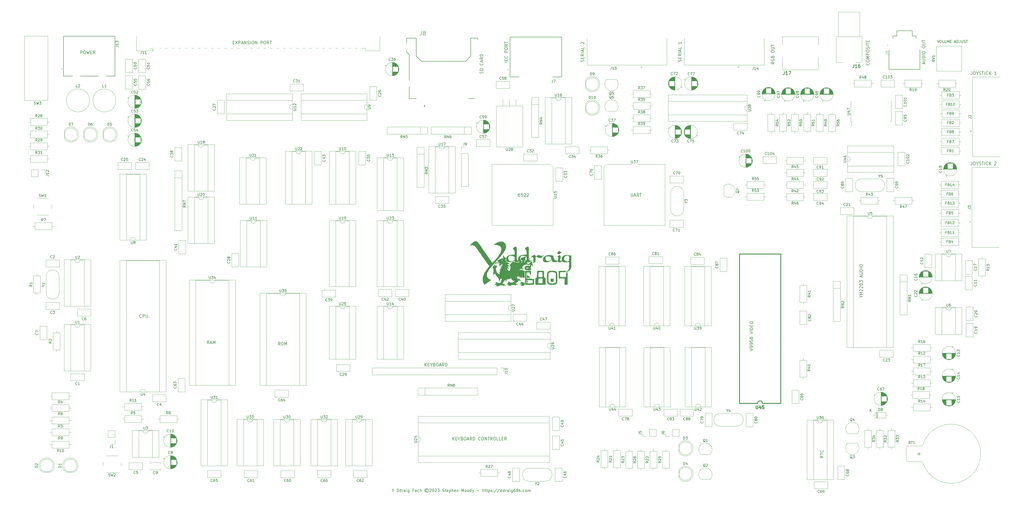
<source format=gbr>
%TF.GenerationSoftware,KiCad,Pcbnew,(6.0.11)*%
%TF.CreationDate,2023-02-02T14:04:28+00:00*%
%TF.ProjectId,yddraig09,79646472-6169-4673-9039-2e6b69636164,rev?*%
%TF.SameCoordinates,Original*%
%TF.FileFunction,Legend,Top*%
%TF.FilePolarity,Positive*%
%FSLAX46Y46*%
G04 Gerber Fmt 4.6, Leading zero omitted, Abs format (unit mm)*
G04 Created by KiCad (PCBNEW (6.0.11)) date 2023-02-02 14:04:28*
%MOMM*%
%LPD*%
G01*
G04 APERTURE LIST*
%ADD10C,0.180000*%
%ADD11C,0.150000*%
%ADD12C,0.300000*%
%ADD13C,0.015000*%
%ADD14C,0.254000*%
%ADD15C,0.120000*%
%ADD16C,0.127000*%
%ADD17C,0.200000*%
%ADD18C,0.500000*%
%ADD19C,0.100000*%
G04 APERTURE END LIST*
D10*
X181785714Y-148142857D02*
X181785714Y-146942857D01*
X182471428Y-148142857D02*
X181957142Y-147457142D01*
X182471428Y-146942857D02*
X181785714Y-147628571D01*
X182985714Y-147514285D02*
X183385714Y-147514285D01*
X183557142Y-148142857D02*
X182985714Y-148142857D01*
X182985714Y-146942857D01*
X183557142Y-146942857D01*
X184300000Y-147571428D02*
X184300000Y-148142857D01*
X183900000Y-146942857D02*
X184300000Y-147571428D01*
X184700000Y-146942857D01*
X185500000Y-147514285D02*
X185671428Y-147571428D01*
X185728571Y-147628571D01*
X185785714Y-147742857D01*
X185785714Y-147914285D01*
X185728571Y-148028571D01*
X185671428Y-148085714D01*
X185557142Y-148142857D01*
X185100000Y-148142857D01*
X185100000Y-146942857D01*
X185500000Y-146942857D01*
X185614285Y-147000000D01*
X185671428Y-147057142D01*
X185728571Y-147171428D01*
X185728571Y-147285714D01*
X185671428Y-147400000D01*
X185614285Y-147457142D01*
X185500000Y-147514285D01*
X185100000Y-147514285D01*
X186528571Y-146942857D02*
X186757142Y-146942857D01*
X186871428Y-147000000D01*
X186985714Y-147114285D01*
X187042857Y-147342857D01*
X187042857Y-147742857D01*
X186985714Y-147971428D01*
X186871428Y-148085714D01*
X186757142Y-148142857D01*
X186528571Y-148142857D01*
X186414285Y-148085714D01*
X186300000Y-147971428D01*
X186242857Y-147742857D01*
X186242857Y-147342857D01*
X186300000Y-147114285D01*
X186414285Y-147000000D01*
X186528571Y-146942857D01*
X187500000Y-147800000D02*
X188071428Y-147800000D01*
X187385714Y-148142857D02*
X187785714Y-146942857D01*
X188185714Y-148142857D01*
X189271428Y-148142857D02*
X188871428Y-147571428D01*
X188585714Y-148142857D02*
X188585714Y-146942857D01*
X189042857Y-146942857D01*
X189157142Y-147000000D01*
X189214285Y-147057142D01*
X189271428Y-147171428D01*
X189271428Y-147342857D01*
X189214285Y-147457142D01*
X189157142Y-147514285D01*
X189042857Y-147571428D01*
X188585714Y-147571428D01*
X189785714Y-148142857D02*
X189785714Y-146942857D01*
X190071428Y-146942857D01*
X190242857Y-147000000D01*
X190357142Y-147114285D01*
X190414285Y-147228571D01*
X190471428Y-147457142D01*
X190471428Y-147628571D01*
X190414285Y-147857142D01*
X190357142Y-147971428D01*
X190242857Y-148085714D01*
X190071428Y-148142857D01*
X189785714Y-148142857D01*
X192571428Y-176842857D02*
X192571428Y-175642857D01*
X193257142Y-176842857D02*
X192742857Y-176157142D01*
X193257142Y-175642857D02*
X192571428Y-176328571D01*
X193771428Y-176214285D02*
X194171428Y-176214285D01*
X194342857Y-176842857D02*
X193771428Y-176842857D01*
X193771428Y-175642857D01*
X194342857Y-175642857D01*
X195085714Y-176271428D02*
X195085714Y-176842857D01*
X194685714Y-175642857D02*
X195085714Y-176271428D01*
X195485714Y-175642857D01*
X196285714Y-176214285D02*
X196457142Y-176271428D01*
X196514285Y-176328571D01*
X196571428Y-176442857D01*
X196571428Y-176614285D01*
X196514285Y-176728571D01*
X196457142Y-176785714D01*
X196342857Y-176842857D01*
X195885714Y-176842857D01*
X195885714Y-175642857D01*
X196285714Y-175642857D01*
X196400000Y-175700000D01*
X196457142Y-175757142D01*
X196514285Y-175871428D01*
X196514285Y-175985714D01*
X196457142Y-176100000D01*
X196400000Y-176157142D01*
X196285714Y-176214285D01*
X195885714Y-176214285D01*
X197314285Y-175642857D02*
X197542857Y-175642857D01*
X197657142Y-175700000D01*
X197771428Y-175814285D01*
X197828571Y-176042857D01*
X197828571Y-176442857D01*
X197771428Y-176671428D01*
X197657142Y-176785714D01*
X197542857Y-176842857D01*
X197314285Y-176842857D01*
X197200000Y-176785714D01*
X197085714Y-176671428D01*
X197028571Y-176442857D01*
X197028571Y-176042857D01*
X197085714Y-175814285D01*
X197200000Y-175700000D01*
X197314285Y-175642857D01*
X198285714Y-176500000D02*
X198857142Y-176500000D01*
X198171428Y-176842857D02*
X198571428Y-175642857D01*
X198971428Y-176842857D01*
X200057142Y-176842857D02*
X199657142Y-176271428D01*
X199371428Y-176842857D02*
X199371428Y-175642857D01*
X199828571Y-175642857D01*
X199942857Y-175700000D01*
X200000000Y-175757142D01*
X200057142Y-175871428D01*
X200057142Y-176042857D01*
X200000000Y-176157142D01*
X199942857Y-176214285D01*
X199828571Y-176271428D01*
X199371428Y-176271428D01*
X200571428Y-176842857D02*
X200571428Y-175642857D01*
X200857142Y-175642857D01*
X201028571Y-175700000D01*
X201142857Y-175814285D01*
X201200000Y-175928571D01*
X201257142Y-176157142D01*
X201257142Y-176328571D01*
X201200000Y-176557142D01*
X201142857Y-176671428D01*
X201028571Y-176785714D01*
X200857142Y-176842857D01*
X200571428Y-176842857D01*
X203371428Y-176728571D02*
X203314285Y-176785714D01*
X203142857Y-176842857D01*
X203028571Y-176842857D01*
X202857142Y-176785714D01*
X202742857Y-176671428D01*
X202685714Y-176557142D01*
X202628571Y-176328571D01*
X202628571Y-176157142D01*
X202685714Y-175928571D01*
X202742857Y-175814285D01*
X202857142Y-175700000D01*
X203028571Y-175642857D01*
X203142857Y-175642857D01*
X203314285Y-175700000D01*
X203371428Y-175757142D01*
X204114285Y-175642857D02*
X204342857Y-175642857D01*
X204457142Y-175700000D01*
X204571428Y-175814285D01*
X204628571Y-176042857D01*
X204628571Y-176442857D01*
X204571428Y-176671428D01*
X204457142Y-176785714D01*
X204342857Y-176842857D01*
X204114285Y-176842857D01*
X204000000Y-176785714D01*
X203885714Y-176671428D01*
X203828571Y-176442857D01*
X203828571Y-176042857D01*
X203885714Y-175814285D01*
X204000000Y-175700000D01*
X204114285Y-175642857D01*
X205142857Y-176842857D02*
X205142857Y-175642857D01*
X205828571Y-176842857D01*
X205828571Y-175642857D01*
X206228571Y-175642857D02*
X206914285Y-175642857D01*
X206571428Y-176842857D02*
X206571428Y-175642857D01*
X208000000Y-176842857D02*
X207600000Y-176271428D01*
X207314285Y-176842857D02*
X207314285Y-175642857D01*
X207771428Y-175642857D01*
X207885714Y-175700000D01*
X207942857Y-175757142D01*
X208000000Y-175871428D01*
X208000000Y-176042857D01*
X207942857Y-176157142D01*
X207885714Y-176214285D01*
X207771428Y-176271428D01*
X207314285Y-176271428D01*
X208742857Y-175642857D02*
X208971428Y-175642857D01*
X209085714Y-175700000D01*
X209200000Y-175814285D01*
X209257142Y-176042857D01*
X209257142Y-176442857D01*
X209200000Y-176671428D01*
X209085714Y-176785714D01*
X208971428Y-176842857D01*
X208742857Y-176842857D01*
X208628571Y-176785714D01*
X208514285Y-176671428D01*
X208457142Y-176442857D01*
X208457142Y-176042857D01*
X208514285Y-175814285D01*
X208628571Y-175700000D01*
X208742857Y-175642857D01*
X210342857Y-176842857D02*
X209771428Y-176842857D01*
X209771428Y-175642857D01*
X211314285Y-176842857D02*
X210742857Y-176842857D01*
X210742857Y-175642857D01*
X211714285Y-176214285D02*
X212114285Y-176214285D01*
X212285714Y-176842857D02*
X211714285Y-176842857D01*
X211714285Y-175642857D01*
X212285714Y-175642857D01*
X213485714Y-176842857D02*
X213085714Y-176271428D01*
X212800000Y-176842857D02*
X212800000Y-175642857D01*
X213257142Y-175642857D01*
X213371428Y-175700000D01*
X213428571Y-175757142D01*
X213485714Y-175871428D01*
X213485714Y-176042857D01*
X213428571Y-176157142D01*
X213371428Y-176214285D01*
X213257142Y-176271428D01*
X212800000Y-176271428D01*
X107321428Y-22414285D02*
X107721428Y-22414285D01*
X107892857Y-23042857D02*
X107321428Y-23042857D01*
X107321428Y-21842857D01*
X107892857Y-21842857D01*
X108292857Y-21842857D02*
X109092857Y-23042857D01*
X109092857Y-21842857D02*
X108292857Y-23042857D01*
X109550000Y-23042857D02*
X109550000Y-21842857D01*
X110007142Y-21842857D01*
X110121428Y-21900000D01*
X110178571Y-21957142D01*
X110235714Y-22071428D01*
X110235714Y-22242857D01*
X110178571Y-22357142D01*
X110121428Y-22414285D01*
X110007142Y-22471428D01*
X109550000Y-22471428D01*
X110692857Y-22700000D02*
X111264285Y-22700000D01*
X110578571Y-23042857D02*
X110978571Y-21842857D01*
X111378571Y-23042857D01*
X111778571Y-23042857D02*
X111778571Y-21842857D01*
X112464285Y-23042857D01*
X112464285Y-21842857D01*
X112978571Y-22985714D02*
X113150000Y-23042857D01*
X113435714Y-23042857D01*
X113550000Y-22985714D01*
X113607142Y-22928571D01*
X113664285Y-22814285D01*
X113664285Y-22700000D01*
X113607142Y-22585714D01*
X113550000Y-22528571D01*
X113435714Y-22471428D01*
X113207142Y-22414285D01*
X113092857Y-22357142D01*
X113035714Y-22300000D01*
X112978571Y-22185714D01*
X112978571Y-22071428D01*
X113035714Y-21957142D01*
X113092857Y-21900000D01*
X113207142Y-21842857D01*
X113492857Y-21842857D01*
X113664285Y-21900000D01*
X114178571Y-23042857D02*
X114178571Y-21842857D01*
X114978571Y-21842857D02*
X115207142Y-21842857D01*
X115321428Y-21900000D01*
X115435714Y-22014285D01*
X115492857Y-22242857D01*
X115492857Y-22642857D01*
X115435714Y-22871428D01*
X115321428Y-22985714D01*
X115207142Y-23042857D01*
X114978571Y-23042857D01*
X114864285Y-22985714D01*
X114750000Y-22871428D01*
X114692857Y-22642857D01*
X114692857Y-22242857D01*
X114750000Y-22014285D01*
X114864285Y-21900000D01*
X114978571Y-21842857D01*
X116007142Y-23042857D02*
X116007142Y-21842857D01*
X116692857Y-23042857D01*
X116692857Y-21842857D01*
X118178571Y-23042857D02*
X118178571Y-21842857D01*
X118635714Y-21842857D01*
X118750000Y-21900000D01*
X118807142Y-21957142D01*
X118864285Y-22071428D01*
X118864285Y-22242857D01*
X118807142Y-22357142D01*
X118750000Y-22414285D01*
X118635714Y-22471428D01*
X118178571Y-22471428D01*
X119607142Y-21842857D02*
X119835714Y-21842857D01*
X119950000Y-21900000D01*
X120064285Y-22014285D01*
X120121428Y-22242857D01*
X120121428Y-22642857D01*
X120064285Y-22871428D01*
X119950000Y-22985714D01*
X119835714Y-23042857D01*
X119607142Y-23042857D01*
X119492857Y-22985714D01*
X119378571Y-22871428D01*
X119321428Y-22642857D01*
X119321428Y-22242857D01*
X119378571Y-22014285D01*
X119492857Y-21900000D01*
X119607142Y-21842857D01*
X121321428Y-23042857D02*
X120921428Y-22471428D01*
X120635714Y-23042857D02*
X120635714Y-21842857D01*
X121092857Y-21842857D01*
X121207142Y-21900000D01*
X121264285Y-21957142D01*
X121321428Y-22071428D01*
X121321428Y-22242857D01*
X121264285Y-22357142D01*
X121207142Y-22414285D01*
X121092857Y-22471428D01*
X120635714Y-22471428D01*
X121664285Y-21842857D02*
X122350000Y-21842857D01*
X122007142Y-23042857D02*
X122007142Y-21842857D01*
X125607142Y-139992857D02*
X125207142Y-139421428D01*
X124921428Y-139992857D02*
X124921428Y-138792857D01*
X125378571Y-138792857D01*
X125492857Y-138850000D01*
X125550000Y-138907142D01*
X125607142Y-139021428D01*
X125607142Y-139192857D01*
X125550000Y-139307142D01*
X125492857Y-139364285D01*
X125378571Y-139421428D01*
X124921428Y-139421428D01*
X126350000Y-138792857D02*
X126578571Y-138792857D01*
X126692857Y-138850000D01*
X126807142Y-138964285D01*
X126864285Y-139192857D01*
X126864285Y-139592857D01*
X126807142Y-139821428D01*
X126692857Y-139935714D01*
X126578571Y-139992857D01*
X126350000Y-139992857D01*
X126235714Y-139935714D01*
X126121428Y-139821428D01*
X126064285Y-139592857D01*
X126064285Y-139192857D01*
X126121428Y-138964285D01*
X126235714Y-138850000D01*
X126350000Y-138792857D01*
X127378571Y-139992857D02*
X127378571Y-138792857D01*
X127778571Y-139650000D01*
X128178571Y-138792857D01*
X128178571Y-139992857D01*
X218614285Y-81042857D02*
X218385714Y-81042857D01*
X218271428Y-81100000D01*
X218214285Y-81157142D01*
X218100000Y-81328571D01*
X218042857Y-81557142D01*
X218042857Y-82014285D01*
X218100000Y-82128571D01*
X218157142Y-82185714D01*
X218271428Y-82242857D01*
X218500000Y-82242857D01*
X218614285Y-82185714D01*
X218671428Y-82128571D01*
X218728571Y-82014285D01*
X218728571Y-81728571D01*
X218671428Y-81614285D01*
X218614285Y-81557142D01*
X218500000Y-81500000D01*
X218271428Y-81500000D01*
X218157142Y-81557142D01*
X218100000Y-81614285D01*
X218042857Y-81728571D01*
X219814285Y-81042857D02*
X219242857Y-81042857D01*
X219185714Y-81614285D01*
X219242857Y-81557142D01*
X219357142Y-81500000D01*
X219642857Y-81500000D01*
X219757142Y-81557142D01*
X219814285Y-81614285D01*
X219871428Y-81728571D01*
X219871428Y-82014285D01*
X219814285Y-82128571D01*
X219757142Y-82185714D01*
X219642857Y-82242857D01*
X219357142Y-82242857D01*
X219242857Y-82185714D01*
X219185714Y-82128571D01*
X220328571Y-81157142D02*
X220385714Y-81100000D01*
X220500000Y-81042857D01*
X220785714Y-81042857D01*
X220900000Y-81100000D01*
X220957142Y-81157142D01*
X221014285Y-81271428D01*
X221014285Y-81385714D01*
X220957142Y-81557142D01*
X220271428Y-82242857D01*
X221014285Y-82242857D01*
X221471428Y-81157142D02*
X221528571Y-81100000D01*
X221642857Y-81042857D01*
X221928571Y-81042857D01*
X222042857Y-81100000D01*
X222100000Y-81157142D01*
X222157142Y-81271428D01*
X222157142Y-81385714D01*
X222100000Y-81557142D01*
X221414285Y-82242857D01*
X222157142Y-82242857D01*
X307942857Y-142114285D02*
X309142857Y-141714285D01*
X307942857Y-141314285D01*
X309142857Y-140857142D02*
X309142857Y-140628571D01*
X309085714Y-140514285D01*
X309028571Y-140457142D01*
X308857142Y-140342857D01*
X308628571Y-140285714D01*
X308171428Y-140285714D01*
X308057142Y-140342857D01*
X308000000Y-140400000D01*
X307942857Y-140514285D01*
X307942857Y-140742857D01*
X308000000Y-140857142D01*
X308057142Y-140914285D01*
X308171428Y-140971428D01*
X308457142Y-140971428D01*
X308571428Y-140914285D01*
X308628571Y-140857142D01*
X308685714Y-140742857D01*
X308685714Y-140514285D01*
X308628571Y-140400000D01*
X308571428Y-140342857D01*
X308457142Y-140285714D01*
X309142857Y-139714285D02*
X309142857Y-139485714D01*
X309085714Y-139371428D01*
X309028571Y-139314285D01*
X308857142Y-139200000D01*
X308628571Y-139142857D01*
X308171428Y-139142857D01*
X308057142Y-139200000D01*
X308000000Y-139257142D01*
X307942857Y-139371428D01*
X307942857Y-139600000D01*
X308000000Y-139714285D01*
X308057142Y-139771428D01*
X308171428Y-139828571D01*
X308457142Y-139828571D01*
X308571428Y-139771428D01*
X308628571Y-139714285D01*
X308685714Y-139600000D01*
X308685714Y-139371428D01*
X308628571Y-139257142D01*
X308571428Y-139200000D01*
X308457142Y-139142857D01*
X307942857Y-138057142D02*
X307942857Y-138628571D01*
X308514285Y-138685714D01*
X308457142Y-138628571D01*
X308400000Y-138514285D01*
X308400000Y-138228571D01*
X308457142Y-138114285D01*
X308514285Y-138057142D01*
X308628571Y-138000000D01*
X308914285Y-138000000D01*
X309028571Y-138057142D01*
X309085714Y-138114285D01*
X309142857Y-138228571D01*
X309142857Y-138514285D01*
X309085714Y-138628571D01*
X309028571Y-138685714D01*
X308457142Y-137314285D02*
X308400000Y-137428571D01*
X308342857Y-137485714D01*
X308228571Y-137542857D01*
X308171428Y-137542857D01*
X308057142Y-137485714D01*
X308000000Y-137428571D01*
X307942857Y-137314285D01*
X307942857Y-137085714D01*
X308000000Y-136971428D01*
X308057142Y-136914285D01*
X308171428Y-136857142D01*
X308228571Y-136857142D01*
X308342857Y-136914285D01*
X308400000Y-136971428D01*
X308457142Y-137085714D01*
X308457142Y-137314285D01*
X308514285Y-137428571D01*
X308571428Y-137485714D01*
X308685714Y-137542857D01*
X308914285Y-137542857D01*
X309028571Y-137485714D01*
X309085714Y-137428571D01*
X309142857Y-137314285D01*
X309142857Y-137085714D01*
X309085714Y-136971428D01*
X309028571Y-136914285D01*
X308914285Y-136857142D01*
X308685714Y-136857142D01*
X308571428Y-136914285D01*
X308514285Y-136971428D01*
X308457142Y-137085714D01*
X307942857Y-135600000D02*
X309142857Y-135200000D01*
X307942857Y-134800000D01*
X309142857Y-134400000D02*
X307942857Y-134400000D01*
X309142857Y-133828571D02*
X307942857Y-133828571D01*
X307942857Y-133542857D01*
X308000000Y-133371428D01*
X308114285Y-133257142D01*
X308228571Y-133200000D01*
X308457142Y-133142857D01*
X308628571Y-133142857D01*
X308857142Y-133200000D01*
X308971428Y-133257142D01*
X309085714Y-133371428D01*
X309142857Y-133542857D01*
X309142857Y-133828571D01*
X308514285Y-132628571D02*
X308514285Y-132228571D01*
X309142857Y-132057142D02*
X309142857Y-132628571D01*
X307942857Y-132628571D01*
X307942857Y-132057142D01*
X307942857Y-131314285D02*
X307942857Y-131085714D01*
X308000000Y-130971428D01*
X308114285Y-130857142D01*
X308342857Y-130800000D01*
X308742857Y-130800000D01*
X308971428Y-130857142D01*
X309085714Y-130971428D01*
X309142857Y-131085714D01*
X309142857Y-131314285D01*
X309085714Y-131428571D01*
X308971428Y-131542857D01*
X308742857Y-131600000D01*
X308342857Y-131600000D01*
X308114285Y-131542857D01*
X308000000Y-131428571D01*
X307942857Y-131314285D01*
D11*
X380719047Y-21552380D02*
X381052380Y-22552380D01*
X381385714Y-21552380D01*
X381909523Y-21552380D02*
X382100000Y-21552380D01*
X382195238Y-21600000D01*
X382290476Y-21695238D01*
X382338095Y-21885714D01*
X382338095Y-22219047D01*
X382290476Y-22409523D01*
X382195238Y-22504761D01*
X382100000Y-22552380D01*
X381909523Y-22552380D01*
X381814285Y-22504761D01*
X381719047Y-22409523D01*
X381671428Y-22219047D01*
X381671428Y-21885714D01*
X381719047Y-21695238D01*
X381814285Y-21600000D01*
X381909523Y-21552380D01*
X383242857Y-22552380D02*
X382766666Y-22552380D01*
X382766666Y-21552380D01*
X383576190Y-21552380D02*
X383576190Y-22361904D01*
X383623809Y-22457142D01*
X383671428Y-22504761D01*
X383766666Y-22552380D01*
X383957142Y-22552380D01*
X384052380Y-22504761D01*
X384100000Y-22457142D01*
X384147619Y-22361904D01*
X384147619Y-21552380D01*
X384623809Y-22552380D02*
X384623809Y-21552380D01*
X384957142Y-22266666D01*
X385290476Y-21552380D01*
X385290476Y-22552380D01*
X385766666Y-22028571D02*
X386100000Y-22028571D01*
X386242857Y-22552380D02*
X385766666Y-22552380D01*
X385766666Y-21552380D01*
X386242857Y-21552380D01*
X387385714Y-22266666D02*
X387861904Y-22266666D01*
X387290476Y-22552380D02*
X387623809Y-21552380D01*
X387957142Y-22552380D01*
X388290476Y-22552380D02*
X388290476Y-21552380D01*
X388528571Y-21552380D01*
X388671428Y-21600000D01*
X388766666Y-21695238D01*
X388814285Y-21790476D01*
X388861904Y-21980952D01*
X388861904Y-22123809D01*
X388814285Y-22314285D01*
X388766666Y-22409523D01*
X388671428Y-22504761D01*
X388528571Y-22552380D01*
X388290476Y-22552380D01*
X389576190Y-21552380D02*
X389576190Y-22266666D01*
X389528571Y-22409523D01*
X389433333Y-22504761D01*
X389290476Y-22552380D01*
X389195238Y-22552380D01*
X390052380Y-21552380D02*
X390052380Y-22361904D01*
X390100000Y-22457142D01*
X390147619Y-22504761D01*
X390242857Y-22552380D01*
X390433333Y-22552380D01*
X390528571Y-22504761D01*
X390576190Y-22457142D01*
X390623809Y-22361904D01*
X390623809Y-21552380D01*
X391052380Y-22504761D02*
X391195238Y-22552380D01*
X391433333Y-22552380D01*
X391528571Y-22504761D01*
X391576190Y-22457142D01*
X391623809Y-22361904D01*
X391623809Y-22266666D01*
X391576190Y-22171428D01*
X391528571Y-22123809D01*
X391433333Y-22076190D01*
X391242857Y-22028571D01*
X391147619Y-21980952D01*
X391100000Y-21933333D01*
X391052380Y-21838095D01*
X391052380Y-21742857D01*
X391100000Y-21647619D01*
X391147619Y-21600000D01*
X391242857Y-21552380D01*
X391480952Y-21552380D01*
X391623809Y-21600000D01*
X391909523Y-21552380D02*
X392480952Y-21552380D01*
X392195238Y-22552380D02*
X392195238Y-21552380D01*
D10*
X169416666Y-196373809D02*
X169416666Y-196897619D01*
X169050000Y-195797619D02*
X169416666Y-196373809D01*
X169783333Y-195797619D01*
X170988095Y-196897619D02*
X170988095Y-195797619D01*
X171250000Y-195797619D01*
X171407142Y-195850000D01*
X171511904Y-195954761D01*
X171564285Y-196059523D01*
X171616666Y-196269047D01*
X171616666Y-196426190D01*
X171564285Y-196635714D01*
X171511904Y-196740476D01*
X171407142Y-196845238D01*
X171250000Y-196897619D01*
X170988095Y-196897619D01*
X172559523Y-196897619D02*
X172559523Y-195797619D01*
X172559523Y-196845238D02*
X172454761Y-196897619D01*
X172245238Y-196897619D01*
X172140476Y-196845238D01*
X172088095Y-196792857D01*
X172035714Y-196688095D01*
X172035714Y-196373809D01*
X172088095Y-196269047D01*
X172140476Y-196216666D01*
X172245238Y-196164285D01*
X172454761Y-196164285D01*
X172559523Y-196216666D01*
X173083333Y-196897619D02*
X173083333Y-196164285D01*
X173083333Y-196373809D02*
X173135714Y-196269047D01*
X173188095Y-196216666D01*
X173292857Y-196164285D01*
X173397619Y-196164285D01*
X174235714Y-196897619D02*
X174235714Y-196321428D01*
X174183333Y-196216666D01*
X174078571Y-196164285D01*
X173869047Y-196164285D01*
X173764285Y-196216666D01*
X174235714Y-196845238D02*
X174130952Y-196897619D01*
X173869047Y-196897619D01*
X173764285Y-196845238D01*
X173711904Y-196740476D01*
X173711904Y-196635714D01*
X173764285Y-196530952D01*
X173869047Y-196478571D01*
X174130952Y-196478571D01*
X174235714Y-196426190D01*
X174759523Y-196897619D02*
X174759523Y-196164285D01*
X174759523Y-195797619D02*
X174707142Y-195850000D01*
X174759523Y-195902380D01*
X174811904Y-195850000D01*
X174759523Y-195797619D01*
X174759523Y-195902380D01*
X175754761Y-196164285D02*
X175754761Y-197054761D01*
X175702380Y-197159523D01*
X175650000Y-197211904D01*
X175545238Y-197264285D01*
X175388095Y-197264285D01*
X175283333Y-197211904D01*
X175754761Y-196845238D02*
X175650000Y-196897619D01*
X175440476Y-196897619D01*
X175335714Y-196845238D01*
X175283333Y-196792857D01*
X175230952Y-196688095D01*
X175230952Y-196373809D01*
X175283333Y-196269047D01*
X175335714Y-196216666D01*
X175440476Y-196164285D01*
X175650000Y-196164285D01*
X175754761Y-196216666D01*
X177483333Y-196321428D02*
X177116666Y-196321428D01*
X177116666Y-196897619D02*
X177116666Y-195797619D01*
X177640476Y-195797619D01*
X178530952Y-196897619D02*
X178530952Y-196321428D01*
X178478571Y-196216666D01*
X178373809Y-196164285D01*
X178164285Y-196164285D01*
X178059523Y-196216666D01*
X178530952Y-196845238D02*
X178426190Y-196897619D01*
X178164285Y-196897619D01*
X178059523Y-196845238D01*
X178007142Y-196740476D01*
X178007142Y-196635714D01*
X178059523Y-196530952D01*
X178164285Y-196478571D01*
X178426190Y-196478571D01*
X178530952Y-196426190D01*
X179526190Y-196845238D02*
X179421428Y-196897619D01*
X179211904Y-196897619D01*
X179107142Y-196845238D01*
X179054761Y-196792857D01*
X179002380Y-196688095D01*
X179002380Y-196373809D01*
X179054761Y-196269047D01*
X179107142Y-196216666D01*
X179211904Y-196164285D01*
X179421428Y-196164285D01*
X179526190Y-196216666D01*
X179997619Y-196897619D02*
X179997619Y-195797619D01*
X180469047Y-196897619D02*
X180469047Y-196321428D01*
X180416666Y-196216666D01*
X180311904Y-196164285D01*
X180154761Y-196164285D01*
X180050000Y-196216666D01*
X179997619Y-196269047D01*
X182721428Y-196059523D02*
X182616666Y-196007142D01*
X182407142Y-196007142D01*
X182302380Y-196059523D01*
X182197619Y-196164285D01*
X182145238Y-196269047D01*
X182145238Y-196478571D01*
X182197619Y-196583333D01*
X182302380Y-196688095D01*
X182407142Y-196740476D01*
X182616666Y-196740476D01*
X182721428Y-196688095D01*
X182511904Y-195640476D02*
X182250000Y-195692857D01*
X181988095Y-195850000D01*
X181830952Y-196111904D01*
X181778571Y-196373809D01*
X181830952Y-196635714D01*
X181988095Y-196897619D01*
X182250000Y-197054761D01*
X182511904Y-197107142D01*
X182773809Y-197054761D01*
X183035714Y-196897619D01*
X183192857Y-196635714D01*
X183245238Y-196373809D01*
X183192857Y-196111904D01*
X183035714Y-195850000D01*
X182773809Y-195692857D01*
X182511904Y-195640476D01*
X183664285Y-195902380D02*
X183716666Y-195850000D01*
X183821428Y-195797619D01*
X184083333Y-195797619D01*
X184188095Y-195850000D01*
X184240476Y-195902380D01*
X184292857Y-196007142D01*
X184292857Y-196111904D01*
X184240476Y-196269047D01*
X183611904Y-196897619D01*
X184292857Y-196897619D01*
X184973809Y-195797619D02*
X185078571Y-195797619D01*
X185183333Y-195850000D01*
X185235714Y-195902380D01*
X185288095Y-196007142D01*
X185340476Y-196216666D01*
X185340476Y-196478571D01*
X185288095Y-196688095D01*
X185235714Y-196792857D01*
X185183333Y-196845238D01*
X185078571Y-196897619D01*
X184973809Y-196897619D01*
X184869047Y-196845238D01*
X184816666Y-196792857D01*
X184764285Y-196688095D01*
X184711904Y-196478571D01*
X184711904Y-196216666D01*
X184764285Y-196007142D01*
X184816666Y-195902380D01*
X184869047Y-195850000D01*
X184973809Y-195797619D01*
X185759523Y-195902380D02*
X185811904Y-195850000D01*
X185916666Y-195797619D01*
X186178571Y-195797619D01*
X186283333Y-195850000D01*
X186335714Y-195902380D01*
X186388095Y-196007142D01*
X186388095Y-196111904D01*
X186335714Y-196269047D01*
X185707142Y-196897619D01*
X186388095Y-196897619D01*
X186754761Y-195797619D02*
X187435714Y-195797619D01*
X187069047Y-196216666D01*
X187226190Y-196216666D01*
X187330952Y-196269047D01*
X187383333Y-196321428D01*
X187435714Y-196426190D01*
X187435714Y-196688095D01*
X187383333Y-196792857D01*
X187330952Y-196845238D01*
X187226190Y-196897619D01*
X186911904Y-196897619D01*
X186807142Y-196845238D01*
X186754761Y-196792857D01*
X188692857Y-196845238D02*
X188850000Y-196897619D01*
X189111904Y-196897619D01*
X189216666Y-196845238D01*
X189269047Y-196792857D01*
X189321428Y-196688095D01*
X189321428Y-196583333D01*
X189269047Y-196478571D01*
X189216666Y-196426190D01*
X189111904Y-196373809D01*
X188902380Y-196321428D01*
X188797619Y-196269047D01*
X188745238Y-196216666D01*
X188692857Y-196111904D01*
X188692857Y-196007142D01*
X188745238Y-195902380D01*
X188797619Y-195850000D01*
X188902380Y-195797619D01*
X189164285Y-195797619D01*
X189321428Y-195850000D01*
X189635714Y-196164285D02*
X190054761Y-196164285D01*
X189792857Y-195797619D02*
X189792857Y-196740476D01*
X189845238Y-196845238D01*
X189950000Y-196897619D01*
X190054761Y-196897619D01*
X190840476Y-196845238D02*
X190735714Y-196897619D01*
X190526190Y-196897619D01*
X190421428Y-196845238D01*
X190369047Y-196740476D01*
X190369047Y-196321428D01*
X190421428Y-196216666D01*
X190526190Y-196164285D01*
X190735714Y-196164285D01*
X190840476Y-196216666D01*
X190892857Y-196321428D01*
X190892857Y-196426190D01*
X190369047Y-196530952D01*
X191364285Y-196164285D02*
X191364285Y-197264285D01*
X191364285Y-196216666D02*
X191469047Y-196164285D01*
X191678571Y-196164285D01*
X191783333Y-196216666D01*
X191835714Y-196269047D01*
X191888095Y-196373809D01*
X191888095Y-196688095D01*
X191835714Y-196792857D01*
X191783333Y-196845238D01*
X191678571Y-196897619D01*
X191469047Y-196897619D01*
X191364285Y-196845238D01*
X192359523Y-196897619D02*
X192359523Y-195797619D01*
X192830952Y-196897619D02*
X192830952Y-196321428D01*
X192778571Y-196216666D01*
X192673809Y-196164285D01*
X192516666Y-196164285D01*
X192411904Y-196216666D01*
X192359523Y-196269047D01*
X193773809Y-196845238D02*
X193669047Y-196897619D01*
X193459523Y-196897619D01*
X193354761Y-196845238D01*
X193302380Y-196740476D01*
X193302380Y-196321428D01*
X193354761Y-196216666D01*
X193459523Y-196164285D01*
X193669047Y-196164285D01*
X193773809Y-196216666D01*
X193826190Y-196321428D01*
X193826190Y-196426190D01*
X193302380Y-196530952D01*
X194297619Y-196164285D02*
X194297619Y-196897619D01*
X194297619Y-196269047D02*
X194350000Y-196216666D01*
X194454761Y-196164285D01*
X194611904Y-196164285D01*
X194716666Y-196216666D01*
X194769047Y-196321428D01*
X194769047Y-196897619D01*
X196130952Y-196897619D02*
X196130952Y-195797619D01*
X196497619Y-196583333D01*
X196864285Y-195797619D01*
X196864285Y-196897619D01*
X197545238Y-196897619D02*
X197440476Y-196845238D01*
X197388095Y-196792857D01*
X197335714Y-196688095D01*
X197335714Y-196373809D01*
X197388095Y-196269047D01*
X197440476Y-196216666D01*
X197545238Y-196164285D01*
X197702380Y-196164285D01*
X197807142Y-196216666D01*
X197859523Y-196269047D01*
X197911904Y-196373809D01*
X197911904Y-196688095D01*
X197859523Y-196792857D01*
X197807142Y-196845238D01*
X197702380Y-196897619D01*
X197545238Y-196897619D01*
X198540476Y-196897619D02*
X198435714Y-196845238D01*
X198383333Y-196792857D01*
X198330952Y-196688095D01*
X198330952Y-196373809D01*
X198383333Y-196269047D01*
X198435714Y-196216666D01*
X198540476Y-196164285D01*
X198697619Y-196164285D01*
X198802380Y-196216666D01*
X198854761Y-196269047D01*
X198907142Y-196373809D01*
X198907142Y-196688095D01*
X198854761Y-196792857D01*
X198802380Y-196845238D01*
X198697619Y-196897619D01*
X198540476Y-196897619D01*
X199850000Y-196897619D02*
X199850000Y-195797619D01*
X199850000Y-196845238D02*
X199745238Y-196897619D01*
X199535714Y-196897619D01*
X199430952Y-196845238D01*
X199378571Y-196792857D01*
X199326190Y-196688095D01*
X199326190Y-196373809D01*
X199378571Y-196269047D01*
X199430952Y-196216666D01*
X199535714Y-196164285D01*
X199745238Y-196164285D01*
X199850000Y-196216666D01*
X200269047Y-196164285D02*
X200530952Y-196897619D01*
X200792857Y-196164285D02*
X200530952Y-196897619D01*
X200426190Y-197159523D01*
X200373809Y-197211904D01*
X200269047Y-197264285D01*
X202050000Y-196478571D02*
X202888095Y-196478571D01*
X204250000Y-196897619D02*
X204250000Y-195797619D01*
X204721428Y-196897619D02*
X204721428Y-196321428D01*
X204669047Y-196216666D01*
X204564285Y-196164285D01*
X204407142Y-196164285D01*
X204302380Y-196216666D01*
X204250000Y-196269047D01*
X205088095Y-196164285D02*
X205507142Y-196164285D01*
X205245238Y-195797619D02*
X205245238Y-196740476D01*
X205297619Y-196845238D01*
X205402380Y-196897619D01*
X205507142Y-196897619D01*
X205716666Y-196164285D02*
X206135714Y-196164285D01*
X205873809Y-195797619D02*
X205873809Y-196740476D01*
X205926190Y-196845238D01*
X206030952Y-196897619D01*
X206135714Y-196897619D01*
X206502380Y-196164285D02*
X206502380Y-197264285D01*
X206502380Y-196216666D02*
X206607142Y-196164285D01*
X206816666Y-196164285D01*
X206921428Y-196216666D01*
X206973809Y-196269047D01*
X207026190Y-196373809D01*
X207026190Y-196688095D01*
X206973809Y-196792857D01*
X206921428Y-196845238D01*
X206816666Y-196897619D01*
X206607142Y-196897619D01*
X206502380Y-196845238D01*
X207445238Y-196845238D02*
X207550000Y-196897619D01*
X207759523Y-196897619D01*
X207864285Y-196845238D01*
X207916666Y-196740476D01*
X207916666Y-196688095D01*
X207864285Y-196583333D01*
X207759523Y-196530952D01*
X207602380Y-196530952D01*
X207497619Y-196478571D01*
X207445238Y-196373809D01*
X207445238Y-196321428D01*
X207497619Y-196216666D01*
X207602380Y-196164285D01*
X207759523Y-196164285D01*
X207864285Y-196216666D01*
X208388095Y-196792857D02*
X208440476Y-196845238D01*
X208388095Y-196897619D01*
X208335714Y-196845238D01*
X208388095Y-196792857D01*
X208388095Y-196897619D01*
X208388095Y-196216666D02*
X208440476Y-196269047D01*
X208388095Y-196321428D01*
X208335714Y-196269047D01*
X208388095Y-196216666D01*
X208388095Y-196321428D01*
X209697619Y-195745238D02*
X208754761Y-197159523D01*
X210850000Y-195745238D02*
X209907142Y-197159523D01*
X211688095Y-196897619D02*
X211688095Y-195797619D01*
X211688095Y-196845238D02*
X211583333Y-196897619D01*
X211373809Y-196897619D01*
X211269047Y-196845238D01*
X211216666Y-196792857D01*
X211164285Y-196688095D01*
X211164285Y-196373809D01*
X211216666Y-196269047D01*
X211269047Y-196216666D01*
X211373809Y-196164285D01*
X211583333Y-196164285D01*
X211688095Y-196216666D01*
X212683333Y-196897619D02*
X212683333Y-195797619D01*
X212683333Y-196845238D02*
X212578571Y-196897619D01*
X212369047Y-196897619D01*
X212264285Y-196845238D01*
X212211904Y-196792857D01*
X212159523Y-196688095D01*
X212159523Y-196373809D01*
X212211904Y-196269047D01*
X212264285Y-196216666D01*
X212369047Y-196164285D01*
X212578571Y-196164285D01*
X212683333Y-196216666D01*
X213207142Y-196897619D02*
X213207142Y-196164285D01*
X213207142Y-196373809D02*
X213259523Y-196269047D01*
X213311904Y-196216666D01*
X213416666Y-196164285D01*
X213521428Y-196164285D01*
X214359523Y-196897619D02*
X214359523Y-196321428D01*
X214307142Y-196216666D01*
X214202380Y-196164285D01*
X213992857Y-196164285D01*
X213888095Y-196216666D01*
X214359523Y-196845238D02*
X214254761Y-196897619D01*
X213992857Y-196897619D01*
X213888095Y-196845238D01*
X213835714Y-196740476D01*
X213835714Y-196635714D01*
X213888095Y-196530952D01*
X213992857Y-196478571D01*
X214254761Y-196478571D01*
X214359523Y-196426190D01*
X214883333Y-196897619D02*
X214883333Y-196164285D01*
X214883333Y-195797619D02*
X214830952Y-195850000D01*
X214883333Y-195902380D01*
X214935714Y-195850000D01*
X214883333Y-195797619D01*
X214883333Y-195902380D01*
X215878571Y-196164285D02*
X215878571Y-197054761D01*
X215826190Y-197159523D01*
X215773809Y-197211904D01*
X215669047Y-197264285D01*
X215511904Y-197264285D01*
X215407142Y-197211904D01*
X215878571Y-196845238D02*
X215773809Y-196897619D01*
X215564285Y-196897619D01*
X215459523Y-196845238D01*
X215407142Y-196792857D01*
X215354761Y-196688095D01*
X215354761Y-196373809D01*
X215407142Y-196269047D01*
X215459523Y-196216666D01*
X215564285Y-196164285D01*
X215773809Y-196164285D01*
X215878571Y-196216666D01*
X216873809Y-195797619D02*
X216664285Y-195797619D01*
X216559523Y-195850000D01*
X216507142Y-195902380D01*
X216402380Y-196059523D01*
X216350000Y-196269047D01*
X216350000Y-196688095D01*
X216402380Y-196792857D01*
X216454761Y-196845238D01*
X216559523Y-196897619D01*
X216769047Y-196897619D01*
X216873809Y-196845238D01*
X216926190Y-196792857D01*
X216978571Y-196688095D01*
X216978571Y-196426190D01*
X216926190Y-196321428D01*
X216873809Y-196269047D01*
X216769047Y-196216666D01*
X216559523Y-196216666D01*
X216454761Y-196269047D01*
X216402380Y-196321428D01*
X216350000Y-196426190D01*
X217607142Y-196269047D02*
X217502380Y-196216666D01*
X217450000Y-196164285D01*
X217397619Y-196059523D01*
X217397619Y-196007142D01*
X217450000Y-195902380D01*
X217502380Y-195850000D01*
X217607142Y-195797619D01*
X217816666Y-195797619D01*
X217921428Y-195850000D01*
X217973809Y-195902380D01*
X218026190Y-196007142D01*
X218026190Y-196059523D01*
X217973809Y-196164285D01*
X217921428Y-196216666D01*
X217816666Y-196269047D01*
X217607142Y-196269047D01*
X217502380Y-196321428D01*
X217450000Y-196373809D01*
X217397619Y-196478571D01*
X217397619Y-196688095D01*
X217450000Y-196792857D01*
X217502380Y-196845238D01*
X217607142Y-196897619D01*
X217816666Y-196897619D01*
X217921428Y-196845238D01*
X217973809Y-196792857D01*
X218026190Y-196688095D01*
X218026190Y-196478571D01*
X217973809Y-196373809D01*
X217921428Y-196321428D01*
X217816666Y-196269047D01*
X218497619Y-196897619D02*
X218497619Y-195797619D01*
X218602380Y-196478571D02*
X218916666Y-196897619D01*
X218916666Y-196164285D02*
X218497619Y-196583333D01*
X219388095Y-196792857D02*
X219440476Y-196845238D01*
X219388095Y-196897619D01*
X219335714Y-196845238D01*
X219388095Y-196792857D01*
X219388095Y-196897619D01*
X220383333Y-196845238D02*
X220278571Y-196897619D01*
X220069047Y-196897619D01*
X219964285Y-196845238D01*
X219911904Y-196792857D01*
X219859523Y-196688095D01*
X219859523Y-196373809D01*
X219911904Y-196269047D01*
X219964285Y-196216666D01*
X220069047Y-196164285D01*
X220278571Y-196164285D01*
X220383333Y-196216666D01*
X221011904Y-196897619D02*
X220907142Y-196845238D01*
X220854761Y-196792857D01*
X220802380Y-196688095D01*
X220802380Y-196373809D01*
X220854761Y-196269047D01*
X220907142Y-196216666D01*
X221011904Y-196164285D01*
X221169047Y-196164285D01*
X221273809Y-196216666D01*
X221326190Y-196269047D01*
X221378571Y-196373809D01*
X221378571Y-196688095D01*
X221326190Y-196792857D01*
X221273809Y-196845238D01*
X221169047Y-196897619D01*
X221011904Y-196897619D01*
X221850000Y-196897619D02*
X221850000Y-196164285D01*
X221850000Y-196269047D02*
X221902380Y-196216666D01*
X222007142Y-196164285D01*
X222164285Y-196164285D01*
X222269047Y-196216666D01*
X222321428Y-196321428D01*
X222321428Y-196897619D01*
X222321428Y-196321428D02*
X222373809Y-196216666D01*
X222478571Y-196164285D01*
X222635714Y-196164285D01*
X222740476Y-196216666D01*
X222792857Y-196321428D01*
X222792857Y-196897619D01*
X336442857Y-182935714D02*
X335871428Y-183335714D01*
X336442857Y-183621428D02*
X335242857Y-183621428D01*
X335242857Y-183164285D01*
X335300000Y-183050000D01*
X335357142Y-182992857D01*
X335471428Y-182935714D01*
X335642857Y-182935714D01*
X335757142Y-182992857D01*
X335814285Y-183050000D01*
X335871428Y-183164285D01*
X335871428Y-183621428D01*
X335242857Y-182592857D02*
X335242857Y-181907142D01*
X336442857Y-182250000D02*
X335242857Y-182250000D01*
X336328571Y-180821428D02*
X336385714Y-180878571D01*
X336442857Y-181050000D01*
X336442857Y-181164285D01*
X336385714Y-181335714D01*
X336271428Y-181450000D01*
X336157142Y-181507142D01*
X335928571Y-181564285D01*
X335757142Y-181564285D01*
X335528571Y-181507142D01*
X335414285Y-181450000D01*
X335300000Y-181335714D01*
X335242857Y-181164285D01*
X335242857Y-181050000D01*
X335300000Y-180878571D01*
X335357142Y-180821428D01*
X281285714Y-29850000D02*
X281342857Y-29678571D01*
X281342857Y-29392857D01*
X281285714Y-29278571D01*
X281228571Y-29221428D01*
X281114285Y-29164285D01*
X281000000Y-29164285D01*
X280885714Y-29221428D01*
X280828571Y-29278571D01*
X280771428Y-29392857D01*
X280714285Y-29621428D01*
X280657142Y-29735714D01*
X280600000Y-29792857D01*
X280485714Y-29850000D01*
X280371428Y-29850000D01*
X280257142Y-29792857D01*
X280200000Y-29735714D01*
X280142857Y-29621428D01*
X280142857Y-29335714D01*
X280200000Y-29164285D01*
X280714285Y-28650000D02*
X280714285Y-28250000D01*
X281342857Y-28078571D02*
X281342857Y-28650000D01*
X280142857Y-28650000D01*
X280142857Y-28078571D01*
X281342857Y-26878571D02*
X280771428Y-27278571D01*
X281342857Y-27564285D02*
X280142857Y-27564285D01*
X280142857Y-27107142D01*
X280200000Y-26992857D01*
X280257142Y-26935714D01*
X280371428Y-26878571D01*
X280542857Y-26878571D01*
X280657142Y-26935714D01*
X280714285Y-26992857D01*
X280771428Y-27107142D01*
X280771428Y-27564285D01*
X281342857Y-26364285D02*
X280142857Y-26364285D01*
X281000000Y-25850000D02*
X281000000Y-25278571D01*
X281342857Y-25964285D02*
X280142857Y-25564285D01*
X281342857Y-25164285D01*
X281342857Y-24192857D02*
X281342857Y-24764285D01*
X280142857Y-24764285D01*
X281342857Y-22250000D02*
X281342857Y-22935714D01*
X281342857Y-22592857D02*
X280142857Y-22592857D01*
X280314285Y-22707142D01*
X280428571Y-22821428D01*
X280485714Y-22935714D01*
X48228571Y-26842857D02*
X48228571Y-25642857D01*
X48685714Y-25642857D01*
X48800000Y-25700000D01*
X48857142Y-25757142D01*
X48914285Y-25871428D01*
X48914285Y-26042857D01*
X48857142Y-26157142D01*
X48800000Y-26214285D01*
X48685714Y-26271428D01*
X48228571Y-26271428D01*
X49657142Y-25642857D02*
X49885714Y-25642857D01*
X50000000Y-25700000D01*
X50114285Y-25814285D01*
X50171428Y-26042857D01*
X50171428Y-26442857D01*
X50114285Y-26671428D01*
X50000000Y-26785714D01*
X49885714Y-26842857D01*
X49657142Y-26842857D01*
X49542857Y-26785714D01*
X49428571Y-26671428D01*
X49371428Y-26442857D01*
X49371428Y-26042857D01*
X49428571Y-25814285D01*
X49542857Y-25700000D01*
X49657142Y-25642857D01*
X50571428Y-25642857D02*
X50857142Y-26842857D01*
X51085714Y-25985714D01*
X51314285Y-26842857D01*
X51600000Y-25642857D01*
X52057142Y-26214285D02*
X52457142Y-26214285D01*
X52628571Y-26842857D02*
X52057142Y-26842857D01*
X52057142Y-25642857D01*
X52628571Y-25642857D01*
X53828571Y-26842857D02*
X53428571Y-26271428D01*
X53142857Y-26842857D02*
X53142857Y-25642857D01*
X53600000Y-25642857D01*
X53714285Y-25700000D01*
X53771428Y-25757142D01*
X53828571Y-25871428D01*
X53828571Y-26042857D01*
X53771428Y-26157142D01*
X53714285Y-26214285D01*
X53600000Y-26271428D01*
X53142857Y-26271428D01*
X351171428Y-121085714D02*
X351742857Y-121085714D01*
X350542857Y-121485714D02*
X351171428Y-121085714D01*
X350542857Y-120685714D01*
X351742857Y-120285714D02*
X350542857Y-120285714D01*
X351400000Y-119885714D01*
X350542857Y-119485714D01*
X351742857Y-119485714D01*
X350657142Y-118971428D02*
X350600000Y-118914285D01*
X350542857Y-118800000D01*
X350542857Y-118514285D01*
X350600000Y-118400000D01*
X350657142Y-118342857D01*
X350771428Y-118285714D01*
X350885714Y-118285714D01*
X351057142Y-118342857D01*
X351742857Y-119028571D01*
X351742857Y-118285714D01*
X350657142Y-117828571D02*
X350600000Y-117771428D01*
X350542857Y-117657142D01*
X350542857Y-117371428D01*
X350600000Y-117257142D01*
X350657142Y-117200000D01*
X350771428Y-117142857D01*
X350885714Y-117142857D01*
X351057142Y-117200000D01*
X351742857Y-117885714D01*
X351742857Y-117142857D01*
X350542857Y-116400000D02*
X350542857Y-116285714D01*
X350600000Y-116171428D01*
X350657142Y-116114285D01*
X350771428Y-116057142D01*
X351000000Y-116000000D01*
X351285714Y-116000000D01*
X351514285Y-116057142D01*
X351628571Y-116114285D01*
X351685714Y-116171428D01*
X351742857Y-116285714D01*
X351742857Y-116400000D01*
X351685714Y-116514285D01*
X351628571Y-116571428D01*
X351514285Y-116628571D01*
X351285714Y-116685714D01*
X351000000Y-116685714D01*
X350771428Y-116628571D01*
X350657142Y-116571428D01*
X350600000Y-116514285D01*
X350542857Y-116400000D01*
X350542857Y-115600000D02*
X350542857Y-114857142D01*
X351000000Y-115257142D01*
X351000000Y-115085714D01*
X351057142Y-114971428D01*
X351114285Y-114914285D01*
X351228571Y-114857142D01*
X351514285Y-114857142D01*
X351628571Y-114914285D01*
X351685714Y-114971428D01*
X351742857Y-115085714D01*
X351742857Y-115428571D01*
X351685714Y-115542857D01*
X351628571Y-115600000D01*
X351400000Y-113485714D02*
X351400000Y-112914285D01*
X351742857Y-113600000D02*
X350542857Y-113200000D01*
X351742857Y-112800000D01*
X350542857Y-112400000D02*
X351514285Y-112400000D01*
X351628571Y-112342857D01*
X351685714Y-112285714D01*
X351742857Y-112171428D01*
X351742857Y-111942857D01*
X351685714Y-111828571D01*
X351628571Y-111771428D01*
X351514285Y-111714285D01*
X350542857Y-111714285D01*
X351742857Y-111142857D02*
X350542857Y-111142857D01*
X350542857Y-110857142D01*
X350600000Y-110685714D01*
X350714285Y-110571428D01*
X350828571Y-110514285D01*
X351057142Y-110457142D01*
X351228571Y-110457142D01*
X351457142Y-110514285D01*
X351571428Y-110571428D01*
X351685714Y-110685714D01*
X351742857Y-110857142D01*
X351742857Y-111142857D01*
X351742857Y-109942857D02*
X350542857Y-109942857D01*
X350542857Y-109142857D02*
X350542857Y-108914285D01*
X350600000Y-108800000D01*
X350714285Y-108685714D01*
X350942857Y-108628571D01*
X351342857Y-108628571D01*
X351571428Y-108685714D01*
X351685714Y-108800000D01*
X351742857Y-108914285D01*
X351742857Y-109142857D01*
X351685714Y-109257142D01*
X351571428Y-109371428D01*
X351342857Y-109428571D01*
X350942857Y-109428571D01*
X350714285Y-109371428D01*
X350600000Y-109257142D01*
X350542857Y-109142857D01*
X71842857Y-129178571D02*
X71785714Y-129235714D01*
X71614285Y-129292857D01*
X71500000Y-129292857D01*
X71328571Y-129235714D01*
X71214285Y-129121428D01*
X71157142Y-129007142D01*
X71100000Y-128778571D01*
X71100000Y-128607142D01*
X71157142Y-128378571D01*
X71214285Y-128264285D01*
X71328571Y-128150000D01*
X71500000Y-128092857D01*
X71614285Y-128092857D01*
X71785714Y-128150000D01*
X71842857Y-128207142D01*
X72357142Y-129292857D02*
X72357142Y-128092857D01*
X72814285Y-128092857D01*
X72928571Y-128150000D01*
X72985714Y-128207142D01*
X73042857Y-128321428D01*
X73042857Y-128492857D01*
X72985714Y-128607142D01*
X72928571Y-128664285D01*
X72814285Y-128721428D01*
X72357142Y-128721428D01*
X73557142Y-128092857D02*
X73557142Y-129064285D01*
X73614285Y-129178571D01*
X73671428Y-129235714D01*
X73785714Y-129292857D01*
X74014285Y-129292857D01*
X74128571Y-129235714D01*
X74185714Y-129178571D01*
X74242857Y-129064285D01*
X74242857Y-128092857D01*
X204335714Y-34464285D02*
X204392857Y-34292857D01*
X204392857Y-34007142D01*
X204335714Y-33892857D01*
X204278571Y-33835714D01*
X204164285Y-33778571D01*
X204050000Y-33778571D01*
X203935714Y-33835714D01*
X203878571Y-33892857D01*
X203821428Y-34007142D01*
X203764285Y-34235714D01*
X203707142Y-34350000D01*
X203650000Y-34407142D01*
X203535714Y-34464285D01*
X203421428Y-34464285D01*
X203307142Y-34407142D01*
X203250000Y-34350000D01*
X203192857Y-34235714D01*
X203192857Y-33950000D01*
X203250000Y-33778571D01*
X204392857Y-33264285D02*
X203192857Y-33264285D01*
X203192857Y-32978571D01*
X203250000Y-32807142D01*
X203364285Y-32692857D01*
X203478571Y-32635714D01*
X203707142Y-32578571D01*
X203878571Y-32578571D01*
X204107142Y-32635714D01*
X204221428Y-32692857D01*
X204335714Y-32807142D01*
X204392857Y-32978571D01*
X204392857Y-33264285D01*
X204278571Y-30464285D02*
X204335714Y-30521428D01*
X204392857Y-30692857D01*
X204392857Y-30807142D01*
X204335714Y-30978571D01*
X204221428Y-31092857D01*
X204107142Y-31150000D01*
X203878571Y-31207142D01*
X203707142Y-31207142D01*
X203478571Y-31150000D01*
X203364285Y-31092857D01*
X203250000Y-30978571D01*
X203192857Y-30807142D01*
X203192857Y-30692857D01*
X203250000Y-30521428D01*
X203307142Y-30464285D01*
X204050000Y-30007142D02*
X204050000Y-29435714D01*
X204392857Y-30121428D02*
X203192857Y-29721428D01*
X204392857Y-29321428D01*
X204392857Y-28235714D02*
X203821428Y-28635714D01*
X204392857Y-28921428D02*
X203192857Y-28921428D01*
X203192857Y-28464285D01*
X203250000Y-28350000D01*
X203307142Y-28292857D01*
X203421428Y-28235714D01*
X203592857Y-28235714D01*
X203707142Y-28292857D01*
X203764285Y-28350000D01*
X203821428Y-28464285D01*
X203821428Y-28921428D01*
X204392857Y-27721428D02*
X203192857Y-27721428D01*
X203192857Y-27435714D01*
X203250000Y-27264285D01*
X203364285Y-27150000D01*
X203478571Y-27092857D01*
X203707142Y-27035714D01*
X203878571Y-27035714D01*
X204107142Y-27092857D01*
X204221428Y-27150000D01*
X204335714Y-27264285D01*
X204392857Y-27435714D01*
X204392857Y-27721428D01*
X354178571Y-30428571D02*
X354235714Y-30485714D01*
X354292857Y-30657142D01*
X354292857Y-30771428D01*
X354235714Y-30942857D01*
X354121428Y-31057142D01*
X354007142Y-31114285D01*
X353778571Y-31171428D01*
X353607142Y-31171428D01*
X353378571Y-31114285D01*
X353264285Y-31057142D01*
X353150000Y-30942857D01*
X353092857Y-30771428D01*
X353092857Y-30657142D01*
X353150000Y-30485714D01*
X353207142Y-30428571D01*
X353092857Y-29685714D02*
X353092857Y-29457142D01*
X353150000Y-29342857D01*
X353264285Y-29228571D01*
X353492857Y-29171428D01*
X353892857Y-29171428D01*
X354121428Y-29228571D01*
X354235714Y-29342857D01*
X354292857Y-29457142D01*
X354292857Y-29685714D01*
X354235714Y-29800000D01*
X354121428Y-29914285D01*
X353892857Y-29971428D01*
X353492857Y-29971428D01*
X353264285Y-29914285D01*
X353150000Y-29800000D01*
X353092857Y-29685714D01*
X354292857Y-28657142D02*
X353092857Y-28657142D01*
X353950000Y-28257142D01*
X353092857Y-27857142D01*
X354292857Y-27857142D01*
X354292857Y-27285714D02*
X353092857Y-27285714D01*
X353092857Y-26828571D01*
X353150000Y-26714285D01*
X353207142Y-26657142D01*
X353321428Y-26600000D01*
X353492857Y-26600000D01*
X353607142Y-26657142D01*
X353664285Y-26714285D01*
X353721428Y-26828571D01*
X353721428Y-27285714D01*
X353092857Y-25857142D02*
X353092857Y-25628571D01*
X353150000Y-25514285D01*
X353264285Y-25400000D01*
X353492857Y-25342857D01*
X353892857Y-25342857D01*
X354121428Y-25400000D01*
X354235714Y-25514285D01*
X354292857Y-25628571D01*
X354292857Y-25857142D01*
X354235714Y-25971428D01*
X354121428Y-26085714D01*
X353892857Y-26142857D01*
X353492857Y-26142857D01*
X353264285Y-26085714D01*
X353150000Y-25971428D01*
X353092857Y-25857142D01*
X354235714Y-24885714D02*
X354292857Y-24714285D01*
X354292857Y-24428571D01*
X354235714Y-24314285D01*
X354178571Y-24257142D01*
X354064285Y-24200000D01*
X353950000Y-24200000D01*
X353835714Y-24257142D01*
X353778571Y-24314285D01*
X353721428Y-24428571D01*
X353664285Y-24657142D01*
X353607142Y-24771428D01*
X353550000Y-24828571D01*
X353435714Y-24885714D01*
X353321428Y-24885714D01*
X353207142Y-24828571D01*
X353150000Y-24771428D01*
X353092857Y-24657142D01*
X353092857Y-24371428D01*
X353150000Y-24200000D01*
X354292857Y-23685714D02*
X353092857Y-23685714D01*
X353092857Y-23285714D02*
X353092857Y-22600000D01*
X354292857Y-22942857D02*
X353092857Y-22942857D01*
X353664285Y-22200000D02*
X353664285Y-21800000D01*
X354292857Y-21628571D02*
X354292857Y-22200000D01*
X353092857Y-22200000D01*
X353092857Y-21628571D01*
X98071428Y-139442857D02*
X97671428Y-138871428D01*
X97385714Y-139442857D02*
X97385714Y-138242857D01*
X97842857Y-138242857D01*
X97957142Y-138300000D01*
X98014285Y-138357142D01*
X98071428Y-138471428D01*
X98071428Y-138642857D01*
X98014285Y-138757142D01*
X97957142Y-138814285D01*
X97842857Y-138871428D01*
X97385714Y-138871428D01*
X98528571Y-139100000D02*
X99100000Y-139100000D01*
X98414285Y-139442857D02*
X98814285Y-138242857D01*
X99214285Y-139442857D01*
X99614285Y-139442857D02*
X99614285Y-138242857D01*
X100014285Y-139100000D01*
X100414285Y-138242857D01*
X100414285Y-139442857D01*
X394185714Y-68792857D02*
X394185714Y-69650000D01*
X394128571Y-69821428D01*
X394014285Y-69935714D01*
X393842857Y-69992857D01*
X393728571Y-69992857D01*
X394985714Y-68792857D02*
X395214285Y-68792857D01*
X395328571Y-68850000D01*
X395442857Y-68964285D01*
X395500000Y-69192857D01*
X395500000Y-69592857D01*
X395442857Y-69821428D01*
X395328571Y-69935714D01*
X395214285Y-69992857D01*
X394985714Y-69992857D01*
X394871428Y-69935714D01*
X394757142Y-69821428D01*
X394700000Y-69592857D01*
X394700000Y-69192857D01*
X394757142Y-68964285D01*
X394871428Y-68850000D01*
X394985714Y-68792857D01*
X396242857Y-69421428D02*
X396242857Y-69992857D01*
X395842857Y-68792857D02*
X396242857Y-69421428D01*
X396642857Y-68792857D01*
X396985714Y-69935714D02*
X397157142Y-69992857D01*
X397442857Y-69992857D01*
X397557142Y-69935714D01*
X397614285Y-69878571D01*
X397671428Y-69764285D01*
X397671428Y-69650000D01*
X397614285Y-69535714D01*
X397557142Y-69478571D01*
X397442857Y-69421428D01*
X397214285Y-69364285D01*
X397100000Y-69307142D01*
X397042857Y-69250000D01*
X396985714Y-69135714D01*
X396985714Y-69021428D01*
X397042857Y-68907142D01*
X397100000Y-68850000D01*
X397214285Y-68792857D01*
X397500000Y-68792857D01*
X397671428Y-68850000D01*
X398014285Y-68792857D02*
X398700000Y-68792857D01*
X398357142Y-69992857D02*
X398357142Y-68792857D01*
X399100000Y-69992857D02*
X399100000Y-68792857D01*
X400357142Y-69878571D02*
X400300000Y-69935714D01*
X400128571Y-69992857D01*
X400014285Y-69992857D01*
X399842857Y-69935714D01*
X399728571Y-69821428D01*
X399671428Y-69707142D01*
X399614285Y-69478571D01*
X399614285Y-69307142D01*
X399671428Y-69078571D01*
X399728571Y-68964285D01*
X399842857Y-68850000D01*
X400014285Y-68792857D01*
X400128571Y-68792857D01*
X400300000Y-68850000D01*
X400357142Y-68907142D01*
X400871428Y-69992857D02*
X400871428Y-68792857D01*
X401557142Y-69992857D02*
X401042857Y-69307142D01*
X401557142Y-68792857D02*
X400871428Y-69478571D01*
X402928571Y-68907142D02*
X402985714Y-68850000D01*
X403100000Y-68792857D01*
X403385714Y-68792857D01*
X403500000Y-68850000D01*
X403557142Y-68907142D01*
X403614285Y-69021428D01*
X403614285Y-69135714D01*
X403557142Y-69307142D01*
X402871428Y-69992857D01*
X403614285Y-69992857D01*
X243535714Y-29900000D02*
X243592857Y-29728571D01*
X243592857Y-29442857D01*
X243535714Y-29328571D01*
X243478571Y-29271428D01*
X243364285Y-29214285D01*
X243250000Y-29214285D01*
X243135714Y-29271428D01*
X243078571Y-29328571D01*
X243021428Y-29442857D01*
X242964285Y-29671428D01*
X242907142Y-29785714D01*
X242850000Y-29842857D01*
X242735714Y-29900000D01*
X242621428Y-29900000D01*
X242507142Y-29842857D01*
X242450000Y-29785714D01*
X242392857Y-29671428D01*
X242392857Y-29385714D01*
X242450000Y-29214285D01*
X242964285Y-28700000D02*
X242964285Y-28300000D01*
X243592857Y-28128571D02*
X243592857Y-28700000D01*
X242392857Y-28700000D01*
X242392857Y-28128571D01*
X243592857Y-26928571D02*
X243021428Y-27328571D01*
X243592857Y-27614285D02*
X242392857Y-27614285D01*
X242392857Y-27157142D01*
X242450000Y-27042857D01*
X242507142Y-26985714D01*
X242621428Y-26928571D01*
X242792857Y-26928571D01*
X242907142Y-26985714D01*
X242964285Y-27042857D01*
X243021428Y-27157142D01*
X243021428Y-27614285D01*
X243592857Y-26414285D02*
X242392857Y-26414285D01*
X243250000Y-25900000D02*
X243250000Y-25328571D01*
X243592857Y-26014285D02*
X242392857Y-25614285D01*
X243592857Y-25214285D01*
X243592857Y-24242857D02*
X243592857Y-24814285D01*
X242392857Y-24814285D01*
X242507142Y-22985714D02*
X242450000Y-22928571D01*
X242392857Y-22814285D01*
X242392857Y-22528571D01*
X242450000Y-22414285D01*
X242507142Y-22357142D01*
X242621428Y-22300000D01*
X242735714Y-22300000D01*
X242907142Y-22357142D01*
X243592857Y-23042857D01*
X243592857Y-22300000D01*
X261835714Y-80992857D02*
X261835714Y-81964285D01*
X261892857Y-82078571D01*
X261950000Y-82135714D01*
X262064285Y-82192857D01*
X262292857Y-82192857D01*
X262407142Y-82135714D01*
X262464285Y-82078571D01*
X262521428Y-81964285D01*
X262521428Y-80992857D01*
X263035714Y-81850000D02*
X263607142Y-81850000D01*
X262921428Y-82192857D02*
X263321428Y-80992857D01*
X263721428Y-82192857D01*
X264807142Y-82192857D02*
X264407142Y-81621428D01*
X264121428Y-82192857D02*
X264121428Y-80992857D01*
X264578571Y-80992857D01*
X264692857Y-81050000D01*
X264750000Y-81107142D01*
X264807142Y-81221428D01*
X264807142Y-81392857D01*
X264750000Y-81507142D01*
X264692857Y-81564285D01*
X264578571Y-81621428D01*
X264121428Y-81621428D01*
X265150000Y-80992857D02*
X265835714Y-80992857D01*
X265492857Y-82192857D02*
X265492857Y-80992857D01*
X375650000Y-30750000D02*
X375650000Y-30178571D01*
X375992857Y-30864285D02*
X374792857Y-30464285D01*
X375992857Y-30064285D01*
X374792857Y-29664285D02*
X375764285Y-29664285D01*
X375878571Y-29607142D01*
X375935714Y-29550000D01*
X375992857Y-29435714D01*
X375992857Y-29207142D01*
X375935714Y-29092857D01*
X375878571Y-29035714D01*
X375764285Y-28978571D01*
X374792857Y-28978571D01*
X375992857Y-28407142D02*
X374792857Y-28407142D01*
X374792857Y-28121428D01*
X374850000Y-27950000D01*
X374964285Y-27835714D01*
X375078571Y-27778571D01*
X375307142Y-27721428D01*
X375478571Y-27721428D01*
X375707142Y-27778571D01*
X375821428Y-27835714D01*
X375935714Y-27950000D01*
X375992857Y-28121428D01*
X375992857Y-28407142D01*
X375992857Y-27207142D02*
X374792857Y-27207142D01*
X374792857Y-26407142D02*
X374792857Y-26178571D01*
X374850000Y-26064285D01*
X374964285Y-25950000D01*
X375192857Y-25892857D01*
X375592857Y-25892857D01*
X375821428Y-25950000D01*
X375935714Y-26064285D01*
X375992857Y-26178571D01*
X375992857Y-26407142D01*
X375935714Y-26521428D01*
X375821428Y-26635714D01*
X375592857Y-26692857D01*
X375192857Y-26692857D01*
X374964285Y-26635714D01*
X374850000Y-26521428D01*
X374792857Y-26407142D01*
X374792857Y-24235714D02*
X374792857Y-24007142D01*
X374850000Y-23892857D01*
X374964285Y-23778571D01*
X375192857Y-23721428D01*
X375592857Y-23721428D01*
X375821428Y-23778571D01*
X375935714Y-23892857D01*
X375992857Y-24007142D01*
X375992857Y-24235714D01*
X375935714Y-24350000D01*
X375821428Y-24464285D01*
X375592857Y-24521428D01*
X375192857Y-24521428D01*
X374964285Y-24464285D01*
X374850000Y-24350000D01*
X374792857Y-24235714D01*
X374792857Y-23207142D02*
X375764285Y-23207142D01*
X375878571Y-23150000D01*
X375935714Y-23092857D01*
X375992857Y-22978571D01*
X375992857Y-22750000D01*
X375935714Y-22635714D01*
X375878571Y-22578571D01*
X375764285Y-22521428D01*
X374792857Y-22521428D01*
X374792857Y-22121428D02*
X374792857Y-21435714D01*
X375992857Y-21778571D02*
X374792857Y-21778571D01*
X213942857Y-30085714D02*
X212742857Y-30085714D01*
X213314285Y-29514285D02*
X213314285Y-29114285D01*
X213942857Y-28942857D02*
X213942857Y-29514285D01*
X212742857Y-29514285D01*
X212742857Y-28942857D01*
X213828571Y-27742857D02*
X213885714Y-27800000D01*
X213942857Y-27971428D01*
X213942857Y-28085714D01*
X213885714Y-28257142D01*
X213771428Y-28371428D01*
X213657142Y-28428571D01*
X213428571Y-28485714D01*
X213257142Y-28485714D01*
X213028571Y-28428571D01*
X212914285Y-28371428D01*
X212800000Y-28257142D01*
X212742857Y-28085714D01*
X212742857Y-27971428D01*
X212800000Y-27800000D01*
X212857142Y-27742857D01*
X213942857Y-26314285D02*
X212742857Y-26314285D01*
X212742857Y-25857142D01*
X212800000Y-25742857D01*
X212857142Y-25685714D01*
X212971428Y-25628571D01*
X213142857Y-25628571D01*
X213257142Y-25685714D01*
X213314285Y-25742857D01*
X213371428Y-25857142D01*
X213371428Y-26314285D01*
X212742857Y-24885714D02*
X212742857Y-24657142D01*
X212800000Y-24542857D01*
X212914285Y-24428571D01*
X213142857Y-24371428D01*
X213542857Y-24371428D01*
X213771428Y-24428571D01*
X213885714Y-24542857D01*
X213942857Y-24657142D01*
X213942857Y-24885714D01*
X213885714Y-25000000D01*
X213771428Y-25114285D01*
X213542857Y-25171428D01*
X213142857Y-25171428D01*
X212914285Y-25114285D01*
X212800000Y-25000000D01*
X212742857Y-24885714D01*
X213942857Y-23171428D02*
X213371428Y-23571428D01*
X213942857Y-23857142D02*
X212742857Y-23857142D01*
X212742857Y-23400000D01*
X212800000Y-23285714D01*
X212857142Y-23228571D01*
X212971428Y-23171428D01*
X213142857Y-23171428D01*
X213257142Y-23228571D01*
X213314285Y-23285714D01*
X213371428Y-23400000D01*
X213371428Y-23857142D01*
X212742857Y-22828571D02*
X212742857Y-22142857D01*
X213942857Y-22485714D02*
X212742857Y-22485714D01*
X317442857Y-30100000D02*
X316871428Y-30500000D01*
X317442857Y-30785714D02*
X316242857Y-30785714D01*
X316242857Y-30328571D01*
X316300000Y-30214285D01*
X316357142Y-30157142D01*
X316471428Y-30100000D01*
X316642857Y-30100000D01*
X316757142Y-30157142D01*
X316814285Y-30214285D01*
X316871428Y-30328571D01*
X316871428Y-30785714D01*
X316300000Y-28957142D02*
X316242857Y-29071428D01*
X316242857Y-29242857D01*
X316300000Y-29414285D01*
X316414285Y-29528571D01*
X316528571Y-29585714D01*
X316757142Y-29642857D01*
X316928571Y-29642857D01*
X317157142Y-29585714D01*
X317271428Y-29528571D01*
X317385714Y-29414285D01*
X317442857Y-29242857D01*
X317442857Y-29128571D01*
X317385714Y-28957142D01*
X317328571Y-28900000D01*
X316928571Y-28900000D01*
X316928571Y-29128571D01*
X316814285Y-27985714D02*
X316871428Y-27814285D01*
X316928571Y-27757142D01*
X317042857Y-27700000D01*
X317214285Y-27700000D01*
X317328571Y-27757142D01*
X317385714Y-27814285D01*
X317442857Y-27928571D01*
X317442857Y-28385714D01*
X316242857Y-28385714D01*
X316242857Y-27985714D01*
X316300000Y-27871428D01*
X316357142Y-27814285D01*
X316471428Y-27757142D01*
X316585714Y-27757142D01*
X316700000Y-27814285D01*
X316757142Y-27871428D01*
X316814285Y-27985714D01*
X316814285Y-28385714D01*
X316242857Y-26042857D02*
X316242857Y-25814285D01*
X316300000Y-25700000D01*
X316414285Y-25585714D01*
X316642857Y-25528571D01*
X317042857Y-25528571D01*
X317271428Y-25585714D01*
X317385714Y-25700000D01*
X317442857Y-25814285D01*
X317442857Y-26042857D01*
X317385714Y-26157142D01*
X317271428Y-26271428D01*
X317042857Y-26328571D01*
X316642857Y-26328571D01*
X316414285Y-26271428D01*
X316300000Y-26157142D01*
X316242857Y-26042857D01*
X316242857Y-25014285D02*
X317214285Y-25014285D01*
X317328571Y-24957142D01*
X317385714Y-24900000D01*
X317442857Y-24785714D01*
X317442857Y-24557142D01*
X317385714Y-24442857D01*
X317328571Y-24385714D01*
X317214285Y-24328571D01*
X316242857Y-24328571D01*
X316242857Y-23928571D02*
X316242857Y-23242857D01*
X317442857Y-23585714D02*
X316242857Y-23585714D01*
X394185714Y-33742857D02*
X394185714Y-34600000D01*
X394128571Y-34771428D01*
X394014285Y-34885714D01*
X393842857Y-34942857D01*
X393728571Y-34942857D01*
X394985714Y-33742857D02*
X395214285Y-33742857D01*
X395328571Y-33800000D01*
X395442857Y-33914285D01*
X395500000Y-34142857D01*
X395500000Y-34542857D01*
X395442857Y-34771428D01*
X395328571Y-34885714D01*
X395214285Y-34942857D01*
X394985714Y-34942857D01*
X394871428Y-34885714D01*
X394757142Y-34771428D01*
X394700000Y-34542857D01*
X394700000Y-34142857D01*
X394757142Y-33914285D01*
X394871428Y-33800000D01*
X394985714Y-33742857D01*
X396242857Y-34371428D02*
X396242857Y-34942857D01*
X395842857Y-33742857D02*
X396242857Y-34371428D01*
X396642857Y-33742857D01*
X396985714Y-34885714D02*
X397157142Y-34942857D01*
X397442857Y-34942857D01*
X397557142Y-34885714D01*
X397614285Y-34828571D01*
X397671428Y-34714285D01*
X397671428Y-34600000D01*
X397614285Y-34485714D01*
X397557142Y-34428571D01*
X397442857Y-34371428D01*
X397214285Y-34314285D01*
X397100000Y-34257142D01*
X397042857Y-34200000D01*
X396985714Y-34085714D01*
X396985714Y-33971428D01*
X397042857Y-33857142D01*
X397100000Y-33800000D01*
X397214285Y-33742857D01*
X397500000Y-33742857D01*
X397671428Y-33800000D01*
X398014285Y-33742857D02*
X398700000Y-33742857D01*
X398357142Y-34942857D02*
X398357142Y-33742857D01*
X399100000Y-34942857D02*
X399100000Y-33742857D01*
X400357142Y-34828571D02*
X400300000Y-34885714D01*
X400128571Y-34942857D01*
X400014285Y-34942857D01*
X399842857Y-34885714D01*
X399728571Y-34771428D01*
X399671428Y-34657142D01*
X399614285Y-34428571D01*
X399614285Y-34257142D01*
X399671428Y-34028571D01*
X399728571Y-33914285D01*
X399842857Y-33800000D01*
X400014285Y-33742857D01*
X400128571Y-33742857D01*
X400300000Y-33800000D01*
X400357142Y-33857142D01*
X400871428Y-34942857D02*
X400871428Y-33742857D01*
X401557142Y-34942857D02*
X401042857Y-34257142D01*
X401557142Y-33742857D02*
X400871428Y-34428571D01*
X403614285Y-34942857D02*
X402928571Y-34942857D01*
X403271428Y-34942857D02*
X403271428Y-33742857D01*
X403157142Y-33914285D01*
X403042857Y-34028571D01*
X402928571Y-34085714D01*
D11*
%TO.C,C24*%
X71513142Y-68215142D02*
X71465523Y-68262761D01*
X71322666Y-68310380D01*
X71227428Y-68310380D01*
X71084571Y-68262761D01*
X70989333Y-68167523D01*
X70941714Y-68072285D01*
X70894095Y-67881809D01*
X70894095Y-67738952D01*
X70941714Y-67548476D01*
X70989333Y-67453238D01*
X71084571Y-67358000D01*
X71227428Y-67310380D01*
X71322666Y-67310380D01*
X71465523Y-67358000D01*
X71513142Y-67405619D01*
X71894095Y-67405619D02*
X71941714Y-67358000D01*
X72036952Y-67310380D01*
X72275047Y-67310380D01*
X72370285Y-67358000D01*
X72417904Y-67405619D01*
X72465523Y-67500857D01*
X72465523Y-67596095D01*
X72417904Y-67738952D01*
X71846476Y-68310380D01*
X72465523Y-68310380D01*
X73322666Y-67643714D02*
X73322666Y-68310380D01*
X73084571Y-67262761D02*
X72846476Y-67977047D01*
X73465523Y-67977047D01*
%TO.C,C25*%
X64615142Y-68215142D02*
X64567523Y-68262761D01*
X64424666Y-68310380D01*
X64329428Y-68310380D01*
X64186571Y-68262761D01*
X64091333Y-68167523D01*
X64043714Y-68072285D01*
X63996095Y-67881809D01*
X63996095Y-67738952D01*
X64043714Y-67548476D01*
X64091333Y-67453238D01*
X64186571Y-67358000D01*
X64329428Y-67310380D01*
X64424666Y-67310380D01*
X64567523Y-67358000D01*
X64615142Y-67405619D01*
X64996095Y-67405619D02*
X65043714Y-67358000D01*
X65138952Y-67310380D01*
X65377047Y-67310380D01*
X65472285Y-67358000D01*
X65519904Y-67405619D01*
X65567523Y-67500857D01*
X65567523Y-67596095D01*
X65519904Y-67738952D01*
X64948476Y-68310380D01*
X65567523Y-68310380D01*
X66472285Y-67310380D02*
X65996095Y-67310380D01*
X65948476Y-67786571D01*
X65996095Y-67738952D01*
X66091333Y-67691333D01*
X66329428Y-67691333D01*
X66424666Y-67738952D01*
X66472285Y-67786571D01*
X66519904Y-67881809D01*
X66519904Y-68119904D01*
X66472285Y-68215142D01*
X66424666Y-68262761D01*
X66329428Y-68310380D01*
X66091333Y-68310380D01*
X65996095Y-68262761D01*
X65948476Y-68215142D01*
%TO.C,C27*%
X100473142Y-48160857D02*
X100520761Y-48208476D01*
X100568380Y-48351333D01*
X100568380Y-48446571D01*
X100520761Y-48589428D01*
X100425523Y-48684666D01*
X100330285Y-48732285D01*
X100139809Y-48779904D01*
X99996952Y-48779904D01*
X99806476Y-48732285D01*
X99711238Y-48684666D01*
X99616000Y-48589428D01*
X99568380Y-48446571D01*
X99568380Y-48351333D01*
X99616000Y-48208476D01*
X99663619Y-48160857D01*
X99663619Y-47779904D02*
X99616000Y-47732285D01*
X99568380Y-47637047D01*
X99568380Y-47398952D01*
X99616000Y-47303714D01*
X99663619Y-47256095D01*
X99758857Y-47208476D01*
X99854095Y-47208476D01*
X99996952Y-47256095D01*
X100568380Y-47827523D01*
X100568380Y-47208476D01*
X99568380Y-46875142D02*
X99568380Y-46208476D01*
X100568380Y-46637047D01*
%TO.C,C29*%
X149491142Y-151701142D02*
X149443523Y-151748761D01*
X149300666Y-151796380D01*
X149205428Y-151796380D01*
X149062571Y-151748761D01*
X148967333Y-151653523D01*
X148919714Y-151558285D01*
X148872095Y-151367809D01*
X148872095Y-151224952D01*
X148919714Y-151034476D01*
X148967333Y-150939238D01*
X149062571Y-150844000D01*
X149205428Y-150796380D01*
X149300666Y-150796380D01*
X149443523Y-150844000D01*
X149491142Y-150891619D01*
X149872095Y-150891619D02*
X149919714Y-150844000D01*
X150014952Y-150796380D01*
X150253047Y-150796380D01*
X150348285Y-150844000D01*
X150395904Y-150891619D01*
X150443523Y-150986857D01*
X150443523Y-151082095D01*
X150395904Y-151224952D01*
X149824476Y-151796380D01*
X150443523Y-151796380D01*
X150919714Y-151796380D02*
X151110190Y-151796380D01*
X151205428Y-151748761D01*
X151253047Y-151701142D01*
X151348285Y-151558285D01*
X151395904Y-151367809D01*
X151395904Y-150986857D01*
X151348285Y-150891619D01*
X151300666Y-150844000D01*
X151205428Y-150796380D01*
X151014952Y-150796380D01*
X150919714Y-150844000D01*
X150872095Y-150891619D01*
X150824476Y-150986857D01*
X150824476Y-151224952D01*
X150872095Y-151320190D01*
X150919714Y-151367809D01*
X151014952Y-151415428D01*
X151205428Y-151415428D01*
X151300666Y-151367809D01*
X151348285Y-151320190D01*
X151395904Y-151224952D01*
%TO.C,C31*%
X131417142Y-37735142D02*
X131369523Y-37782761D01*
X131226666Y-37830380D01*
X131131428Y-37830380D01*
X130988571Y-37782761D01*
X130893333Y-37687523D01*
X130845714Y-37592285D01*
X130798095Y-37401809D01*
X130798095Y-37258952D01*
X130845714Y-37068476D01*
X130893333Y-36973238D01*
X130988571Y-36878000D01*
X131131428Y-36830380D01*
X131226666Y-36830380D01*
X131369523Y-36878000D01*
X131417142Y-36925619D01*
X131750476Y-36830380D02*
X132369523Y-36830380D01*
X132036190Y-37211333D01*
X132179047Y-37211333D01*
X132274285Y-37258952D01*
X132321904Y-37306571D01*
X132369523Y-37401809D01*
X132369523Y-37639904D01*
X132321904Y-37735142D01*
X132274285Y-37782761D01*
X132179047Y-37830380D01*
X131893333Y-37830380D01*
X131798095Y-37782761D01*
X131750476Y-37735142D01*
X133321904Y-37830380D02*
X132750476Y-37830380D01*
X133036190Y-37830380D02*
X133036190Y-36830380D01*
X132940952Y-36973238D01*
X132845714Y-37068476D01*
X132750476Y-37116095D01*
%TO.C,C78*%
X259052142Y-168973142D02*
X259004523Y-169020761D01*
X258861666Y-169068380D01*
X258766428Y-169068380D01*
X258623571Y-169020761D01*
X258528333Y-168925523D01*
X258480714Y-168830285D01*
X258433095Y-168639809D01*
X258433095Y-168496952D01*
X258480714Y-168306476D01*
X258528333Y-168211238D01*
X258623571Y-168116000D01*
X258766428Y-168068380D01*
X258861666Y-168068380D01*
X259004523Y-168116000D01*
X259052142Y-168163619D01*
X259385476Y-168068380D02*
X260052142Y-168068380D01*
X259623571Y-169068380D01*
X260575952Y-168496952D02*
X260480714Y-168449333D01*
X260433095Y-168401714D01*
X260385476Y-168306476D01*
X260385476Y-168258857D01*
X260433095Y-168163619D01*
X260480714Y-168116000D01*
X260575952Y-168068380D01*
X260766428Y-168068380D01*
X260861666Y-168116000D01*
X260909285Y-168163619D01*
X260956904Y-168258857D01*
X260956904Y-168306476D01*
X260909285Y-168401714D01*
X260861666Y-168449333D01*
X260766428Y-168496952D01*
X260575952Y-168496952D01*
X260480714Y-168544571D01*
X260433095Y-168592190D01*
X260385476Y-168687428D01*
X260385476Y-168877904D01*
X260433095Y-168973142D01*
X260480714Y-169020761D01*
X260575952Y-169068380D01*
X260766428Y-169068380D01*
X260861666Y-169020761D01*
X260909285Y-168973142D01*
X260956904Y-168877904D01*
X260956904Y-168687428D01*
X260909285Y-168592190D01*
X260861666Y-168544571D01*
X260766428Y-168496952D01*
%TO.C,C79*%
X289766642Y-169572857D02*
X289814261Y-169620476D01*
X289861880Y-169763333D01*
X289861880Y-169858571D01*
X289814261Y-170001428D01*
X289719023Y-170096666D01*
X289623785Y-170144285D01*
X289433309Y-170191904D01*
X289290452Y-170191904D01*
X289099976Y-170144285D01*
X289004738Y-170096666D01*
X288909500Y-170001428D01*
X288861880Y-169858571D01*
X288861880Y-169763333D01*
X288909500Y-169620476D01*
X288957119Y-169572857D01*
X288861880Y-169239523D02*
X288861880Y-168572857D01*
X289861880Y-169001428D01*
X289861880Y-168144285D02*
X289861880Y-167953809D01*
X289814261Y-167858571D01*
X289766642Y-167810952D01*
X289623785Y-167715714D01*
X289433309Y-167668095D01*
X289052357Y-167668095D01*
X288957119Y-167715714D01*
X288909500Y-167763333D01*
X288861880Y-167858571D01*
X288861880Y-168049047D01*
X288909500Y-168144285D01*
X288957119Y-168191904D01*
X289052357Y-168239523D01*
X289290452Y-168239523D01*
X289385690Y-168191904D01*
X289433309Y-168144285D01*
X289480928Y-168049047D01*
X289480928Y-167858571D01*
X289433309Y-167763333D01*
X289385690Y-167715714D01*
X289290452Y-167668095D01*
%TO.C,C80*%
X310705142Y-169659857D02*
X310752761Y-169707476D01*
X310800380Y-169850333D01*
X310800380Y-169945571D01*
X310752761Y-170088428D01*
X310657523Y-170183666D01*
X310562285Y-170231285D01*
X310371809Y-170278904D01*
X310228952Y-170278904D01*
X310038476Y-170231285D01*
X309943238Y-170183666D01*
X309848000Y-170088428D01*
X309800380Y-169945571D01*
X309800380Y-169850333D01*
X309848000Y-169707476D01*
X309895619Y-169659857D01*
X310228952Y-169088428D02*
X310181333Y-169183666D01*
X310133714Y-169231285D01*
X310038476Y-169278904D01*
X309990857Y-169278904D01*
X309895619Y-169231285D01*
X309848000Y-169183666D01*
X309800380Y-169088428D01*
X309800380Y-168897952D01*
X309848000Y-168802714D01*
X309895619Y-168755095D01*
X309990857Y-168707476D01*
X310038476Y-168707476D01*
X310133714Y-168755095D01*
X310181333Y-168802714D01*
X310228952Y-168897952D01*
X310228952Y-169088428D01*
X310276571Y-169183666D01*
X310324190Y-169231285D01*
X310419428Y-169278904D01*
X310609904Y-169278904D01*
X310705142Y-169231285D01*
X310752761Y-169183666D01*
X310800380Y-169088428D01*
X310800380Y-168897952D01*
X310752761Y-168802714D01*
X310705142Y-168755095D01*
X310609904Y-168707476D01*
X310419428Y-168707476D01*
X310324190Y-168755095D01*
X310276571Y-168802714D01*
X310228952Y-168897952D01*
X309800380Y-168088428D02*
X309800380Y-167993190D01*
X309848000Y-167897952D01*
X309895619Y-167850333D01*
X309990857Y-167802714D01*
X310181333Y-167755095D01*
X310419428Y-167755095D01*
X310609904Y-167802714D01*
X310705142Y-167850333D01*
X310752761Y-167897952D01*
X310800380Y-167993190D01*
X310800380Y-168088428D01*
X310752761Y-168183666D01*
X310705142Y-168231285D01*
X310609904Y-168278904D01*
X310419428Y-168326523D01*
X310181333Y-168326523D01*
X309990857Y-168278904D01*
X309895619Y-168231285D01*
X309848000Y-168183666D01*
X309800380Y-168088428D01*
%TO.C,C81*%
X270736142Y-104791142D02*
X270688523Y-104838761D01*
X270545666Y-104886380D01*
X270450428Y-104886380D01*
X270307571Y-104838761D01*
X270212333Y-104743523D01*
X270164714Y-104648285D01*
X270117095Y-104457809D01*
X270117095Y-104314952D01*
X270164714Y-104124476D01*
X270212333Y-104029238D01*
X270307571Y-103934000D01*
X270450428Y-103886380D01*
X270545666Y-103886380D01*
X270688523Y-103934000D01*
X270736142Y-103981619D01*
X271307571Y-104314952D02*
X271212333Y-104267333D01*
X271164714Y-104219714D01*
X271117095Y-104124476D01*
X271117095Y-104076857D01*
X271164714Y-103981619D01*
X271212333Y-103934000D01*
X271307571Y-103886380D01*
X271498047Y-103886380D01*
X271593285Y-103934000D01*
X271640904Y-103981619D01*
X271688523Y-104076857D01*
X271688523Y-104124476D01*
X271640904Y-104219714D01*
X271593285Y-104267333D01*
X271498047Y-104314952D01*
X271307571Y-104314952D01*
X271212333Y-104362571D01*
X271164714Y-104410190D01*
X271117095Y-104505428D01*
X271117095Y-104695904D01*
X271164714Y-104791142D01*
X271212333Y-104838761D01*
X271307571Y-104886380D01*
X271498047Y-104886380D01*
X271593285Y-104838761D01*
X271640904Y-104791142D01*
X271688523Y-104695904D01*
X271688523Y-104505428D01*
X271640904Y-104410190D01*
X271593285Y-104362571D01*
X271498047Y-104314952D01*
X272640904Y-104886380D02*
X272069476Y-104886380D01*
X272355190Y-104886380D02*
X272355190Y-103886380D01*
X272259952Y-104029238D01*
X272164714Y-104124476D01*
X272069476Y-104172095D01*
%TO.C,C82*%
X331533142Y-129948857D02*
X331580761Y-129996476D01*
X331628380Y-130139333D01*
X331628380Y-130234571D01*
X331580761Y-130377428D01*
X331485523Y-130472666D01*
X331390285Y-130520285D01*
X331199809Y-130567904D01*
X331056952Y-130567904D01*
X330866476Y-130520285D01*
X330771238Y-130472666D01*
X330676000Y-130377428D01*
X330628380Y-130234571D01*
X330628380Y-130139333D01*
X330676000Y-129996476D01*
X330723619Y-129948857D01*
X331056952Y-129377428D02*
X331009333Y-129472666D01*
X330961714Y-129520285D01*
X330866476Y-129567904D01*
X330818857Y-129567904D01*
X330723619Y-129520285D01*
X330676000Y-129472666D01*
X330628380Y-129377428D01*
X330628380Y-129186952D01*
X330676000Y-129091714D01*
X330723619Y-129044095D01*
X330818857Y-128996476D01*
X330866476Y-128996476D01*
X330961714Y-129044095D01*
X331009333Y-129091714D01*
X331056952Y-129186952D01*
X331056952Y-129377428D01*
X331104571Y-129472666D01*
X331152190Y-129520285D01*
X331247428Y-129567904D01*
X331437904Y-129567904D01*
X331533142Y-129520285D01*
X331580761Y-129472666D01*
X331628380Y-129377428D01*
X331628380Y-129186952D01*
X331580761Y-129091714D01*
X331533142Y-129044095D01*
X331437904Y-128996476D01*
X331247428Y-128996476D01*
X331152190Y-129044095D01*
X331104571Y-129091714D01*
X331056952Y-129186952D01*
X330723619Y-128615523D02*
X330676000Y-128567904D01*
X330628380Y-128472666D01*
X330628380Y-128234571D01*
X330676000Y-128139333D01*
X330723619Y-128091714D01*
X330818857Y-128044095D01*
X330914095Y-128044095D01*
X331056952Y-128091714D01*
X331628380Y-128663142D01*
X331628380Y-128044095D01*
%TO.C,C83*%
X276578142Y-168973142D02*
X276530523Y-169020761D01*
X276387666Y-169068380D01*
X276292428Y-169068380D01*
X276149571Y-169020761D01*
X276054333Y-168925523D01*
X276006714Y-168830285D01*
X275959095Y-168639809D01*
X275959095Y-168496952D01*
X276006714Y-168306476D01*
X276054333Y-168211238D01*
X276149571Y-168116000D01*
X276292428Y-168068380D01*
X276387666Y-168068380D01*
X276530523Y-168116000D01*
X276578142Y-168163619D01*
X277149571Y-168496952D02*
X277054333Y-168449333D01*
X277006714Y-168401714D01*
X276959095Y-168306476D01*
X276959095Y-168258857D01*
X277006714Y-168163619D01*
X277054333Y-168116000D01*
X277149571Y-168068380D01*
X277340047Y-168068380D01*
X277435285Y-168116000D01*
X277482904Y-168163619D01*
X277530523Y-168258857D01*
X277530523Y-168306476D01*
X277482904Y-168401714D01*
X277435285Y-168449333D01*
X277340047Y-168496952D01*
X277149571Y-168496952D01*
X277054333Y-168544571D01*
X277006714Y-168592190D01*
X276959095Y-168687428D01*
X276959095Y-168877904D01*
X277006714Y-168973142D01*
X277054333Y-169020761D01*
X277149571Y-169068380D01*
X277340047Y-169068380D01*
X277435285Y-169020761D01*
X277482904Y-168973142D01*
X277530523Y-168877904D01*
X277530523Y-168687428D01*
X277482904Y-168592190D01*
X277435285Y-168544571D01*
X277340047Y-168496952D01*
X277863857Y-168068380D02*
X278482904Y-168068380D01*
X278149571Y-168449333D01*
X278292428Y-168449333D01*
X278387666Y-168496952D01*
X278435285Y-168544571D01*
X278482904Y-168639809D01*
X278482904Y-168877904D01*
X278435285Y-168973142D01*
X278387666Y-169020761D01*
X278292428Y-169068380D01*
X278006714Y-169068380D01*
X277911476Y-169020761D01*
X277863857Y-168973142D01*
%TO.C,C84*%
X286992142Y-105045142D02*
X286944523Y-105092761D01*
X286801666Y-105140380D01*
X286706428Y-105140380D01*
X286563571Y-105092761D01*
X286468333Y-104997523D01*
X286420714Y-104902285D01*
X286373095Y-104711809D01*
X286373095Y-104568952D01*
X286420714Y-104378476D01*
X286468333Y-104283238D01*
X286563571Y-104188000D01*
X286706428Y-104140380D01*
X286801666Y-104140380D01*
X286944523Y-104188000D01*
X286992142Y-104235619D01*
X287563571Y-104568952D02*
X287468333Y-104521333D01*
X287420714Y-104473714D01*
X287373095Y-104378476D01*
X287373095Y-104330857D01*
X287420714Y-104235619D01*
X287468333Y-104188000D01*
X287563571Y-104140380D01*
X287754047Y-104140380D01*
X287849285Y-104188000D01*
X287896904Y-104235619D01*
X287944523Y-104330857D01*
X287944523Y-104378476D01*
X287896904Y-104473714D01*
X287849285Y-104521333D01*
X287754047Y-104568952D01*
X287563571Y-104568952D01*
X287468333Y-104616571D01*
X287420714Y-104664190D01*
X287373095Y-104759428D01*
X287373095Y-104949904D01*
X287420714Y-105045142D01*
X287468333Y-105092761D01*
X287563571Y-105140380D01*
X287754047Y-105140380D01*
X287849285Y-105092761D01*
X287896904Y-105045142D01*
X287944523Y-104949904D01*
X287944523Y-104759428D01*
X287896904Y-104664190D01*
X287849285Y-104616571D01*
X287754047Y-104568952D01*
X288801666Y-104473714D02*
X288801666Y-105140380D01*
X288563571Y-104092761D02*
X288325476Y-104807047D01*
X288944523Y-104807047D01*
%TO.C,C86*%
X253845142Y-104918142D02*
X253797523Y-104965761D01*
X253654666Y-105013380D01*
X253559428Y-105013380D01*
X253416571Y-104965761D01*
X253321333Y-104870523D01*
X253273714Y-104775285D01*
X253226095Y-104584809D01*
X253226095Y-104441952D01*
X253273714Y-104251476D01*
X253321333Y-104156238D01*
X253416571Y-104061000D01*
X253559428Y-104013380D01*
X253654666Y-104013380D01*
X253797523Y-104061000D01*
X253845142Y-104108619D01*
X254416571Y-104441952D02*
X254321333Y-104394333D01*
X254273714Y-104346714D01*
X254226095Y-104251476D01*
X254226095Y-104203857D01*
X254273714Y-104108619D01*
X254321333Y-104061000D01*
X254416571Y-104013380D01*
X254607047Y-104013380D01*
X254702285Y-104061000D01*
X254749904Y-104108619D01*
X254797523Y-104203857D01*
X254797523Y-104251476D01*
X254749904Y-104346714D01*
X254702285Y-104394333D01*
X254607047Y-104441952D01*
X254416571Y-104441952D01*
X254321333Y-104489571D01*
X254273714Y-104537190D01*
X254226095Y-104632428D01*
X254226095Y-104822904D01*
X254273714Y-104918142D01*
X254321333Y-104965761D01*
X254416571Y-105013380D01*
X254607047Y-105013380D01*
X254702285Y-104965761D01*
X254749904Y-104918142D01*
X254797523Y-104822904D01*
X254797523Y-104632428D01*
X254749904Y-104537190D01*
X254702285Y-104489571D01*
X254607047Y-104441952D01*
X255654666Y-104013380D02*
X255464190Y-104013380D01*
X255368952Y-104061000D01*
X255321333Y-104108619D01*
X255226095Y-104251476D01*
X255178476Y-104441952D01*
X255178476Y-104822904D01*
X255226095Y-104918142D01*
X255273714Y-104965761D01*
X255368952Y-105013380D01*
X255559428Y-105013380D01*
X255654666Y-104965761D01*
X255702285Y-104918142D01*
X255749904Y-104822904D01*
X255749904Y-104584809D01*
X255702285Y-104489571D01*
X255654666Y-104441952D01*
X255559428Y-104394333D01*
X255368952Y-104394333D01*
X255273714Y-104441952D01*
X255226095Y-104489571D01*
X255178476Y-104584809D01*
%TO.C,C87*%
X295545142Y-109374857D02*
X295592761Y-109422476D01*
X295640380Y-109565333D01*
X295640380Y-109660571D01*
X295592761Y-109803428D01*
X295497523Y-109898666D01*
X295402285Y-109946285D01*
X295211809Y-109993904D01*
X295068952Y-109993904D01*
X294878476Y-109946285D01*
X294783238Y-109898666D01*
X294688000Y-109803428D01*
X294640380Y-109660571D01*
X294640380Y-109565333D01*
X294688000Y-109422476D01*
X294735619Y-109374857D01*
X295068952Y-108803428D02*
X295021333Y-108898666D01*
X294973714Y-108946285D01*
X294878476Y-108993904D01*
X294830857Y-108993904D01*
X294735619Y-108946285D01*
X294688000Y-108898666D01*
X294640380Y-108803428D01*
X294640380Y-108612952D01*
X294688000Y-108517714D01*
X294735619Y-108470095D01*
X294830857Y-108422476D01*
X294878476Y-108422476D01*
X294973714Y-108470095D01*
X295021333Y-108517714D01*
X295068952Y-108612952D01*
X295068952Y-108803428D01*
X295116571Y-108898666D01*
X295164190Y-108946285D01*
X295259428Y-108993904D01*
X295449904Y-108993904D01*
X295545142Y-108946285D01*
X295592761Y-108898666D01*
X295640380Y-108803428D01*
X295640380Y-108612952D01*
X295592761Y-108517714D01*
X295545142Y-108470095D01*
X295449904Y-108422476D01*
X295259428Y-108422476D01*
X295164190Y-108470095D01*
X295116571Y-108517714D01*
X295068952Y-108612952D01*
X294640380Y-108089142D02*
X294640380Y-107422476D01*
X295640380Y-107851047D01*
%TO.C,C88*%
X282841142Y-168973142D02*
X282793523Y-169020761D01*
X282650666Y-169068380D01*
X282555428Y-169068380D01*
X282412571Y-169020761D01*
X282317333Y-168925523D01*
X282269714Y-168830285D01*
X282222095Y-168639809D01*
X282222095Y-168496952D01*
X282269714Y-168306476D01*
X282317333Y-168211238D01*
X282412571Y-168116000D01*
X282555428Y-168068380D01*
X282650666Y-168068380D01*
X282793523Y-168116000D01*
X282841142Y-168163619D01*
X283412571Y-168496952D02*
X283317333Y-168449333D01*
X283269714Y-168401714D01*
X283222095Y-168306476D01*
X283222095Y-168258857D01*
X283269714Y-168163619D01*
X283317333Y-168116000D01*
X283412571Y-168068380D01*
X283603047Y-168068380D01*
X283698285Y-168116000D01*
X283745904Y-168163619D01*
X283793523Y-168258857D01*
X283793523Y-168306476D01*
X283745904Y-168401714D01*
X283698285Y-168449333D01*
X283603047Y-168496952D01*
X283412571Y-168496952D01*
X283317333Y-168544571D01*
X283269714Y-168592190D01*
X283222095Y-168687428D01*
X283222095Y-168877904D01*
X283269714Y-168973142D01*
X283317333Y-169020761D01*
X283412571Y-169068380D01*
X283603047Y-169068380D01*
X283698285Y-169020761D01*
X283745904Y-168973142D01*
X283793523Y-168877904D01*
X283793523Y-168687428D01*
X283745904Y-168592190D01*
X283698285Y-168544571D01*
X283603047Y-168496952D01*
X284364952Y-168496952D02*
X284269714Y-168449333D01*
X284222095Y-168401714D01*
X284174476Y-168306476D01*
X284174476Y-168258857D01*
X284222095Y-168163619D01*
X284269714Y-168116000D01*
X284364952Y-168068380D01*
X284555428Y-168068380D01*
X284650666Y-168116000D01*
X284698285Y-168163619D01*
X284745904Y-168258857D01*
X284745904Y-168306476D01*
X284698285Y-168401714D01*
X284650666Y-168449333D01*
X284555428Y-168496952D01*
X284364952Y-168496952D01*
X284269714Y-168544571D01*
X284222095Y-168592190D01*
X284174476Y-168687428D01*
X284174476Y-168877904D01*
X284222095Y-168973142D01*
X284269714Y-169020761D01*
X284364952Y-169068380D01*
X284555428Y-169068380D01*
X284650666Y-169020761D01*
X284698285Y-168973142D01*
X284745904Y-168877904D01*
X284745904Y-168687428D01*
X284698285Y-168592190D01*
X284650666Y-168544571D01*
X284555428Y-168496952D01*
%TO.C,C11*%
X395795142Y-116446857D02*
X395842761Y-116494476D01*
X395890380Y-116637333D01*
X395890380Y-116732571D01*
X395842761Y-116875428D01*
X395747523Y-116970666D01*
X395652285Y-117018285D01*
X395461809Y-117065904D01*
X395318952Y-117065904D01*
X395128476Y-117018285D01*
X395033238Y-116970666D01*
X394938000Y-116875428D01*
X394890380Y-116732571D01*
X394890380Y-116637333D01*
X394938000Y-116494476D01*
X394985619Y-116446857D01*
X395890380Y-115494476D02*
X395890380Y-116065904D01*
X395890380Y-115780190D02*
X394890380Y-115780190D01*
X395033238Y-115875428D01*
X395128476Y-115970666D01*
X395176095Y-116065904D01*
X395890380Y-114542095D02*
X395890380Y-115113523D01*
X395890380Y-114827809D02*
X394890380Y-114827809D01*
X395033238Y-114923047D01*
X395128476Y-115018285D01*
X395176095Y-115113523D01*
%TO.C,C19*%
X396049142Y-134734857D02*
X396096761Y-134782476D01*
X396144380Y-134925333D01*
X396144380Y-135020571D01*
X396096761Y-135163428D01*
X396001523Y-135258666D01*
X395906285Y-135306285D01*
X395715809Y-135353904D01*
X395572952Y-135353904D01*
X395382476Y-135306285D01*
X395287238Y-135258666D01*
X395192000Y-135163428D01*
X395144380Y-135020571D01*
X395144380Y-134925333D01*
X395192000Y-134782476D01*
X395239619Y-134734857D01*
X396144380Y-133782476D02*
X396144380Y-134353904D01*
X396144380Y-134068190D02*
X395144380Y-134068190D01*
X395287238Y-134163428D01*
X395382476Y-134258666D01*
X395430095Y-134353904D01*
X396144380Y-133306285D02*
X396144380Y-133115809D01*
X396096761Y-133020571D01*
X396049142Y-132972952D01*
X395906285Y-132877714D01*
X395715809Y-132830095D01*
X395334857Y-132830095D01*
X395239619Y-132877714D01*
X395192000Y-132925333D01*
X395144380Y-133020571D01*
X395144380Y-133211047D01*
X395192000Y-133306285D01*
X395239619Y-133353904D01*
X395334857Y-133401523D01*
X395572952Y-133401523D01*
X395668190Y-133353904D01*
X395715809Y-133306285D01*
X395763428Y-133211047D01*
X395763428Y-133020571D01*
X395715809Y-132925333D01*
X395668190Y-132877714D01*
X395572952Y-132830095D01*
%TO.C,C13*%
X389298142Y-143664857D02*
X389345761Y-143712476D01*
X389393380Y-143855333D01*
X389393380Y-143950571D01*
X389345761Y-144093428D01*
X389250523Y-144188666D01*
X389155285Y-144236285D01*
X388964809Y-144283904D01*
X388821952Y-144283904D01*
X388631476Y-144236285D01*
X388536238Y-144188666D01*
X388441000Y-144093428D01*
X388393380Y-143950571D01*
X388393380Y-143855333D01*
X388441000Y-143712476D01*
X388488619Y-143664857D01*
X389393380Y-142712476D02*
X389393380Y-143283904D01*
X389393380Y-142998190D02*
X388393380Y-142998190D01*
X388536238Y-143093428D01*
X388631476Y-143188666D01*
X388679095Y-143283904D01*
X388393380Y-142379142D02*
X388393380Y-141760095D01*
X388774333Y-142093428D01*
X388774333Y-141950571D01*
X388821952Y-141855333D01*
X388869571Y-141807714D01*
X388964809Y-141760095D01*
X389202904Y-141760095D01*
X389298142Y-141807714D01*
X389345761Y-141855333D01*
X389393380Y-141950571D01*
X389393380Y-142236285D01*
X389345761Y-142331523D01*
X389298142Y-142379142D01*
%TO.C,C14*%
X389298142Y-152514857D02*
X389345761Y-152562476D01*
X389393380Y-152705333D01*
X389393380Y-152800571D01*
X389345761Y-152943428D01*
X389250523Y-153038666D01*
X389155285Y-153086285D01*
X388964809Y-153133904D01*
X388821952Y-153133904D01*
X388631476Y-153086285D01*
X388536238Y-153038666D01*
X388441000Y-152943428D01*
X388393380Y-152800571D01*
X388393380Y-152705333D01*
X388441000Y-152562476D01*
X388488619Y-152514857D01*
X389393380Y-151562476D02*
X389393380Y-152133904D01*
X389393380Y-151848190D02*
X388393380Y-151848190D01*
X388536238Y-151943428D01*
X388631476Y-152038666D01*
X388679095Y-152133904D01*
X388726714Y-150705333D02*
X389393380Y-150705333D01*
X388345761Y-150943428D02*
X389060047Y-151181523D01*
X389060047Y-150562476D01*
%TO.C,C16*%
X372781142Y-114200857D02*
X372828761Y-114248476D01*
X372876380Y-114391333D01*
X372876380Y-114486571D01*
X372828761Y-114629428D01*
X372733523Y-114724666D01*
X372638285Y-114772285D01*
X372447809Y-114819904D01*
X372304952Y-114819904D01*
X372114476Y-114772285D01*
X372019238Y-114724666D01*
X371924000Y-114629428D01*
X371876380Y-114486571D01*
X371876380Y-114391333D01*
X371924000Y-114248476D01*
X371971619Y-114200857D01*
X372876380Y-113248476D02*
X372876380Y-113819904D01*
X372876380Y-113534190D02*
X371876380Y-113534190D01*
X372019238Y-113629428D01*
X372114476Y-113724666D01*
X372162095Y-113819904D01*
X371876380Y-112391333D02*
X371876380Y-112581809D01*
X371924000Y-112677047D01*
X371971619Y-112724666D01*
X372114476Y-112819904D01*
X372304952Y-112867523D01*
X372685904Y-112867523D01*
X372781142Y-112819904D01*
X372828761Y-112772285D01*
X372876380Y-112677047D01*
X372876380Y-112486571D01*
X372828761Y-112391333D01*
X372781142Y-112343714D01*
X372685904Y-112296095D01*
X372447809Y-112296095D01*
X372352571Y-112343714D01*
X372304952Y-112391333D01*
X372257333Y-112486571D01*
X372257333Y-112677047D01*
X372304952Y-112772285D01*
X372352571Y-112819904D01*
X372447809Y-112867523D01*
%TO.C,C20*%
X396049142Y-128424857D02*
X396096761Y-128472476D01*
X396144380Y-128615333D01*
X396144380Y-128710571D01*
X396096761Y-128853428D01*
X396001523Y-128948666D01*
X395906285Y-128996285D01*
X395715809Y-129043904D01*
X395572952Y-129043904D01*
X395382476Y-128996285D01*
X395287238Y-128948666D01*
X395192000Y-128853428D01*
X395144380Y-128710571D01*
X395144380Y-128615333D01*
X395192000Y-128472476D01*
X395239619Y-128424857D01*
X395239619Y-128043904D02*
X395192000Y-127996285D01*
X395144380Y-127901047D01*
X395144380Y-127662952D01*
X395192000Y-127567714D01*
X395239619Y-127520095D01*
X395334857Y-127472476D01*
X395430095Y-127472476D01*
X395572952Y-127520095D01*
X396144380Y-128091523D01*
X396144380Y-127472476D01*
X395144380Y-126853428D02*
X395144380Y-126758190D01*
X395192000Y-126662952D01*
X395239619Y-126615333D01*
X395334857Y-126567714D01*
X395525333Y-126520095D01*
X395763428Y-126520095D01*
X395953904Y-126567714D01*
X396049142Y-126615333D01*
X396096761Y-126662952D01*
X396144380Y-126758190D01*
X396144380Y-126853428D01*
X396096761Y-126948666D01*
X396049142Y-126996285D01*
X395953904Y-127043904D01*
X395763428Y-127091523D01*
X395525333Y-127091523D01*
X395334857Y-127043904D01*
X395239619Y-126996285D01*
X395192000Y-126948666D01*
X395144380Y-126853428D01*
%TO.C,C17*%
X395795142Y-110350857D02*
X395842761Y-110398476D01*
X395890380Y-110541333D01*
X395890380Y-110636571D01*
X395842761Y-110779428D01*
X395747523Y-110874666D01*
X395652285Y-110922285D01*
X395461809Y-110969904D01*
X395318952Y-110969904D01*
X395128476Y-110922285D01*
X395033238Y-110874666D01*
X394938000Y-110779428D01*
X394890380Y-110636571D01*
X394890380Y-110541333D01*
X394938000Y-110398476D01*
X394985619Y-110350857D01*
X395890380Y-109398476D02*
X395890380Y-109969904D01*
X395890380Y-109684190D02*
X394890380Y-109684190D01*
X395033238Y-109779428D01*
X395128476Y-109874666D01*
X395176095Y-109969904D01*
X394890380Y-109065142D02*
X394890380Y-108398476D01*
X395890380Y-108827047D01*
%TO.C,C21*%
X345031142Y-85741142D02*
X344983523Y-85788761D01*
X344840666Y-85836380D01*
X344745428Y-85836380D01*
X344602571Y-85788761D01*
X344507333Y-85693523D01*
X344459714Y-85598285D01*
X344412095Y-85407809D01*
X344412095Y-85264952D01*
X344459714Y-85074476D01*
X344507333Y-84979238D01*
X344602571Y-84884000D01*
X344745428Y-84836380D01*
X344840666Y-84836380D01*
X344983523Y-84884000D01*
X345031142Y-84931619D01*
X345412095Y-84931619D02*
X345459714Y-84884000D01*
X345554952Y-84836380D01*
X345793047Y-84836380D01*
X345888285Y-84884000D01*
X345935904Y-84931619D01*
X345983523Y-85026857D01*
X345983523Y-85122095D01*
X345935904Y-85264952D01*
X345364476Y-85836380D01*
X345983523Y-85836380D01*
X346935904Y-85836380D02*
X346364476Y-85836380D01*
X346650190Y-85836380D02*
X346650190Y-84836380D01*
X346554952Y-84979238D01*
X346459714Y-85074476D01*
X346364476Y-85122095D01*
%TO.C,C23*%
X360311142Y-146113142D02*
X360263523Y-146160761D01*
X360120666Y-146208380D01*
X360025428Y-146208380D01*
X359882571Y-146160761D01*
X359787333Y-146065523D01*
X359739714Y-145970285D01*
X359692095Y-145779809D01*
X359692095Y-145636952D01*
X359739714Y-145446476D01*
X359787333Y-145351238D01*
X359882571Y-145256000D01*
X360025428Y-145208380D01*
X360120666Y-145208380D01*
X360263523Y-145256000D01*
X360311142Y-145303619D01*
X360692095Y-145303619D02*
X360739714Y-145256000D01*
X360834952Y-145208380D01*
X361073047Y-145208380D01*
X361168285Y-145256000D01*
X361215904Y-145303619D01*
X361263523Y-145398857D01*
X361263523Y-145494095D01*
X361215904Y-145636952D01*
X360644476Y-146208380D01*
X361263523Y-146208380D01*
X361596857Y-145208380D02*
X362215904Y-145208380D01*
X361882571Y-145589333D01*
X362025428Y-145589333D01*
X362120666Y-145636952D01*
X362168285Y-145684571D01*
X362215904Y-145779809D01*
X362215904Y-146017904D01*
X362168285Y-146113142D01*
X362120666Y-146160761D01*
X362025428Y-146208380D01*
X361739714Y-146208380D01*
X361644476Y-146160761D01*
X361596857Y-146113142D01*
%TO.C,C22*%
X372781142Y-120550857D02*
X372828761Y-120598476D01*
X372876380Y-120741333D01*
X372876380Y-120836571D01*
X372828761Y-120979428D01*
X372733523Y-121074666D01*
X372638285Y-121122285D01*
X372447809Y-121169904D01*
X372304952Y-121169904D01*
X372114476Y-121122285D01*
X372019238Y-121074666D01*
X371924000Y-120979428D01*
X371876380Y-120836571D01*
X371876380Y-120741333D01*
X371924000Y-120598476D01*
X371971619Y-120550857D01*
X371971619Y-120169904D02*
X371924000Y-120122285D01*
X371876380Y-120027047D01*
X371876380Y-119788952D01*
X371924000Y-119693714D01*
X371971619Y-119646095D01*
X372066857Y-119598476D01*
X372162095Y-119598476D01*
X372304952Y-119646095D01*
X372876380Y-120217523D01*
X372876380Y-119598476D01*
X371971619Y-119217523D02*
X371924000Y-119169904D01*
X371876380Y-119074666D01*
X371876380Y-118836571D01*
X371924000Y-118741333D01*
X371971619Y-118693714D01*
X372066857Y-118646095D01*
X372162095Y-118646095D01*
X372304952Y-118693714D01*
X372876380Y-119265142D01*
X372876380Y-118646095D01*
%TO.C,C89*%
X344313142Y-78386857D02*
X344360761Y-78434476D01*
X344408380Y-78577333D01*
X344408380Y-78672571D01*
X344360761Y-78815428D01*
X344265523Y-78910666D01*
X344170285Y-78958285D01*
X343979809Y-79005904D01*
X343836952Y-79005904D01*
X343646476Y-78958285D01*
X343551238Y-78910666D01*
X343456000Y-78815428D01*
X343408380Y-78672571D01*
X343408380Y-78577333D01*
X343456000Y-78434476D01*
X343503619Y-78386857D01*
X343836952Y-77815428D02*
X343789333Y-77910666D01*
X343741714Y-77958285D01*
X343646476Y-78005904D01*
X343598857Y-78005904D01*
X343503619Y-77958285D01*
X343456000Y-77910666D01*
X343408380Y-77815428D01*
X343408380Y-77624952D01*
X343456000Y-77529714D01*
X343503619Y-77482095D01*
X343598857Y-77434476D01*
X343646476Y-77434476D01*
X343741714Y-77482095D01*
X343789333Y-77529714D01*
X343836952Y-77624952D01*
X343836952Y-77815428D01*
X343884571Y-77910666D01*
X343932190Y-77958285D01*
X344027428Y-78005904D01*
X344217904Y-78005904D01*
X344313142Y-77958285D01*
X344360761Y-77910666D01*
X344408380Y-77815428D01*
X344408380Y-77624952D01*
X344360761Y-77529714D01*
X344313142Y-77482095D01*
X344217904Y-77434476D01*
X344027428Y-77434476D01*
X343932190Y-77482095D01*
X343884571Y-77529714D01*
X343836952Y-77624952D01*
X344408380Y-76958285D02*
X344408380Y-76767809D01*
X344360761Y-76672571D01*
X344313142Y-76624952D01*
X344170285Y-76529714D01*
X343979809Y-76482095D01*
X343598857Y-76482095D01*
X343503619Y-76529714D01*
X343456000Y-76577333D01*
X343408380Y-76672571D01*
X343408380Y-76863047D01*
X343456000Y-76958285D01*
X343503619Y-77005904D01*
X343598857Y-77053523D01*
X343836952Y-77053523D01*
X343932190Y-77005904D01*
X343979809Y-76958285D01*
X344027428Y-76863047D01*
X344027428Y-76672571D01*
X343979809Y-76577333D01*
X343932190Y-76529714D01*
X343836952Y-76482095D01*
%TO.C,C90*%
X365315142Y-78346857D02*
X365362761Y-78394476D01*
X365410380Y-78537333D01*
X365410380Y-78632571D01*
X365362761Y-78775428D01*
X365267523Y-78870666D01*
X365172285Y-78918285D01*
X364981809Y-78965904D01*
X364838952Y-78965904D01*
X364648476Y-78918285D01*
X364553238Y-78870666D01*
X364458000Y-78775428D01*
X364410380Y-78632571D01*
X364410380Y-78537333D01*
X364458000Y-78394476D01*
X364505619Y-78346857D01*
X365410380Y-77870666D02*
X365410380Y-77680190D01*
X365362761Y-77584952D01*
X365315142Y-77537333D01*
X365172285Y-77442095D01*
X364981809Y-77394476D01*
X364600857Y-77394476D01*
X364505619Y-77442095D01*
X364458000Y-77489714D01*
X364410380Y-77584952D01*
X364410380Y-77775428D01*
X364458000Y-77870666D01*
X364505619Y-77918285D01*
X364600857Y-77965904D01*
X364838952Y-77965904D01*
X364934190Y-77918285D01*
X364981809Y-77870666D01*
X365029428Y-77775428D01*
X365029428Y-77584952D01*
X364981809Y-77489714D01*
X364934190Y-77442095D01*
X364838952Y-77394476D01*
X364410380Y-76775428D02*
X364410380Y-76680190D01*
X364458000Y-76584952D01*
X364505619Y-76537333D01*
X364600857Y-76489714D01*
X364791333Y-76442095D01*
X365029428Y-76442095D01*
X365219904Y-76489714D01*
X365315142Y-76537333D01*
X365362761Y-76584952D01*
X365410380Y-76680190D01*
X365410380Y-76775428D01*
X365362761Y-76870666D01*
X365315142Y-76918285D01*
X365219904Y-76965904D01*
X365029428Y-77013523D01*
X364791333Y-77013523D01*
X364600857Y-76965904D01*
X364505619Y-76918285D01*
X364458000Y-76870666D01*
X364410380Y-76775428D01*
%TO.C,C91*%
X334617142Y-71183142D02*
X334569523Y-71230761D01*
X334426666Y-71278380D01*
X334331428Y-71278380D01*
X334188571Y-71230761D01*
X334093333Y-71135523D01*
X334045714Y-71040285D01*
X333998095Y-70849809D01*
X333998095Y-70706952D01*
X334045714Y-70516476D01*
X334093333Y-70421238D01*
X334188571Y-70326000D01*
X334331428Y-70278380D01*
X334426666Y-70278380D01*
X334569523Y-70326000D01*
X334617142Y-70373619D01*
X335093333Y-71278380D02*
X335283809Y-71278380D01*
X335379047Y-71230761D01*
X335426666Y-71183142D01*
X335521904Y-71040285D01*
X335569523Y-70849809D01*
X335569523Y-70468857D01*
X335521904Y-70373619D01*
X335474285Y-70326000D01*
X335379047Y-70278380D01*
X335188571Y-70278380D01*
X335093333Y-70326000D01*
X335045714Y-70373619D01*
X334998095Y-70468857D01*
X334998095Y-70706952D01*
X335045714Y-70802190D01*
X335093333Y-70849809D01*
X335188571Y-70897428D01*
X335379047Y-70897428D01*
X335474285Y-70849809D01*
X335521904Y-70802190D01*
X335569523Y-70706952D01*
X336521904Y-71278380D02*
X335950476Y-71278380D01*
X336236190Y-71278380D02*
X336236190Y-70278380D01*
X336140952Y-70421238D01*
X336045714Y-70516476D01*
X335950476Y-70564095D01*
%TO.C,C92*%
X334617142Y-75882142D02*
X334569523Y-75929761D01*
X334426666Y-75977380D01*
X334331428Y-75977380D01*
X334188571Y-75929761D01*
X334093333Y-75834523D01*
X334045714Y-75739285D01*
X333998095Y-75548809D01*
X333998095Y-75405952D01*
X334045714Y-75215476D01*
X334093333Y-75120238D01*
X334188571Y-75025000D01*
X334331428Y-74977380D01*
X334426666Y-74977380D01*
X334569523Y-75025000D01*
X334617142Y-75072619D01*
X335093333Y-75977380D02*
X335283809Y-75977380D01*
X335379047Y-75929761D01*
X335426666Y-75882142D01*
X335521904Y-75739285D01*
X335569523Y-75548809D01*
X335569523Y-75167857D01*
X335521904Y-75072619D01*
X335474285Y-75025000D01*
X335379047Y-74977380D01*
X335188571Y-74977380D01*
X335093333Y-75025000D01*
X335045714Y-75072619D01*
X334998095Y-75167857D01*
X334998095Y-75405952D01*
X335045714Y-75501190D01*
X335093333Y-75548809D01*
X335188571Y-75596428D01*
X335379047Y-75596428D01*
X335474285Y-75548809D01*
X335521904Y-75501190D01*
X335569523Y-75405952D01*
X335950476Y-75072619D02*
X335998095Y-75025000D01*
X336093333Y-74977380D01*
X336331428Y-74977380D01*
X336426666Y-75025000D01*
X336474285Y-75072619D01*
X336521904Y-75167857D01*
X336521904Y-75263095D01*
X336474285Y-75405952D01*
X335902857Y-75977380D01*
X336521904Y-75977380D01*
%TO.C,C93*%
X334617142Y-80581142D02*
X334569523Y-80628761D01*
X334426666Y-80676380D01*
X334331428Y-80676380D01*
X334188571Y-80628761D01*
X334093333Y-80533523D01*
X334045714Y-80438285D01*
X333998095Y-80247809D01*
X333998095Y-80104952D01*
X334045714Y-79914476D01*
X334093333Y-79819238D01*
X334188571Y-79724000D01*
X334331428Y-79676380D01*
X334426666Y-79676380D01*
X334569523Y-79724000D01*
X334617142Y-79771619D01*
X335093333Y-80676380D02*
X335283809Y-80676380D01*
X335379047Y-80628761D01*
X335426666Y-80581142D01*
X335521904Y-80438285D01*
X335569523Y-80247809D01*
X335569523Y-79866857D01*
X335521904Y-79771619D01*
X335474285Y-79724000D01*
X335379047Y-79676380D01*
X335188571Y-79676380D01*
X335093333Y-79724000D01*
X335045714Y-79771619D01*
X334998095Y-79866857D01*
X334998095Y-80104952D01*
X335045714Y-80200190D01*
X335093333Y-80247809D01*
X335188571Y-80295428D01*
X335379047Y-80295428D01*
X335474285Y-80247809D01*
X335521904Y-80200190D01*
X335569523Y-80104952D01*
X335902857Y-79676380D02*
X336521904Y-79676380D01*
X336188571Y-80057333D01*
X336331428Y-80057333D01*
X336426666Y-80104952D01*
X336474285Y-80152571D01*
X336521904Y-80247809D01*
X336521904Y-80485904D01*
X336474285Y-80581142D01*
X336426666Y-80628761D01*
X336331428Y-80676380D01*
X336045714Y-80676380D01*
X335950476Y-80628761D01*
X335902857Y-80581142D01*
%TO.C,C94*%
X334617142Y-85280142D02*
X334569523Y-85327761D01*
X334426666Y-85375380D01*
X334331428Y-85375380D01*
X334188571Y-85327761D01*
X334093333Y-85232523D01*
X334045714Y-85137285D01*
X333998095Y-84946809D01*
X333998095Y-84803952D01*
X334045714Y-84613476D01*
X334093333Y-84518238D01*
X334188571Y-84423000D01*
X334331428Y-84375380D01*
X334426666Y-84375380D01*
X334569523Y-84423000D01*
X334617142Y-84470619D01*
X335093333Y-85375380D02*
X335283809Y-85375380D01*
X335379047Y-85327761D01*
X335426666Y-85280142D01*
X335521904Y-85137285D01*
X335569523Y-84946809D01*
X335569523Y-84565857D01*
X335521904Y-84470619D01*
X335474285Y-84423000D01*
X335379047Y-84375380D01*
X335188571Y-84375380D01*
X335093333Y-84423000D01*
X335045714Y-84470619D01*
X334998095Y-84565857D01*
X334998095Y-84803952D01*
X335045714Y-84899190D01*
X335093333Y-84946809D01*
X335188571Y-84994428D01*
X335379047Y-84994428D01*
X335474285Y-84946809D01*
X335521904Y-84899190D01*
X335569523Y-84803952D01*
X336426666Y-84708714D02*
X336426666Y-85375380D01*
X336188571Y-84327761D02*
X335950476Y-85042047D01*
X336569523Y-85042047D01*
%TO.C,C95*%
X368617142Y-52438857D02*
X368664761Y-52486476D01*
X368712380Y-52629333D01*
X368712380Y-52724571D01*
X368664761Y-52867428D01*
X368569523Y-52962666D01*
X368474285Y-53010285D01*
X368283809Y-53057904D01*
X368140952Y-53057904D01*
X367950476Y-53010285D01*
X367855238Y-52962666D01*
X367760000Y-52867428D01*
X367712380Y-52724571D01*
X367712380Y-52629333D01*
X367760000Y-52486476D01*
X367807619Y-52438857D01*
X368712380Y-51962666D02*
X368712380Y-51772190D01*
X368664761Y-51676952D01*
X368617142Y-51629333D01*
X368474285Y-51534095D01*
X368283809Y-51486476D01*
X367902857Y-51486476D01*
X367807619Y-51534095D01*
X367760000Y-51581714D01*
X367712380Y-51676952D01*
X367712380Y-51867428D01*
X367760000Y-51962666D01*
X367807619Y-52010285D01*
X367902857Y-52057904D01*
X368140952Y-52057904D01*
X368236190Y-52010285D01*
X368283809Y-51962666D01*
X368331428Y-51867428D01*
X368331428Y-51676952D01*
X368283809Y-51581714D01*
X368236190Y-51534095D01*
X368140952Y-51486476D01*
X367712380Y-50581714D02*
X367712380Y-51057904D01*
X368188571Y-51105523D01*
X368140952Y-51057904D01*
X368093333Y-50962666D01*
X368093333Y-50724571D01*
X368140952Y-50629333D01*
X368188571Y-50581714D01*
X368283809Y-50534095D01*
X368521904Y-50534095D01*
X368617142Y-50581714D01*
X368664761Y-50629333D01*
X368712380Y-50724571D01*
X368712380Y-50962666D01*
X368664761Y-51057904D01*
X368617142Y-51105523D01*
%TO.C,C96*%
X334300142Y-43207857D02*
X334347761Y-43255476D01*
X334395380Y-43398333D01*
X334395380Y-43493571D01*
X334347761Y-43636428D01*
X334252523Y-43731666D01*
X334157285Y-43779285D01*
X333966809Y-43826904D01*
X333823952Y-43826904D01*
X333633476Y-43779285D01*
X333538238Y-43731666D01*
X333443000Y-43636428D01*
X333395380Y-43493571D01*
X333395380Y-43398333D01*
X333443000Y-43255476D01*
X333490619Y-43207857D01*
X334395380Y-42731666D02*
X334395380Y-42541190D01*
X334347761Y-42445952D01*
X334300142Y-42398333D01*
X334157285Y-42303095D01*
X333966809Y-42255476D01*
X333585857Y-42255476D01*
X333490619Y-42303095D01*
X333443000Y-42350714D01*
X333395380Y-42445952D01*
X333395380Y-42636428D01*
X333443000Y-42731666D01*
X333490619Y-42779285D01*
X333585857Y-42826904D01*
X333823952Y-42826904D01*
X333919190Y-42779285D01*
X333966809Y-42731666D01*
X334014428Y-42636428D01*
X334014428Y-42445952D01*
X333966809Y-42350714D01*
X333919190Y-42303095D01*
X333823952Y-42255476D01*
X333395380Y-41398333D02*
X333395380Y-41588809D01*
X333443000Y-41684047D01*
X333490619Y-41731666D01*
X333633476Y-41826904D01*
X333823952Y-41874523D01*
X334204904Y-41874523D01*
X334300142Y-41826904D01*
X334347761Y-41779285D01*
X334395380Y-41684047D01*
X334395380Y-41493571D01*
X334347761Y-41398333D01*
X334300142Y-41350714D01*
X334204904Y-41303095D01*
X333966809Y-41303095D01*
X333871571Y-41350714D01*
X333823952Y-41398333D01*
X333776333Y-41493571D01*
X333776333Y-41684047D01*
X333823952Y-41779285D01*
X333871571Y-41826904D01*
X333966809Y-41874523D01*
%TO.C,C97*%
X319441142Y-43207857D02*
X319488761Y-43255476D01*
X319536380Y-43398333D01*
X319536380Y-43493571D01*
X319488761Y-43636428D01*
X319393523Y-43731666D01*
X319298285Y-43779285D01*
X319107809Y-43826904D01*
X318964952Y-43826904D01*
X318774476Y-43779285D01*
X318679238Y-43731666D01*
X318584000Y-43636428D01*
X318536380Y-43493571D01*
X318536380Y-43398333D01*
X318584000Y-43255476D01*
X318631619Y-43207857D01*
X319536380Y-42731666D02*
X319536380Y-42541190D01*
X319488761Y-42445952D01*
X319441142Y-42398333D01*
X319298285Y-42303095D01*
X319107809Y-42255476D01*
X318726857Y-42255476D01*
X318631619Y-42303095D01*
X318584000Y-42350714D01*
X318536380Y-42445952D01*
X318536380Y-42636428D01*
X318584000Y-42731666D01*
X318631619Y-42779285D01*
X318726857Y-42826904D01*
X318964952Y-42826904D01*
X319060190Y-42779285D01*
X319107809Y-42731666D01*
X319155428Y-42636428D01*
X319155428Y-42445952D01*
X319107809Y-42350714D01*
X319060190Y-42303095D01*
X318964952Y-42255476D01*
X318536380Y-41922142D02*
X318536380Y-41255476D01*
X319536380Y-41684047D01*
%TO.C,C98*%
X326807142Y-43207857D02*
X326854761Y-43255476D01*
X326902380Y-43398333D01*
X326902380Y-43493571D01*
X326854761Y-43636428D01*
X326759523Y-43731666D01*
X326664285Y-43779285D01*
X326473809Y-43826904D01*
X326330952Y-43826904D01*
X326140476Y-43779285D01*
X326045238Y-43731666D01*
X325950000Y-43636428D01*
X325902380Y-43493571D01*
X325902380Y-43398333D01*
X325950000Y-43255476D01*
X325997619Y-43207857D01*
X326902380Y-42731666D02*
X326902380Y-42541190D01*
X326854761Y-42445952D01*
X326807142Y-42398333D01*
X326664285Y-42303095D01*
X326473809Y-42255476D01*
X326092857Y-42255476D01*
X325997619Y-42303095D01*
X325950000Y-42350714D01*
X325902380Y-42445952D01*
X325902380Y-42636428D01*
X325950000Y-42731666D01*
X325997619Y-42779285D01*
X326092857Y-42826904D01*
X326330952Y-42826904D01*
X326426190Y-42779285D01*
X326473809Y-42731666D01*
X326521428Y-42636428D01*
X326521428Y-42445952D01*
X326473809Y-42350714D01*
X326426190Y-42303095D01*
X326330952Y-42255476D01*
X326330952Y-41684047D02*
X326283333Y-41779285D01*
X326235714Y-41826904D01*
X326140476Y-41874523D01*
X326092857Y-41874523D01*
X325997619Y-41826904D01*
X325950000Y-41779285D01*
X325902380Y-41684047D01*
X325902380Y-41493571D01*
X325950000Y-41398333D01*
X325997619Y-41350714D01*
X326092857Y-41303095D01*
X326140476Y-41303095D01*
X326235714Y-41350714D01*
X326283333Y-41398333D01*
X326330952Y-41493571D01*
X326330952Y-41684047D01*
X326378571Y-41779285D01*
X326426190Y-41826904D01*
X326521428Y-41874523D01*
X326711904Y-41874523D01*
X326807142Y-41826904D01*
X326854761Y-41779285D01*
X326902380Y-41684047D01*
X326902380Y-41493571D01*
X326854761Y-41398333D01*
X326807142Y-41350714D01*
X326711904Y-41303095D01*
X326521428Y-41303095D01*
X326426190Y-41350714D01*
X326378571Y-41398333D01*
X326330952Y-41493571D01*
%TO.C,C99*%
X311821142Y-43080857D02*
X311868761Y-43128476D01*
X311916380Y-43271333D01*
X311916380Y-43366571D01*
X311868761Y-43509428D01*
X311773523Y-43604666D01*
X311678285Y-43652285D01*
X311487809Y-43699904D01*
X311344952Y-43699904D01*
X311154476Y-43652285D01*
X311059238Y-43604666D01*
X310964000Y-43509428D01*
X310916380Y-43366571D01*
X310916380Y-43271333D01*
X310964000Y-43128476D01*
X311011619Y-43080857D01*
X311916380Y-42604666D02*
X311916380Y-42414190D01*
X311868761Y-42318952D01*
X311821142Y-42271333D01*
X311678285Y-42176095D01*
X311487809Y-42128476D01*
X311106857Y-42128476D01*
X311011619Y-42176095D01*
X310964000Y-42223714D01*
X310916380Y-42318952D01*
X310916380Y-42509428D01*
X310964000Y-42604666D01*
X311011619Y-42652285D01*
X311106857Y-42699904D01*
X311344952Y-42699904D01*
X311440190Y-42652285D01*
X311487809Y-42604666D01*
X311535428Y-42509428D01*
X311535428Y-42318952D01*
X311487809Y-42223714D01*
X311440190Y-42176095D01*
X311344952Y-42128476D01*
X311916380Y-41652285D02*
X311916380Y-41461809D01*
X311868761Y-41366571D01*
X311821142Y-41318952D01*
X311678285Y-41223714D01*
X311487809Y-41176095D01*
X311106857Y-41176095D01*
X311011619Y-41223714D01*
X310964000Y-41271333D01*
X310916380Y-41366571D01*
X310916380Y-41557047D01*
X310964000Y-41652285D01*
X311011619Y-41699904D01*
X311106857Y-41747523D01*
X311344952Y-41747523D01*
X311440190Y-41699904D01*
X311487809Y-41652285D01*
X311535428Y-41557047D01*
X311535428Y-41366571D01*
X311487809Y-41271333D01*
X311440190Y-41223714D01*
X311344952Y-41176095D01*
%TO.C,C100*%
X305184952Y-64933142D02*
X305137333Y-64980761D01*
X304994476Y-65028380D01*
X304899238Y-65028380D01*
X304756380Y-64980761D01*
X304661142Y-64885523D01*
X304613523Y-64790285D01*
X304565904Y-64599809D01*
X304565904Y-64456952D01*
X304613523Y-64266476D01*
X304661142Y-64171238D01*
X304756380Y-64076000D01*
X304899238Y-64028380D01*
X304994476Y-64028380D01*
X305137333Y-64076000D01*
X305184952Y-64123619D01*
X306137333Y-65028380D02*
X305565904Y-65028380D01*
X305851619Y-65028380D02*
X305851619Y-64028380D01*
X305756380Y-64171238D01*
X305661142Y-64266476D01*
X305565904Y-64314095D01*
X306756380Y-64028380D02*
X306851619Y-64028380D01*
X306946857Y-64076000D01*
X306994476Y-64123619D01*
X307042095Y-64218857D01*
X307089714Y-64409333D01*
X307089714Y-64647428D01*
X307042095Y-64837904D01*
X306994476Y-64933142D01*
X306946857Y-64980761D01*
X306851619Y-65028380D01*
X306756380Y-65028380D01*
X306661142Y-64980761D01*
X306613523Y-64933142D01*
X306565904Y-64837904D01*
X306518285Y-64647428D01*
X306518285Y-64409333D01*
X306565904Y-64218857D01*
X306613523Y-64123619D01*
X306661142Y-64076000D01*
X306756380Y-64028380D01*
X307708761Y-64028380D02*
X307804000Y-64028380D01*
X307899238Y-64076000D01*
X307946857Y-64123619D01*
X307994476Y-64218857D01*
X308042095Y-64409333D01*
X308042095Y-64647428D01*
X307994476Y-64837904D01*
X307946857Y-64933142D01*
X307899238Y-64980761D01*
X307804000Y-65028380D01*
X307708761Y-65028380D01*
X307613523Y-64980761D01*
X307565904Y-64933142D01*
X307518285Y-64837904D01*
X307470666Y-64647428D01*
X307470666Y-64409333D01*
X307518285Y-64218857D01*
X307565904Y-64123619D01*
X307613523Y-64076000D01*
X307708761Y-64028380D01*
%TO.C,C101*%
X368617142Y-46605047D02*
X368664761Y-46652666D01*
X368712380Y-46795523D01*
X368712380Y-46890761D01*
X368664761Y-47033619D01*
X368569523Y-47128857D01*
X368474285Y-47176476D01*
X368283809Y-47224095D01*
X368140952Y-47224095D01*
X367950476Y-47176476D01*
X367855238Y-47128857D01*
X367760000Y-47033619D01*
X367712380Y-46890761D01*
X367712380Y-46795523D01*
X367760000Y-46652666D01*
X367807619Y-46605047D01*
X368712380Y-45652666D02*
X368712380Y-46224095D01*
X368712380Y-45938380D02*
X367712380Y-45938380D01*
X367855238Y-46033619D01*
X367950476Y-46128857D01*
X367998095Y-46224095D01*
X367712380Y-45033619D02*
X367712380Y-44938380D01*
X367760000Y-44843142D01*
X367807619Y-44795523D01*
X367902857Y-44747904D01*
X368093333Y-44700285D01*
X368331428Y-44700285D01*
X368521904Y-44747904D01*
X368617142Y-44795523D01*
X368664761Y-44843142D01*
X368712380Y-44938380D01*
X368712380Y-45033619D01*
X368664761Y-45128857D01*
X368617142Y-45176476D01*
X368521904Y-45224095D01*
X368331428Y-45271714D01*
X368093333Y-45271714D01*
X367902857Y-45224095D01*
X367807619Y-45176476D01*
X367760000Y-45128857D01*
X367712380Y-45033619D01*
X368712380Y-43747904D02*
X368712380Y-44319333D01*
X368712380Y-44033619D02*
X367712380Y-44033619D01*
X367855238Y-44128857D01*
X367950476Y-44224095D01*
X367998095Y-44319333D01*
%TO.C,C103*%
X360302952Y-36211142D02*
X360255333Y-36258761D01*
X360112476Y-36306380D01*
X360017238Y-36306380D01*
X359874380Y-36258761D01*
X359779142Y-36163523D01*
X359731523Y-36068285D01*
X359683904Y-35877809D01*
X359683904Y-35734952D01*
X359731523Y-35544476D01*
X359779142Y-35449238D01*
X359874380Y-35354000D01*
X360017238Y-35306380D01*
X360112476Y-35306380D01*
X360255333Y-35354000D01*
X360302952Y-35401619D01*
X361255333Y-36306380D02*
X360683904Y-36306380D01*
X360969619Y-36306380D02*
X360969619Y-35306380D01*
X360874380Y-35449238D01*
X360779142Y-35544476D01*
X360683904Y-35592095D01*
X361874380Y-35306380D02*
X361969619Y-35306380D01*
X362064857Y-35354000D01*
X362112476Y-35401619D01*
X362160095Y-35496857D01*
X362207714Y-35687333D01*
X362207714Y-35925428D01*
X362160095Y-36115904D01*
X362112476Y-36211142D01*
X362064857Y-36258761D01*
X361969619Y-36306380D01*
X361874380Y-36306380D01*
X361779142Y-36258761D01*
X361731523Y-36211142D01*
X361683904Y-36115904D01*
X361636285Y-35925428D01*
X361636285Y-35687333D01*
X361683904Y-35496857D01*
X361731523Y-35401619D01*
X361779142Y-35354000D01*
X361874380Y-35306380D01*
X362541047Y-35306380D02*
X363160095Y-35306380D01*
X362826761Y-35687333D01*
X362969619Y-35687333D01*
X363064857Y-35734952D01*
X363112476Y-35782571D01*
X363160095Y-35877809D01*
X363160095Y-36115904D01*
X363112476Y-36211142D01*
X363064857Y-36258761D01*
X362969619Y-36306380D01*
X362683904Y-36306380D01*
X362588666Y-36258761D01*
X362541047Y-36211142D01*
%TO.C,C104*%
X314495952Y-65929142D02*
X314448333Y-65976761D01*
X314305476Y-66024380D01*
X314210238Y-66024380D01*
X314067380Y-65976761D01*
X313972142Y-65881523D01*
X313924523Y-65786285D01*
X313876904Y-65595809D01*
X313876904Y-65452952D01*
X313924523Y-65262476D01*
X313972142Y-65167238D01*
X314067380Y-65072000D01*
X314210238Y-65024380D01*
X314305476Y-65024380D01*
X314448333Y-65072000D01*
X314495952Y-65119619D01*
X315448333Y-66024380D02*
X314876904Y-66024380D01*
X315162619Y-66024380D02*
X315162619Y-65024380D01*
X315067380Y-65167238D01*
X314972142Y-65262476D01*
X314876904Y-65310095D01*
X316067380Y-65024380D02*
X316162619Y-65024380D01*
X316257857Y-65072000D01*
X316305476Y-65119619D01*
X316353095Y-65214857D01*
X316400714Y-65405333D01*
X316400714Y-65643428D01*
X316353095Y-65833904D01*
X316305476Y-65929142D01*
X316257857Y-65976761D01*
X316162619Y-66024380D01*
X316067380Y-66024380D01*
X315972142Y-65976761D01*
X315924523Y-65929142D01*
X315876904Y-65833904D01*
X315829285Y-65643428D01*
X315829285Y-65405333D01*
X315876904Y-65214857D01*
X315924523Y-65119619D01*
X315972142Y-65072000D01*
X316067380Y-65024380D01*
X317257857Y-65357714D02*
X317257857Y-66024380D01*
X317019761Y-64976761D02*
X316781666Y-65691047D01*
X317400714Y-65691047D01*
%TO.C,C45*%
X235521142Y-178462857D02*
X235568761Y-178510476D01*
X235616380Y-178653333D01*
X235616380Y-178748571D01*
X235568761Y-178891428D01*
X235473523Y-178986666D01*
X235378285Y-179034285D01*
X235187809Y-179081904D01*
X235044952Y-179081904D01*
X234854476Y-179034285D01*
X234759238Y-178986666D01*
X234664000Y-178891428D01*
X234616380Y-178748571D01*
X234616380Y-178653333D01*
X234664000Y-178510476D01*
X234711619Y-178462857D01*
X234949714Y-177605714D02*
X235616380Y-177605714D01*
X234568761Y-177843809D02*
X235283047Y-178081904D01*
X235283047Y-177462857D01*
X234616380Y-176605714D02*
X234616380Y-177081904D01*
X235092571Y-177129523D01*
X235044952Y-177081904D01*
X234997333Y-176986666D01*
X234997333Y-176748571D01*
X235044952Y-176653333D01*
X235092571Y-176605714D01*
X235187809Y-176558095D01*
X235425904Y-176558095D01*
X235521142Y-176605714D01*
X235568761Y-176653333D01*
X235616380Y-176748571D01*
X235616380Y-176986666D01*
X235568761Y-177081904D01*
X235521142Y-177129523D01*
%TO.C,C61*%
X113637142Y-192849142D02*
X113589523Y-192896761D01*
X113446666Y-192944380D01*
X113351428Y-192944380D01*
X113208571Y-192896761D01*
X113113333Y-192801523D01*
X113065714Y-192706285D01*
X113018095Y-192515809D01*
X113018095Y-192372952D01*
X113065714Y-192182476D01*
X113113333Y-192087238D01*
X113208571Y-191992000D01*
X113351428Y-191944380D01*
X113446666Y-191944380D01*
X113589523Y-191992000D01*
X113637142Y-192039619D01*
X114494285Y-191944380D02*
X114303809Y-191944380D01*
X114208571Y-191992000D01*
X114160952Y-192039619D01*
X114065714Y-192182476D01*
X114018095Y-192372952D01*
X114018095Y-192753904D01*
X114065714Y-192849142D01*
X114113333Y-192896761D01*
X114208571Y-192944380D01*
X114399047Y-192944380D01*
X114494285Y-192896761D01*
X114541904Y-192849142D01*
X114589523Y-192753904D01*
X114589523Y-192515809D01*
X114541904Y-192420571D01*
X114494285Y-192372952D01*
X114399047Y-192325333D01*
X114208571Y-192325333D01*
X114113333Y-192372952D01*
X114065714Y-192420571D01*
X114018095Y-192515809D01*
X115541904Y-192944380D02*
X114970476Y-192944380D01*
X115256190Y-192944380D02*
X115256190Y-191944380D01*
X115160952Y-192087238D01*
X115065714Y-192182476D01*
X114970476Y-192230095D01*
%TO.C,C63*%
X85233142Y-156070857D02*
X85280761Y-156118476D01*
X85328380Y-156261333D01*
X85328380Y-156356571D01*
X85280761Y-156499428D01*
X85185523Y-156594666D01*
X85090285Y-156642285D01*
X84899809Y-156689904D01*
X84756952Y-156689904D01*
X84566476Y-156642285D01*
X84471238Y-156594666D01*
X84376000Y-156499428D01*
X84328380Y-156356571D01*
X84328380Y-156261333D01*
X84376000Y-156118476D01*
X84423619Y-156070857D01*
X84328380Y-155213714D02*
X84328380Y-155404190D01*
X84376000Y-155499428D01*
X84423619Y-155547047D01*
X84566476Y-155642285D01*
X84756952Y-155689904D01*
X85137904Y-155689904D01*
X85233142Y-155642285D01*
X85280761Y-155594666D01*
X85328380Y-155499428D01*
X85328380Y-155308952D01*
X85280761Y-155213714D01*
X85233142Y-155166095D01*
X85137904Y-155118476D01*
X84899809Y-155118476D01*
X84804571Y-155166095D01*
X84756952Y-155213714D01*
X84709333Y-155308952D01*
X84709333Y-155499428D01*
X84756952Y-155594666D01*
X84804571Y-155642285D01*
X84899809Y-155689904D01*
X84328380Y-154785142D02*
X84328380Y-154166095D01*
X84709333Y-154499428D01*
X84709333Y-154356571D01*
X84756952Y-154261333D01*
X84804571Y-154213714D01*
X84899809Y-154166095D01*
X85137904Y-154166095D01*
X85233142Y-154213714D01*
X85280761Y-154261333D01*
X85328380Y-154356571D01*
X85328380Y-154642285D01*
X85280761Y-154737523D01*
X85233142Y-154785142D01*
%TO.C,C65*%
X99413142Y-192849142D02*
X99365523Y-192896761D01*
X99222666Y-192944380D01*
X99127428Y-192944380D01*
X98984571Y-192896761D01*
X98889333Y-192801523D01*
X98841714Y-192706285D01*
X98794095Y-192515809D01*
X98794095Y-192372952D01*
X98841714Y-192182476D01*
X98889333Y-192087238D01*
X98984571Y-191992000D01*
X99127428Y-191944380D01*
X99222666Y-191944380D01*
X99365523Y-191992000D01*
X99413142Y-192039619D01*
X100270285Y-191944380D02*
X100079809Y-191944380D01*
X99984571Y-191992000D01*
X99936952Y-192039619D01*
X99841714Y-192182476D01*
X99794095Y-192372952D01*
X99794095Y-192753904D01*
X99841714Y-192849142D01*
X99889333Y-192896761D01*
X99984571Y-192944380D01*
X100175047Y-192944380D01*
X100270285Y-192896761D01*
X100317904Y-192849142D01*
X100365523Y-192753904D01*
X100365523Y-192515809D01*
X100317904Y-192420571D01*
X100270285Y-192372952D01*
X100175047Y-192325333D01*
X99984571Y-192325333D01*
X99889333Y-192372952D01*
X99841714Y-192420571D01*
X99794095Y-192515809D01*
X101270285Y-191944380D02*
X100794095Y-191944380D01*
X100746476Y-192420571D01*
X100794095Y-192372952D01*
X100889333Y-192325333D01*
X101127428Y-192325333D01*
X101222666Y-192372952D01*
X101270285Y-192420571D01*
X101317904Y-192515809D01*
X101317904Y-192753904D01*
X101270285Y-192849142D01*
X101222666Y-192896761D01*
X101127428Y-192944380D01*
X100889333Y-192944380D01*
X100794095Y-192896761D01*
X100746476Y-192849142D01*
%TO.C,C70*%
X278927642Y-73485642D02*
X278880023Y-73533261D01*
X278737166Y-73580880D01*
X278641928Y-73580880D01*
X278499071Y-73533261D01*
X278403833Y-73438023D01*
X278356214Y-73342785D01*
X278308595Y-73152309D01*
X278308595Y-73009452D01*
X278356214Y-72818976D01*
X278403833Y-72723738D01*
X278499071Y-72628500D01*
X278641928Y-72580880D01*
X278737166Y-72580880D01*
X278880023Y-72628500D01*
X278927642Y-72676119D01*
X279260976Y-72580880D02*
X279927642Y-72580880D01*
X279499071Y-73580880D01*
X280499071Y-72580880D02*
X280594309Y-72580880D01*
X280689547Y-72628500D01*
X280737166Y-72676119D01*
X280784785Y-72771357D01*
X280832404Y-72961833D01*
X280832404Y-73199928D01*
X280784785Y-73390404D01*
X280737166Y-73485642D01*
X280689547Y-73533261D01*
X280594309Y-73580880D01*
X280499071Y-73580880D01*
X280403833Y-73533261D01*
X280356214Y-73485642D01*
X280308595Y-73390404D01*
X280260976Y-73199928D01*
X280260976Y-72961833D01*
X280308595Y-72771357D01*
X280356214Y-72676119D01*
X280403833Y-72628500D01*
X280499071Y-72580880D01*
%TO.C,C71*%
X278840642Y-95630642D02*
X278793023Y-95678261D01*
X278650166Y-95725880D01*
X278554928Y-95725880D01*
X278412071Y-95678261D01*
X278316833Y-95583023D01*
X278269214Y-95487785D01*
X278221595Y-95297309D01*
X278221595Y-95154452D01*
X278269214Y-94963976D01*
X278316833Y-94868738D01*
X278412071Y-94773500D01*
X278554928Y-94725880D01*
X278650166Y-94725880D01*
X278793023Y-94773500D01*
X278840642Y-94821119D01*
X279173976Y-94725880D02*
X279840642Y-94725880D01*
X279412071Y-95725880D01*
X280745404Y-95725880D02*
X280173976Y-95725880D01*
X280459690Y-95725880D02*
X280459690Y-94725880D01*
X280364452Y-94868738D01*
X280269214Y-94963976D01*
X280173976Y-95011595D01*
%TO.C,C72*%
X277995142Y-34901142D02*
X277947523Y-34948761D01*
X277804666Y-34996380D01*
X277709428Y-34996380D01*
X277566571Y-34948761D01*
X277471333Y-34853523D01*
X277423714Y-34758285D01*
X277376095Y-34567809D01*
X277376095Y-34424952D01*
X277423714Y-34234476D01*
X277471333Y-34139238D01*
X277566571Y-34044000D01*
X277709428Y-33996380D01*
X277804666Y-33996380D01*
X277947523Y-34044000D01*
X277995142Y-34091619D01*
X278328476Y-33996380D02*
X278995142Y-33996380D01*
X278566571Y-34996380D01*
X279328476Y-34091619D02*
X279376095Y-34044000D01*
X279471333Y-33996380D01*
X279709428Y-33996380D01*
X279804666Y-34044000D01*
X279852285Y-34091619D01*
X279899904Y-34186857D01*
X279899904Y-34282095D01*
X279852285Y-34424952D01*
X279280857Y-34996380D01*
X279899904Y-34996380D01*
%TO.C,C73*%
X278229142Y-61063142D02*
X278181523Y-61110761D01*
X278038666Y-61158380D01*
X277943428Y-61158380D01*
X277800571Y-61110761D01*
X277705333Y-61015523D01*
X277657714Y-60920285D01*
X277610095Y-60729809D01*
X277610095Y-60586952D01*
X277657714Y-60396476D01*
X277705333Y-60301238D01*
X277800571Y-60206000D01*
X277943428Y-60158380D01*
X278038666Y-60158380D01*
X278181523Y-60206000D01*
X278229142Y-60253619D01*
X278562476Y-60158380D02*
X279229142Y-60158380D01*
X278800571Y-61158380D01*
X279514857Y-60158380D02*
X280133904Y-60158380D01*
X279800571Y-60539333D01*
X279943428Y-60539333D01*
X280038666Y-60586952D01*
X280086285Y-60634571D01*
X280133904Y-60729809D01*
X280133904Y-60967904D01*
X280086285Y-61063142D01*
X280038666Y-61110761D01*
X279943428Y-61158380D01*
X279657714Y-61158380D01*
X279562476Y-61110761D01*
X279514857Y-61063142D01*
%TO.C,C75*%
X284345142Y-61063142D02*
X284297523Y-61110761D01*
X284154666Y-61158380D01*
X284059428Y-61158380D01*
X283916571Y-61110761D01*
X283821333Y-61015523D01*
X283773714Y-60920285D01*
X283726095Y-60729809D01*
X283726095Y-60586952D01*
X283773714Y-60396476D01*
X283821333Y-60301238D01*
X283916571Y-60206000D01*
X284059428Y-60158380D01*
X284154666Y-60158380D01*
X284297523Y-60206000D01*
X284345142Y-60253619D01*
X284678476Y-60158380D02*
X285345142Y-60158380D01*
X284916571Y-61158380D01*
X286202285Y-60158380D02*
X285726095Y-60158380D01*
X285678476Y-60634571D01*
X285726095Y-60586952D01*
X285821333Y-60539333D01*
X286059428Y-60539333D01*
X286154666Y-60586952D01*
X286202285Y-60634571D01*
X286249904Y-60729809D01*
X286249904Y-60967904D01*
X286202285Y-61063142D01*
X286154666Y-61110761D01*
X286059428Y-61158380D01*
X285821333Y-61158380D01*
X285726095Y-61110761D01*
X285678476Y-61063142D01*
%TO.C,C76*%
X246777142Y-73520857D02*
X246824761Y-73568476D01*
X246872380Y-73711333D01*
X246872380Y-73806571D01*
X246824761Y-73949428D01*
X246729523Y-74044666D01*
X246634285Y-74092285D01*
X246443809Y-74139904D01*
X246300952Y-74139904D01*
X246110476Y-74092285D01*
X246015238Y-74044666D01*
X245920000Y-73949428D01*
X245872380Y-73806571D01*
X245872380Y-73711333D01*
X245920000Y-73568476D01*
X245967619Y-73520857D01*
X245872380Y-73187523D02*
X245872380Y-72520857D01*
X246872380Y-72949428D01*
X245872380Y-71711333D02*
X245872380Y-71901809D01*
X245920000Y-71997047D01*
X245967619Y-72044666D01*
X246110476Y-72139904D01*
X246300952Y-72187523D01*
X246681904Y-72187523D01*
X246777142Y-72139904D01*
X246824761Y-72092285D01*
X246872380Y-71997047D01*
X246872380Y-71806571D01*
X246824761Y-71711333D01*
X246777142Y-71663714D01*
X246681904Y-71616095D01*
X246443809Y-71616095D01*
X246348571Y-71663714D01*
X246300952Y-71711333D01*
X246253333Y-71806571D01*
X246253333Y-71997047D01*
X246300952Y-72092285D01*
X246348571Y-72139904D01*
X246443809Y-72187523D01*
%TO.C,C1*%
X46843333Y-155257142D02*
X46795714Y-155304761D01*
X46652857Y-155352380D01*
X46557619Y-155352380D01*
X46414761Y-155304761D01*
X46319523Y-155209523D01*
X46271904Y-155114285D01*
X46224285Y-154923809D01*
X46224285Y-154780952D01*
X46271904Y-154590476D01*
X46319523Y-154495238D01*
X46414761Y-154400000D01*
X46557619Y-154352380D01*
X46652857Y-154352380D01*
X46795714Y-154400000D01*
X46843333Y-154447619D01*
X47795714Y-155352380D02*
X47224285Y-155352380D01*
X47510000Y-155352380D02*
X47510000Y-154352380D01*
X47414761Y-154495238D01*
X47319523Y-154590476D01*
X47224285Y-154638095D01*
%TO.C,C2*%
X37151333Y-106061142D02*
X37103714Y-106108761D01*
X36960857Y-106156380D01*
X36865619Y-106156380D01*
X36722761Y-106108761D01*
X36627523Y-106013523D01*
X36579904Y-105918285D01*
X36532285Y-105727809D01*
X36532285Y-105584952D01*
X36579904Y-105394476D01*
X36627523Y-105299238D01*
X36722761Y-105204000D01*
X36865619Y-105156380D01*
X36960857Y-105156380D01*
X37103714Y-105204000D01*
X37151333Y-105251619D01*
X37532285Y-105251619D02*
X37579904Y-105204000D01*
X37675142Y-105156380D01*
X37913238Y-105156380D01*
X38008476Y-105204000D01*
X38056095Y-105251619D01*
X38103714Y-105346857D01*
X38103714Y-105442095D01*
X38056095Y-105584952D01*
X37484666Y-106156380D01*
X38103714Y-106156380D01*
%TO.C,C6*%
X49383333Y-130111142D02*
X49335714Y-130158761D01*
X49192857Y-130206380D01*
X49097619Y-130206380D01*
X48954761Y-130158761D01*
X48859523Y-130063523D01*
X48811904Y-129968285D01*
X48764285Y-129777809D01*
X48764285Y-129634952D01*
X48811904Y-129444476D01*
X48859523Y-129349238D01*
X48954761Y-129254000D01*
X49097619Y-129206380D01*
X49192857Y-129206380D01*
X49335714Y-129254000D01*
X49383333Y-129301619D01*
X50240476Y-129206380D02*
X50050000Y-129206380D01*
X49954761Y-129254000D01*
X49907142Y-129301619D01*
X49811904Y-129444476D01*
X49764285Y-129634952D01*
X49764285Y-130015904D01*
X49811904Y-130111142D01*
X49859523Y-130158761D01*
X49954761Y-130206380D01*
X50145238Y-130206380D01*
X50240476Y-130158761D01*
X50288095Y-130111142D01*
X50335714Y-130015904D01*
X50335714Y-129777809D01*
X50288095Y-129682571D01*
X50240476Y-129634952D01*
X50145238Y-129587333D01*
X49954761Y-129587333D01*
X49859523Y-129634952D01*
X49811904Y-129682571D01*
X49764285Y-129777809D01*
%TO.C,C7*%
X31639142Y-135314666D02*
X31686761Y-135362285D01*
X31734380Y-135505142D01*
X31734380Y-135600380D01*
X31686761Y-135743238D01*
X31591523Y-135838476D01*
X31496285Y-135886095D01*
X31305809Y-135933714D01*
X31162952Y-135933714D01*
X30972476Y-135886095D01*
X30877238Y-135838476D01*
X30782000Y-135743238D01*
X30734380Y-135600380D01*
X30734380Y-135505142D01*
X30782000Y-135362285D01*
X30829619Y-135314666D01*
X30734380Y-134981333D02*
X30734380Y-134314666D01*
X31734380Y-134743238D01*
%TO.C,C8*%
X82911333Y-182027142D02*
X82863714Y-182074761D01*
X82720857Y-182122380D01*
X82625619Y-182122380D01*
X82482761Y-182074761D01*
X82387523Y-181979523D01*
X82339904Y-181884285D01*
X82292285Y-181693809D01*
X82292285Y-181550952D01*
X82339904Y-181360476D01*
X82387523Y-181265238D01*
X82482761Y-181170000D01*
X82625619Y-181122380D01*
X82720857Y-181122380D01*
X82863714Y-181170000D01*
X82911333Y-181217619D01*
X83482761Y-181550952D02*
X83387523Y-181503333D01*
X83339904Y-181455714D01*
X83292285Y-181360476D01*
X83292285Y-181312857D01*
X83339904Y-181217619D01*
X83387523Y-181170000D01*
X83482761Y-181122380D01*
X83673238Y-181122380D01*
X83768476Y-181170000D01*
X83816095Y-181217619D01*
X83863714Y-181312857D01*
X83863714Y-181360476D01*
X83816095Y-181455714D01*
X83768476Y-181503333D01*
X83673238Y-181550952D01*
X83482761Y-181550952D01*
X83387523Y-181598571D01*
X83339904Y-181646190D01*
X83292285Y-181741428D01*
X83292285Y-181931904D01*
X83339904Y-182027142D01*
X83387523Y-182074761D01*
X83482761Y-182122380D01*
X83673238Y-182122380D01*
X83768476Y-182074761D01*
X83816095Y-182027142D01*
X83863714Y-181931904D01*
X83863714Y-181741428D01*
X83816095Y-181646190D01*
X83768476Y-181598571D01*
X83673238Y-181550952D01*
%TO.C,C9*%
X77069333Y-189851142D02*
X77021714Y-189898761D01*
X76878857Y-189946380D01*
X76783619Y-189946380D01*
X76640761Y-189898761D01*
X76545523Y-189803523D01*
X76497904Y-189708285D01*
X76450285Y-189517809D01*
X76450285Y-189374952D01*
X76497904Y-189184476D01*
X76545523Y-189089238D01*
X76640761Y-188994000D01*
X76783619Y-188946380D01*
X76878857Y-188946380D01*
X77021714Y-188994000D01*
X77069333Y-189041619D01*
X77545523Y-189946380D02*
X77736000Y-189946380D01*
X77831238Y-189898761D01*
X77878857Y-189851142D01*
X77974095Y-189708285D01*
X78021714Y-189517809D01*
X78021714Y-189136857D01*
X77974095Y-189041619D01*
X77926476Y-188994000D01*
X77831238Y-188946380D01*
X77640761Y-188946380D01*
X77545523Y-188994000D01*
X77497904Y-189041619D01*
X77450285Y-189136857D01*
X77450285Y-189374952D01*
X77497904Y-189470190D01*
X77545523Y-189517809D01*
X77640761Y-189565428D01*
X77831238Y-189565428D01*
X77926476Y-189517809D01*
X77974095Y-189470190D01*
X78021714Y-189374952D01*
%TO.C,C10*%
X82395142Y-173645142D02*
X82347523Y-173692761D01*
X82204666Y-173740380D01*
X82109428Y-173740380D01*
X81966571Y-173692761D01*
X81871333Y-173597523D01*
X81823714Y-173502285D01*
X81776095Y-173311809D01*
X81776095Y-173168952D01*
X81823714Y-172978476D01*
X81871333Y-172883238D01*
X81966571Y-172788000D01*
X82109428Y-172740380D01*
X82204666Y-172740380D01*
X82347523Y-172788000D01*
X82395142Y-172835619D01*
X83347523Y-173740380D02*
X82776095Y-173740380D01*
X83061809Y-173740380D02*
X83061809Y-172740380D01*
X82966571Y-172883238D01*
X82871333Y-172978476D01*
X82776095Y-173026095D01*
X83966571Y-172740380D02*
X84061809Y-172740380D01*
X84157047Y-172788000D01*
X84204666Y-172835619D01*
X84252285Y-172930857D01*
X84299904Y-173121333D01*
X84299904Y-173359428D01*
X84252285Y-173549904D01*
X84204666Y-173645142D01*
X84157047Y-173692761D01*
X84061809Y-173740380D01*
X83966571Y-173740380D01*
X83871333Y-173692761D01*
X83823714Y-173645142D01*
X83776095Y-173549904D01*
X83728476Y-173359428D01*
X83728476Y-173121333D01*
X83776095Y-172930857D01*
X83823714Y-172835619D01*
X83871333Y-172788000D01*
X83966571Y-172740380D01*
%TO.C,C50*%
X69786142Y-32118857D02*
X69833761Y-32166476D01*
X69881380Y-32309333D01*
X69881380Y-32404571D01*
X69833761Y-32547428D01*
X69738523Y-32642666D01*
X69643285Y-32690285D01*
X69452809Y-32737904D01*
X69309952Y-32737904D01*
X69119476Y-32690285D01*
X69024238Y-32642666D01*
X68929000Y-32547428D01*
X68881380Y-32404571D01*
X68881380Y-32309333D01*
X68929000Y-32166476D01*
X68976619Y-32118857D01*
X68881380Y-31214095D02*
X68881380Y-31690285D01*
X69357571Y-31737904D01*
X69309952Y-31690285D01*
X69262333Y-31595047D01*
X69262333Y-31356952D01*
X69309952Y-31261714D01*
X69357571Y-31214095D01*
X69452809Y-31166476D01*
X69690904Y-31166476D01*
X69786142Y-31214095D01*
X69833761Y-31261714D01*
X69881380Y-31356952D01*
X69881380Y-31595047D01*
X69833761Y-31690285D01*
X69786142Y-31737904D01*
X68881380Y-30547428D02*
X68881380Y-30452190D01*
X68929000Y-30356952D01*
X68976619Y-30309333D01*
X69071857Y-30261714D01*
X69262333Y-30214095D01*
X69500428Y-30214095D01*
X69690904Y-30261714D01*
X69786142Y-30309333D01*
X69833761Y-30356952D01*
X69881380Y-30452190D01*
X69881380Y-30547428D01*
X69833761Y-30642666D01*
X69786142Y-30690285D01*
X69690904Y-30737904D01*
X69500428Y-30785523D01*
X69262333Y-30785523D01*
X69071857Y-30737904D01*
X68976619Y-30690285D01*
X68929000Y-30642666D01*
X68881380Y-30547428D01*
%TO.C,C51*%
X74866142Y-32118857D02*
X74913761Y-32166476D01*
X74961380Y-32309333D01*
X74961380Y-32404571D01*
X74913761Y-32547428D01*
X74818523Y-32642666D01*
X74723285Y-32690285D01*
X74532809Y-32737904D01*
X74389952Y-32737904D01*
X74199476Y-32690285D01*
X74104238Y-32642666D01*
X74009000Y-32547428D01*
X73961380Y-32404571D01*
X73961380Y-32309333D01*
X74009000Y-32166476D01*
X74056619Y-32118857D01*
X73961380Y-31214095D02*
X73961380Y-31690285D01*
X74437571Y-31737904D01*
X74389952Y-31690285D01*
X74342333Y-31595047D01*
X74342333Y-31356952D01*
X74389952Y-31261714D01*
X74437571Y-31214095D01*
X74532809Y-31166476D01*
X74770904Y-31166476D01*
X74866142Y-31214095D01*
X74913761Y-31261714D01*
X74961380Y-31356952D01*
X74961380Y-31595047D01*
X74913761Y-31690285D01*
X74866142Y-31737904D01*
X74961380Y-30214095D02*
X74961380Y-30785523D01*
X74961380Y-30499809D02*
X73961380Y-30499809D01*
X74104238Y-30595047D01*
X74199476Y-30690285D01*
X74247095Y-30785523D01*
%TO.C,C52*%
X68552142Y-42073142D02*
X68504523Y-42120761D01*
X68361666Y-42168380D01*
X68266428Y-42168380D01*
X68123571Y-42120761D01*
X68028333Y-42025523D01*
X67980714Y-41930285D01*
X67933095Y-41739809D01*
X67933095Y-41596952D01*
X67980714Y-41406476D01*
X68028333Y-41311238D01*
X68123571Y-41216000D01*
X68266428Y-41168380D01*
X68361666Y-41168380D01*
X68504523Y-41216000D01*
X68552142Y-41263619D01*
X69456904Y-41168380D02*
X68980714Y-41168380D01*
X68933095Y-41644571D01*
X68980714Y-41596952D01*
X69075952Y-41549333D01*
X69314047Y-41549333D01*
X69409285Y-41596952D01*
X69456904Y-41644571D01*
X69504523Y-41739809D01*
X69504523Y-41977904D01*
X69456904Y-42073142D01*
X69409285Y-42120761D01*
X69314047Y-42168380D01*
X69075952Y-42168380D01*
X68980714Y-42120761D01*
X68933095Y-42073142D01*
X69885476Y-41263619D02*
X69933095Y-41216000D01*
X70028333Y-41168380D01*
X70266428Y-41168380D01*
X70361666Y-41216000D01*
X70409285Y-41263619D01*
X70456904Y-41358857D01*
X70456904Y-41454095D01*
X70409285Y-41596952D01*
X69837857Y-42168380D01*
X70456904Y-42168380D01*
%TO.C,C53*%
X68552142Y-49439142D02*
X68504523Y-49486761D01*
X68361666Y-49534380D01*
X68266428Y-49534380D01*
X68123571Y-49486761D01*
X68028333Y-49391523D01*
X67980714Y-49296285D01*
X67933095Y-49105809D01*
X67933095Y-48962952D01*
X67980714Y-48772476D01*
X68028333Y-48677238D01*
X68123571Y-48582000D01*
X68266428Y-48534380D01*
X68361666Y-48534380D01*
X68504523Y-48582000D01*
X68552142Y-48629619D01*
X69456904Y-48534380D02*
X68980714Y-48534380D01*
X68933095Y-49010571D01*
X68980714Y-48962952D01*
X69075952Y-48915333D01*
X69314047Y-48915333D01*
X69409285Y-48962952D01*
X69456904Y-49010571D01*
X69504523Y-49105809D01*
X69504523Y-49343904D01*
X69456904Y-49439142D01*
X69409285Y-49486761D01*
X69314047Y-49534380D01*
X69075952Y-49534380D01*
X68980714Y-49486761D01*
X68933095Y-49439142D01*
X69837857Y-48534380D02*
X70456904Y-48534380D01*
X70123571Y-48915333D01*
X70266428Y-48915333D01*
X70361666Y-48962952D01*
X70409285Y-49010571D01*
X70456904Y-49105809D01*
X70456904Y-49343904D01*
X70409285Y-49439142D01*
X70361666Y-49486761D01*
X70266428Y-49534380D01*
X69980714Y-49534380D01*
X69885476Y-49486761D01*
X69837857Y-49439142D01*
%TO.C,C55*%
X69786142Y-38508857D02*
X69833761Y-38556476D01*
X69881380Y-38699333D01*
X69881380Y-38794571D01*
X69833761Y-38937428D01*
X69738523Y-39032666D01*
X69643285Y-39080285D01*
X69452809Y-39127904D01*
X69309952Y-39127904D01*
X69119476Y-39080285D01*
X69024238Y-39032666D01*
X68929000Y-38937428D01*
X68881380Y-38794571D01*
X68881380Y-38699333D01*
X68929000Y-38556476D01*
X68976619Y-38508857D01*
X68881380Y-37604095D02*
X68881380Y-38080285D01*
X69357571Y-38127904D01*
X69309952Y-38080285D01*
X69262333Y-37985047D01*
X69262333Y-37746952D01*
X69309952Y-37651714D01*
X69357571Y-37604095D01*
X69452809Y-37556476D01*
X69690904Y-37556476D01*
X69786142Y-37604095D01*
X69833761Y-37651714D01*
X69881380Y-37746952D01*
X69881380Y-37985047D01*
X69833761Y-38080285D01*
X69786142Y-38127904D01*
X68881380Y-36651714D02*
X68881380Y-37127904D01*
X69357571Y-37175523D01*
X69309952Y-37127904D01*
X69262333Y-37032666D01*
X69262333Y-36794571D01*
X69309952Y-36699333D01*
X69357571Y-36651714D01*
X69452809Y-36604095D01*
X69690904Y-36604095D01*
X69786142Y-36651714D01*
X69833761Y-36699333D01*
X69881380Y-36794571D01*
X69881380Y-37032666D01*
X69833761Y-37127904D01*
X69786142Y-37175523D01*
%TO.C,C56*%
X74904975Y-38552857D02*
X74952594Y-38600476D01*
X75000213Y-38743333D01*
X75000213Y-38838571D01*
X74952594Y-38981428D01*
X74857356Y-39076666D01*
X74762118Y-39124285D01*
X74571642Y-39171904D01*
X74428785Y-39171904D01*
X74238309Y-39124285D01*
X74143071Y-39076666D01*
X74047833Y-38981428D01*
X74000213Y-38838571D01*
X74000213Y-38743333D01*
X74047833Y-38600476D01*
X74095452Y-38552857D01*
X74000213Y-37648095D02*
X74000213Y-38124285D01*
X74476404Y-38171904D01*
X74428785Y-38124285D01*
X74381166Y-38029047D01*
X74381166Y-37790952D01*
X74428785Y-37695714D01*
X74476404Y-37648095D01*
X74571642Y-37600476D01*
X74809737Y-37600476D01*
X74904975Y-37648095D01*
X74952594Y-37695714D01*
X75000213Y-37790952D01*
X75000213Y-38029047D01*
X74952594Y-38124285D01*
X74904975Y-38171904D01*
X74000213Y-36743333D02*
X74000213Y-36933809D01*
X74047833Y-37029047D01*
X74095452Y-37076666D01*
X74238309Y-37171904D01*
X74428785Y-37219523D01*
X74809737Y-37219523D01*
X74904975Y-37171904D01*
X74952594Y-37124285D01*
X75000213Y-37029047D01*
X75000213Y-36838571D01*
X74952594Y-36743333D01*
X74904975Y-36695714D01*
X74809737Y-36648095D01*
X74571642Y-36648095D01*
X74476404Y-36695714D01*
X74428785Y-36743333D01*
X74381166Y-36838571D01*
X74381166Y-37029047D01*
X74428785Y-37124285D01*
X74476404Y-37171904D01*
X74571642Y-37219523D01*
%TO.C,C57*%
X203807142Y-59325142D02*
X203759523Y-59372761D01*
X203616666Y-59420380D01*
X203521428Y-59420380D01*
X203378571Y-59372761D01*
X203283333Y-59277523D01*
X203235714Y-59182285D01*
X203188095Y-58991809D01*
X203188095Y-58848952D01*
X203235714Y-58658476D01*
X203283333Y-58563238D01*
X203378571Y-58468000D01*
X203521428Y-58420380D01*
X203616666Y-58420380D01*
X203759523Y-58468000D01*
X203807142Y-58515619D01*
X204711904Y-58420380D02*
X204235714Y-58420380D01*
X204188095Y-58896571D01*
X204235714Y-58848952D01*
X204330952Y-58801333D01*
X204569047Y-58801333D01*
X204664285Y-58848952D01*
X204711904Y-58896571D01*
X204759523Y-58991809D01*
X204759523Y-59229904D01*
X204711904Y-59325142D01*
X204664285Y-59372761D01*
X204569047Y-59420380D01*
X204330952Y-59420380D01*
X204235714Y-59372761D01*
X204188095Y-59325142D01*
X205092857Y-58420380D02*
X205759523Y-58420380D01*
X205330952Y-59420380D01*
%TO.C,C58*%
X211467142Y-36719142D02*
X211419523Y-36766761D01*
X211276666Y-36814380D01*
X211181428Y-36814380D01*
X211038571Y-36766761D01*
X210943333Y-36671523D01*
X210895714Y-36576285D01*
X210848095Y-36385809D01*
X210848095Y-36242952D01*
X210895714Y-36052476D01*
X210943333Y-35957238D01*
X211038571Y-35862000D01*
X211181428Y-35814380D01*
X211276666Y-35814380D01*
X211419523Y-35862000D01*
X211467142Y-35909619D01*
X212371904Y-35814380D02*
X211895714Y-35814380D01*
X211848095Y-36290571D01*
X211895714Y-36242952D01*
X211990952Y-36195333D01*
X212229047Y-36195333D01*
X212324285Y-36242952D01*
X212371904Y-36290571D01*
X212419523Y-36385809D01*
X212419523Y-36623904D01*
X212371904Y-36719142D01*
X212324285Y-36766761D01*
X212229047Y-36814380D01*
X211990952Y-36814380D01*
X211895714Y-36766761D01*
X211848095Y-36719142D01*
X212990952Y-36242952D02*
X212895714Y-36195333D01*
X212848095Y-36147714D01*
X212800476Y-36052476D01*
X212800476Y-36004857D01*
X212848095Y-35909619D01*
X212895714Y-35862000D01*
X212990952Y-35814380D01*
X213181428Y-35814380D01*
X213276666Y-35862000D01*
X213324285Y-35909619D01*
X213371904Y-36004857D01*
X213371904Y-36052476D01*
X213324285Y-36147714D01*
X213276666Y-36195333D01*
X213181428Y-36242952D01*
X212990952Y-36242952D01*
X212895714Y-36290571D01*
X212848095Y-36338190D01*
X212800476Y-36433428D01*
X212800476Y-36623904D01*
X212848095Y-36719142D01*
X212895714Y-36766761D01*
X212990952Y-36814380D01*
X213181428Y-36814380D01*
X213276666Y-36766761D01*
X213324285Y-36719142D01*
X213371904Y-36623904D01*
X213371904Y-36433428D01*
X213324285Y-36338190D01*
X213276666Y-36290571D01*
X213181428Y-36242952D01*
%TO.C,C59*%
X203807142Y-51725142D02*
X203759523Y-51772761D01*
X203616666Y-51820380D01*
X203521428Y-51820380D01*
X203378571Y-51772761D01*
X203283333Y-51677523D01*
X203235714Y-51582285D01*
X203188095Y-51391809D01*
X203188095Y-51248952D01*
X203235714Y-51058476D01*
X203283333Y-50963238D01*
X203378571Y-50868000D01*
X203521428Y-50820380D01*
X203616666Y-50820380D01*
X203759523Y-50868000D01*
X203807142Y-50915619D01*
X204711904Y-50820380D02*
X204235714Y-50820380D01*
X204188095Y-51296571D01*
X204235714Y-51248952D01*
X204330952Y-51201333D01*
X204569047Y-51201333D01*
X204664285Y-51248952D01*
X204711904Y-51296571D01*
X204759523Y-51391809D01*
X204759523Y-51629904D01*
X204711904Y-51725142D01*
X204664285Y-51772761D01*
X204569047Y-51820380D01*
X204330952Y-51820380D01*
X204235714Y-51772761D01*
X204188095Y-51725142D01*
X205235714Y-51820380D02*
X205426190Y-51820380D01*
X205521428Y-51772761D01*
X205569047Y-51725142D01*
X205664285Y-51582285D01*
X205711904Y-51391809D01*
X205711904Y-51010857D01*
X205664285Y-50915619D01*
X205616666Y-50868000D01*
X205521428Y-50820380D01*
X205330952Y-50820380D01*
X205235714Y-50868000D01*
X205188095Y-50915619D01*
X205140476Y-51010857D01*
X205140476Y-51248952D01*
X205188095Y-51344190D01*
X205235714Y-51391809D01*
X205330952Y-51439428D01*
X205521428Y-51439428D01*
X205616666Y-51391809D01*
X205664285Y-51344190D01*
X205711904Y-51248952D01*
%TO.C,C33*%
X236791142Y-74282857D02*
X236838761Y-74330476D01*
X236886380Y-74473333D01*
X236886380Y-74568571D01*
X236838761Y-74711428D01*
X236743523Y-74806666D01*
X236648285Y-74854285D01*
X236457809Y-74901904D01*
X236314952Y-74901904D01*
X236124476Y-74854285D01*
X236029238Y-74806666D01*
X235934000Y-74711428D01*
X235886380Y-74568571D01*
X235886380Y-74473333D01*
X235934000Y-74330476D01*
X235981619Y-74282857D01*
X235886380Y-73949523D02*
X235886380Y-73330476D01*
X236267333Y-73663809D01*
X236267333Y-73520952D01*
X236314952Y-73425714D01*
X236362571Y-73378095D01*
X236457809Y-73330476D01*
X236695904Y-73330476D01*
X236791142Y-73378095D01*
X236838761Y-73425714D01*
X236886380Y-73520952D01*
X236886380Y-73806666D01*
X236838761Y-73901904D01*
X236791142Y-73949523D01*
X235886380Y-72997142D02*
X235886380Y-72378095D01*
X236267333Y-72711428D01*
X236267333Y-72568571D01*
X236314952Y-72473333D01*
X236362571Y-72425714D01*
X236457809Y-72378095D01*
X236695904Y-72378095D01*
X236791142Y-72425714D01*
X236838761Y-72473333D01*
X236886380Y-72568571D01*
X236886380Y-72854285D01*
X236838761Y-72949523D01*
X236791142Y-72997142D01*
%TO.C,C34*%
X238391142Y-67119142D02*
X238343523Y-67166761D01*
X238200666Y-67214380D01*
X238105428Y-67214380D01*
X237962571Y-67166761D01*
X237867333Y-67071523D01*
X237819714Y-66976285D01*
X237772095Y-66785809D01*
X237772095Y-66642952D01*
X237819714Y-66452476D01*
X237867333Y-66357238D01*
X237962571Y-66262000D01*
X238105428Y-66214380D01*
X238200666Y-66214380D01*
X238343523Y-66262000D01*
X238391142Y-66309619D01*
X238724476Y-66214380D02*
X239343523Y-66214380D01*
X239010190Y-66595333D01*
X239153047Y-66595333D01*
X239248285Y-66642952D01*
X239295904Y-66690571D01*
X239343523Y-66785809D01*
X239343523Y-67023904D01*
X239295904Y-67119142D01*
X239248285Y-67166761D01*
X239153047Y-67214380D01*
X238867333Y-67214380D01*
X238772095Y-67166761D01*
X238724476Y-67119142D01*
X240200666Y-66547714D02*
X240200666Y-67214380D01*
X239962571Y-66166761D02*
X239724476Y-66881047D01*
X240343523Y-66881047D01*
%TO.C,C37*%
X253845142Y-52995142D02*
X253797523Y-53042761D01*
X253654666Y-53090380D01*
X253559428Y-53090380D01*
X253416571Y-53042761D01*
X253321333Y-52947523D01*
X253273714Y-52852285D01*
X253226095Y-52661809D01*
X253226095Y-52518952D01*
X253273714Y-52328476D01*
X253321333Y-52233238D01*
X253416571Y-52138000D01*
X253559428Y-52090380D01*
X253654666Y-52090380D01*
X253797523Y-52138000D01*
X253845142Y-52185619D01*
X254178476Y-52090380D02*
X254797523Y-52090380D01*
X254464190Y-52471333D01*
X254607047Y-52471333D01*
X254702285Y-52518952D01*
X254749904Y-52566571D01*
X254797523Y-52661809D01*
X254797523Y-52899904D01*
X254749904Y-52995142D01*
X254702285Y-53042761D01*
X254607047Y-53090380D01*
X254321333Y-53090380D01*
X254226095Y-53042761D01*
X254178476Y-52995142D01*
X255130857Y-52090380D02*
X255797523Y-52090380D01*
X255368952Y-53090380D01*
%TO.C,D5*%
X58730704Y-54658380D02*
X58730704Y-53658380D01*
X58968800Y-53658380D01*
X59111657Y-53706000D01*
X59206895Y-53801238D01*
X59254514Y-53896476D01*
X59302133Y-54086952D01*
X59302133Y-54229809D01*
X59254514Y-54420285D01*
X59206895Y-54515523D01*
X59111657Y-54610761D01*
X58968800Y-54658380D01*
X58730704Y-54658380D01*
X60206895Y-53658380D02*
X59730704Y-53658380D01*
X59683085Y-54134571D01*
X59730704Y-54086952D01*
X59825942Y-54039333D01*
X60064038Y-54039333D01*
X60159276Y-54086952D01*
X60206895Y-54134571D01*
X60254514Y-54229809D01*
X60254514Y-54467904D01*
X60206895Y-54563142D01*
X60159276Y-54610761D01*
X60064038Y-54658380D01*
X59825942Y-54658380D01*
X59730704Y-54610761D01*
X59683085Y-54563142D01*
%TO.C,D6*%
X51230704Y-54658380D02*
X51230704Y-53658380D01*
X51468800Y-53658380D01*
X51611657Y-53706000D01*
X51706895Y-53801238D01*
X51754514Y-53896476D01*
X51802133Y-54086952D01*
X51802133Y-54229809D01*
X51754514Y-54420285D01*
X51706895Y-54515523D01*
X51611657Y-54610761D01*
X51468800Y-54658380D01*
X51230704Y-54658380D01*
X52659276Y-53658380D02*
X52468800Y-53658380D01*
X52373561Y-53706000D01*
X52325942Y-53753619D01*
X52230704Y-53896476D01*
X52183085Y-54086952D01*
X52183085Y-54467904D01*
X52230704Y-54563142D01*
X52278323Y-54610761D01*
X52373561Y-54658380D01*
X52564038Y-54658380D01*
X52659276Y-54610761D01*
X52706895Y-54563142D01*
X52754514Y-54467904D01*
X52754514Y-54229809D01*
X52706895Y-54134571D01*
X52659276Y-54086952D01*
X52564038Y-54039333D01*
X52373561Y-54039333D01*
X52278323Y-54086952D01*
X52230704Y-54134571D01*
X52183085Y-54229809D01*
%TO.C,D7*%
X43730704Y-54658380D02*
X43730704Y-53658380D01*
X43968800Y-53658380D01*
X44111657Y-53706000D01*
X44206895Y-53801238D01*
X44254514Y-53896476D01*
X44302133Y-54086952D01*
X44302133Y-54229809D01*
X44254514Y-54420285D01*
X44206895Y-54515523D01*
X44111657Y-54610761D01*
X43968800Y-54658380D01*
X43730704Y-54658380D01*
X44635466Y-53658380D02*
X45302133Y-53658380D01*
X44873561Y-54658380D01*
%TO.C,D3*%
X282217904Y-176514880D02*
X282217904Y-175514880D01*
X282456000Y-175514880D01*
X282598857Y-175562500D01*
X282694095Y-175657738D01*
X282741714Y-175752976D01*
X282789333Y-175943452D01*
X282789333Y-176086309D01*
X282741714Y-176276785D01*
X282694095Y-176372023D01*
X282598857Y-176467261D01*
X282456000Y-176514880D01*
X282217904Y-176514880D01*
X283122666Y-175514880D02*
X283741714Y-175514880D01*
X283408380Y-175895833D01*
X283551238Y-175895833D01*
X283646476Y-175943452D01*
X283694095Y-175991071D01*
X283741714Y-176086309D01*
X283741714Y-176324404D01*
X283694095Y-176419642D01*
X283646476Y-176467261D01*
X283551238Y-176514880D01*
X283265523Y-176514880D01*
X283170285Y-176467261D01*
X283122666Y-176419642D01*
%TO.C,FB1*%
X384992666Y-64444571D02*
X384659333Y-64444571D01*
X384659333Y-64968380D02*
X384659333Y-63968380D01*
X385135523Y-63968380D01*
X385849809Y-64444571D02*
X385992666Y-64492190D01*
X386040285Y-64539809D01*
X386087904Y-64635047D01*
X386087904Y-64777904D01*
X386040285Y-64873142D01*
X385992666Y-64920761D01*
X385897428Y-64968380D01*
X385516476Y-64968380D01*
X385516476Y-63968380D01*
X385849809Y-63968380D01*
X385945047Y-64016000D01*
X385992666Y-64063619D01*
X386040285Y-64158857D01*
X386040285Y-64254095D01*
X385992666Y-64349333D01*
X385945047Y-64396952D01*
X385849809Y-64444571D01*
X385516476Y-64444571D01*
X387040285Y-64968380D02*
X386468857Y-64968380D01*
X386754571Y-64968380D02*
X386754571Y-63968380D01*
X386659333Y-64111238D01*
X386564095Y-64206476D01*
X386468857Y-64254095D01*
%TO.C,FB2*%
X384992666Y-53522571D02*
X384659333Y-53522571D01*
X384659333Y-54046380D02*
X384659333Y-53046380D01*
X385135523Y-53046380D01*
X385849809Y-53522571D02*
X385992666Y-53570190D01*
X386040285Y-53617809D01*
X386087904Y-53713047D01*
X386087904Y-53855904D01*
X386040285Y-53951142D01*
X385992666Y-53998761D01*
X385897428Y-54046380D01*
X385516476Y-54046380D01*
X385516476Y-53046380D01*
X385849809Y-53046380D01*
X385945047Y-53094000D01*
X385992666Y-53141619D01*
X386040285Y-53236857D01*
X386040285Y-53332095D01*
X385992666Y-53427333D01*
X385945047Y-53474952D01*
X385849809Y-53522571D01*
X385516476Y-53522571D01*
X386468857Y-53141619D02*
X386516476Y-53094000D01*
X386611714Y-53046380D01*
X386849809Y-53046380D01*
X386945047Y-53094000D01*
X386992666Y-53141619D01*
X387040285Y-53236857D01*
X387040285Y-53332095D01*
X386992666Y-53474952D01*
X386421238Y-54046380D01*
X387040285Y-54046380D01*
%TO.C,FB3*%
X384992666Y-42854571D02*
X384659333Y-42854571D01*
X384659333Y-43378380D02*
X384659333Y-42378380D01*
X385135523Y-42378380D01*
X385849809Y-42854571D02*
X385992666Y-42902190D01*
X386040285Y-42949809D01*
X386087904Y-43045047D01*
X386087904Y-43187904D01*
X386040285Y-43283142D01*
X385992666Y-43330761D01*
X385897428Y-43378380D01*
X385516476Y-43378380D01*
X385516476Y-42378380D01*
X385849809Y-42378380D01*
X385945047Y-42426000D01*
X385992666Y-42473619D01*
X386040285Y-42568857D01*
X386040285Y-42664095D01*
X385992666Y-42759333D01*
X385945047Y-42806952D01*
X385849809Y-42854571D01*
X385516476Y-42854571D01*
X386421238Y-42378380D02*
X387040285Y-42378380D01*
X386706952Y-42759333D01*
X386849809Y-42759333D01*
X386945047Y-42806952D01*
X386992666Y-42854571D01*
X387040285Y-42949809D01*
X387040285Y-43187904D01*
X386992666Y-43283142D01*
X386945047Y-43330761D01*
X386849809Y-43378380D01*
X386564095Y-43378380D01*
X386468857Y-43330761D01*
X386421238Y-43283142D01*
%TO.C,FB4*%
X384738666Y-99750571D02*
X384405333Y-99750571D01*
X384405333Y-100274380D02*
X384405333Y-99274380D01*
X384881523Y-99274380D01*
X385595809Y-99750571D02*
X385738666Y-99798190D01*
X385786285Y-99845809D01*
X385833904Y-99941047D01*
X385833904Y-100083904D01*
X385786285Y-100179142D01*
X385738666Y-100226761D01*
X385643428Y-100274380D01*
X385262476Y-100274380D01*
X385262476Y-99274380D01*
X385595809Y-99274380D01*
X385691047Y-99322000D01*
X385738666Y-99369619D01*
X385786285Y-99464857D01*
X385786285Y-99560095D01*
X385738666Y-99655333D01*
X385691047Y-99702952D01*
X385595809Y-99750571D01*
X385262476Y-99750571D01*
X386691047Y-99607714D02*
X386691047Y-100274380D01*
X386452952Y-99226761D02*
X386214857Y-99941047D01*
X386833904Y-99941047D01*
%TO.C,FB5*%
X384738666Y-88574571D02*
X384405333Y-88574571D01*
X384405333Y-89098380D02*
X384405333Y-88098380D01*
X384881523Y-88098380D01*
X385595809Y-88574571D02*
X385738666Y-88622190D01*
X385786285Y-88669809D01*
X385833904Y-88765047D01*
X385833904Y-88907904D01*
X385786285Y-89003142D01*
X385738666Y-89050761D01*
X385643428Y-89098380D01*
X385262476Y-89098380D01*
X385262476Y-88098380D01*
X385595809Y-88098380D01*
X385691047Y-88146000D01*
X385738666Y-88193619D01*
X385786285Y-88288857D01*
X385786285Y-88384095D01*
X385738666Y-88479333D01*
X385691047Y-88526952D01*
X385595809Y-88574571D01*
X385262476Y-88574571D01*
X386738666Y-88098380D02*
X386262476Y-88098380D01*
X386214857Y-88574571D01*
X386262476Y-88526952D01*
X386357714Y-88479333D01*
X386595809Y-88479333D01*
X386691047Y-88526952D01*
X386738666Y-88574571D01*
X386786285Y-88669809D01*
X386786285Y-88907904D01*
X386738666Y-89003142D01*
X386691047Y-89050761D01*
X386595809Y-89098380D01*
X386357714Y-89098380D01*
X386262476Y-89050761D01*
X386214857Y-89003142D01*
%TO.C,FB6*%
X384738666Y-81208571D02*
X384405333Y-81208571D01*
X384405333Y-81732380D02*
X384405333Y-80732380D01*
X384881523Y-80732380D01*
X385595809Y-81208571D02*
X385738666Y-81256190D01*
X385786285Y-81303809D01*
X385833904Y-81399047D01*
X385833904Y-81541904D01*
X385786285Y-81637142D01*
X385738666Y-81684761D01*
X385643428Y-81732380D01*
X385262476Y-81732380D01*
X385262476Y-80732380D01*
X385595809Y-80732380D01*
X385691047Y-80780000D01*
X385738666Y-80827619D01*
X385786285Y-80922857D01*
X385786285Y-81018095D01*
X385738666Y-81113333D01*
X385691047Y-81160952D01*
X385595809Y-81208571D01*
X385262476Y-81208571D01*
X386691047Y-80732380D02*
X386500571Y-80732380D01*
X386405333Y-80780000D01*
X386357714Y-80827619D01*
X386262476Y-80970476D01*
X386214857Y-81160952D01*
X386214857Y-81541904D01*
X386262476Y-81637142D01*
X386310095Y-81684761D01*
X386405333Y-81732380D01*
X386595809Y-81732380D01*
X386691047Y-81684761D01*
X386738666Y-81637142D01*
X386786285Y-81541904D01*
X386786285Y-81303809D01*
X386738666Y-81208571D01*
X386691047Y-81160952D01*
X386595809Y-81113333D01*
X386405333Y-81113333D01*
X386310095Y-81160952D01*
X386262476Y-81208571D01*
X386214857Y-81303809D01*
%TO.C,FB7*%
X384992666Y-60888571D02*
X384659333Y-60888571D01*
X384659333Y-61412380D02*
X384659333Y-60412380D01*
X385135523Y-60412380D01*
X385849809Y-60888571D02*
X385992666Y-60936190D01*
X386040285Y-60983809D01*
X386087904Y-61079047D01*
X386087904Y-61221904D01*
X386040285Y-61317142D01*
X385992666Y-61364761D01*
X385897428Y-61412380D01*
X385516476Y-61412380D01*
X385516476Y-60412380D01*
X385849809Y-60412380D01*
X385945047Y-60460000D01*
X385992666Y-60507619D01*
X386040285Y-60602857D01*
X386040285Y-60698095D01*
X385992666Y-60793333D01*
X385945047Y-60840952D01*
X385849809Y-60888571D01*
X385516476Y-60888571D01*
X386421238Y-60412380D02*
X387087904Y-60412380D01*
X386659333Y-61412380D01*
%TO.C,FB8*%
X384992666Y-57078571D02*
X384659333Y-57078571D01*
X384659333Y-57602380D02*
X384659333Y-56602380D01*
X385135523Y-56602380D01*
X385849809Y-57078571D02*
X385992666Y-57126190D01*
X386040285Y-57173809D01*
X386087904Y-57269047D01*
X386087904Y-57411904D01*
X386040285Y-57507142D01*
X385992666Y-57554761D01*
X385897428Y-57602380D01*
X385516476Y-57602380D01*
X385516476Y-56602380D01*
X385849809Y-56602380D01*
X385945047Y-56650000D01*
X385992666Y-56697619D01*
X386040285Y-56792857D01*
X386040285Y-56888095D01*
X385992666Y-56983333D01*
X385945047Y-57030952D01*
X385849809Y-57078571D01*
X385516476Y-57078571D01*
X386659333Y-57030952D02*
X386564095Y-56983333D01*
X386516476Y-56935714D01*
X386468857Y-56840476D01*
X386468857Y-56792857D01*
X386516476Y-56697619D01*
X386564095Y-56650000D01*
X386659333Y-56602380D01*
X386849809Y-56602380D01*
X386945047Y-56650000D01*
X386992666Y-56697619D01*
X387040285Y-56792857D01*
X387040285Y-56840476D01*
X386992666Y-56935714D01*
X386945047Y-56983333D01*
X386849809Y-57030952D01*
X386659333Y-57030952D01*
X386564095Y-57078571D01*
X386516476Y-57126190D01*
X386468857Y-57221428D01*
X386468857Y-57411904D01*
X386516476Y-57507142D01*
X386564095Y-57554761D01*
X386659333Y-57602380D01*
X386849809Y-57602380D01*
X386945047Y-57554761D01*
X386992666Y-57507142D01*
X387040285Y-57411904D01*
X387040285Y-57221428D01*
X386992666Y-57126190D01*
X386945047Y-57078571D01*
X386849809Y-57030952D01*
%TO.C,FB9*%
X384992666Y-49966571D02*
X384659333Y-49966571D01*
X384659333Y-50490380D02*
X384659333Y-49490380D01*
X385135523Y-49490380D01*
X385849809Y-49966571D02*
X385992666Y-50014190D01*
X386040285Y-50061809D01*
X386087904Y-50157047D01*
X386087904Y-50299904D01*
X386040285Y-50395142D01*
X385992666Y-50442761D01*
X385897428Y-50490380D01*
X385516476Y-50490380D01*
X385516476Y-49490380D01*
X385849809Y-49490380D01*
X385945047Y-49538000D01*
X385992666Y-49585619D01*
X386040285Y-49680857D01*
X386040285Y-49776095D01*
X385992666Y-49871333D01*
X385945047Y-49918952D01*
X385849809Y-49966571D01*
X385516476Y-49966571D01*
X386564095Y-50490380D02*
X386754571Y-50490380D01*
X386849809Y-50442761D01*
X386897428Y-50395142D01*
X386992666Y-50252285D01*
X387040285Y-50061809D01*
X387040285Y-49680857D01*
X386992666Y-49585619D01*
X386945047Y-49538000D01*
X386849809Y-49490380D01*
X386659333Y-49490380D01*
X386564095Y-49538000D01*
X386516476Y-49585619D01*
X386468857Y-49680857D01*
X386468857Y-49918952D01*
X386516476Y-50014190D01*
X386564095Y-50061809D01*
X386659333Y-50109428D01*
X386849809Y-50109428D01*
X386945047Y-50061809D01*
X386992666Y-50014190D01*
X387040285Y-49918952D01*
%TO.C,FB10*%
X384516476Y-46410571D02*
X384183142Y-46410571D01*
X384183142Y-46934380D02*
X384183142Y-45934380D01*
X384659333Y-45934380D01*
X385373619Y-46410571D02*
X385516476Y-46458190D01*
X385564095Y-46505809D01*
X385611714Y-46601047D01*
X385611714Y-46743904D01*
X385564095Y-46839142D01*
X385516476Y-46886761D01*
X385421238Y-46934380D01*
X385040285Y-46934380D01*
X385040285Y-45934380D01*
X385373619Y-45934380D01*
X385468857Y-45982000D01*
X385516476Y-46029619D01*
X385564095Y-46124857D01*
X385564095Y-46220095D01*
X385516476Y-46315333D01*
X385468857Y-46362952D01*
X385373619Y-46410571D01*
X385040285Y-46410571D01*
X386564095Y-46934380D02*
X385992666Y-46934380D01*
X386278380Y-46934380D02*
X386278380Y-45934380D01*
X386183142Y-46077238D01*
X386087904Y-46172476D01*
X385992666Y-46220095D01*
X387183142Y-45934380D02*
X387278380Y-45934380D01*
X387373619Y-45982000D01*
X387421238Y-46029619D01*
X387468857Y-46124857D01*
X387516476Y-46315333D01*
X387516476Y-46553428D01*
X387468857Y-46743904D01*
X387421238Y-46839142D01*
X387373619Y-46886761D01*
X387278380Y-46934380D01*
X387183142Y-46934380D01*
X387087904Y-46886761D01*
X387040285Y-46839142D01*
X386992666Y-46743904D01*
X386945047Y-46553428D01*
X386945047Y-46315333D01*
X386992666Y-46124857D01*
X387040285Y-46029619D01*
X387087904Y-45982000D01*
X387183142Y-45934380D01*
%TO.C,FB11*%
X384262476Y-96194571D02*
X383929142Y-96194571D01*
X383929142Y-96718380D02*
X383929142Y-95718380D01*
X384405333Y-95718380D01*
X385119619Y-96194571D02*
X385262476Y-96242190D01*
X385310095Y-96289809D01*
X385357714Y-96385047D01*
X385357714Y-96527904D01*
X385310095Y-96623142D01*
X385262476Y-96670761D01*
X385167238Y-96718380D01*
X384786285Y-96718380D01*
X384786285Y-95718380D01*
X385119619Y-95718380D01*
X385214857Y-95766000D01*
X385262476Y-95813619D01*
X385310095Y-95908857D01*
X385310095Y-96004095D01*
X385262476Y-96099333D01*
X385214857Y-96146952D01*
X385119619Y-96194571D01*
X384786285Y-96194571D01*
X386310095Y-96718380D02*
X385738666Y-96718380D01*
X386024380Y-96718380D02*
X386024380Y-95718380D01*
X385929142Y-95861238D01*
X385833904Y-95956476D01*
X385738666Y-96004095D01*
X387262476Y-96718380D02*
X386691047Y-96718380D01*
X386976761Y-96718380D02*
X386976761Y-95718380D01*
X386881523Y-95861238D01*
X386786285Y-95956476D01*
X386691047Y-96004095D01*
%TO.C,FB12*%
X384262476Y-92384571D02*
X383929142Y-92384571D01*
X383929142Y-92908380D02*
X383929142Y-91908380D01*
X384405333Y-91908380D01*
X385119619Y-92384571D02*
X385262476Y-92432190D01*
X385310095Y-92479809D01*
X385357714Y-92575047D01*
X385357714Y-92717904D01*
X385310095Y-92813142D01*
X385262476Y-92860761D01*
X385167238Y-92908380D01*
X384786285Y-92908380D01*
X384786285Y-91908380D01*
X385119619Y-91908380D01*
X385214857Y-91956000D01*
X385262476Y-92003619D01*
X385310095Y-92098857D01*
X385310095Y-92194095D01*
X385262476Y-92289333D01*
X385214857Y-92336952D01*
X385119619Y-92384571D01*
X384786285Y-92384571D01*
X386310095Y-92908380D02*
X385738666Y-92908380D01*
X386024380Y-92908380D02*
X386024380Y-91908380D01*
X385929142Y-92051238D01*
X385833904Y-92146476D01*
X385738666Y-92194095D01*
X386691047Y-92003619D02*
X386738666Y-91956000D01*
X386833904Y-91908380D01*
X387072000Y-91908380D01*
X387167238Y-91956000D01*
X387214857Y-92003619D01*
X387262476Y-92098857D01*
X387262476Y-92194095D01*
X387214857Y-92336952D01*
X386643428Y-92908380D01*
X387262476Y-92908380D01*
%TO.C,FB13*%
X384262476Y-84764571D02*
X383929142Y-84764571D01*
X383929142Y-85288380D02*
X383929142Y-84288380D01*
X384405333Y-84288380D01*
X385119619Y-84764571D02*
X385262476Y-84812190D01*
X385310095Y-84859809D01*
X385357714Y-84955047D01*
X385357714Y-85097904D01*
X385310095Y-85193142D01*
X385262476Y-85240761D01*
X385167238Y-85288380D01*
X384786285Y-85288380D01*
X384786285Y-84288380D01*
X385119619Y-84288380D01*
X385214857Y-84336000D01*
X385262476Y-84383619D01*
X385310095Y-84478857D01*
X385310095Y-84574095D01*
X385262476Y-84669333D01*
X385214857Y-84716952D01*
X385119619Y-84764571D01*
X384786285Y-84764571D01*
X386310095Y-85288380D02*
X385738666Y-85288380D01*
X386024380Y-85288380D02*
X386024380Y-84288380D01*
X385929142Y-84431238D01*
X385833904Y-84526476D01*
X385738666Y-84574095D01*
X386643428Y-84288380D02*
X387262476Y-84288380D01*
X386929142Y-84669333D01*
X387072000Y-84669333D01*
X387167238Y-84716952D01*
X387214857Y-84764571D01*
X387262476Y-84859809D01*
X387262476Y-85097904D01*
X387214857Y-85193142D01*
X387167238Y-85240761D01*
X387072000Y-85288380D01*
X386786285Y-85288380D01*
X386691047Y-85240761D01*
X386643428Y-85193142D01*
%TO.C,FB14*%
X384262476Y-77652571D02*
X383929142Y-77652571D01*
X383929142Y-78176380D02*
X383929142Y-77176380D01*
X384405333Y-77176380D01*
X385119619Y-77652571D02*
X385262476Y-77700190D01*
X385310095Y-77747809D01*
X385357714Y-77843047D01*
X385357714Y-77985904D01*
X385310095Y-78081142D01*
X385262476Y-78128761D01*
X385167238Y-78176380D01*
X384786285Y-78176380D01*
X384786285Y-77176380D01*
X385119619Y-77176380D01*
X385214857Y-77224000D01*
X385262476Y-77271619D01*
X385310095Y-77366857D01*
X385310095Y-77462095D01*
X385262476Y-77557333D01*
X385214857Y-77604952D01*
X385119619Y-77652571D01*
X384786285Y-77652571D01*
X386310095Y-78176380D02*
X385738666Y-78176380D01*
X386024380Y-78176380D02*
X386024380Y-77176380D01*
X385929142Y-77319238D01*
X385833904Y-77414476D01*
X385738666Y-77462095D01*
X387167238Y-77509714D02*
X387167238Y-78176380D01*
X386929142Y-77128761D02*
X386691047Y-77843047D01*
X387310095Y-77843047D01*
%TO.C,J2*%
X392881380Y-51638533D02*
X393595666Y-51638533D01*
X393738523Y-51686152D01*
X393833761Y-51781390D01*
X393881380Y-51924247D01*
X393881380Y-52019485D01*
X392976619Y-51209961D02*
X392929000Y-51162342D01*
X392881380Y-51067104D01*
X392881380Y-50829009D01*
X392929000Y-50733771D01*
X392976619Y-50686152D01*
X393071857Y-50638533D01*
X393167095Y-50638533D01*
X393309952Y-50686152D01*
X393881380Y-51257580D01*
X393881380Y-50638533D01*
%TO.C,J3*%
X392652780Y-86817533D02*
X393367066Y-86817533D01*
X393509923Y-86865152D01*
X393605161Y-86960390D01*
X393652780Y-87103247D01*
X393652780Y-87198485D01*
X392652780Y-86436580D02*
X392652780Y-85817533D01*
X393033733Y-86150866D01*
X393033733Y-86008009D01*
X393081352Y-85912771D01*
X393128971Y-85865152D01*
X393224209Y-85817533D01*
X393462304Y-85817533D01*
X393557542Y-85865152D01*
X393605161Y-85912771D01*
X393652780Y-86008009D01*
X393652780Y-86293723D01*
X393605161Y-86388961D01*
X393557542Y-86436580D01*
%TO.C,J14*%
X309290476Y-32002380D02*
X309290476Y-32716666D01*
X309242857Y-32859523D01*
X309147619Y-32954761D01*
X309004761Y-33002380D01*
X308909523Y-33002380D01*
X310290476Y-33002380D02*
X309719047Y-33002380D01*
X310004761Y-33002380D02*
X310004761Y-32002380D01*
X309909523Y-32145238D01*
X309814285Y-32240476D01*
X309719047Y-32288095D01*
X311147619Y-32335714D02*
X311147619Y-33002380D01*
X310909523Y-31954761D02*
X310671428Y-32669047D01*
X311290476Y-32669047D01*
%TO.C,J15*%
X254240476Y-31852380D02*
X254240476Y-32566666D01*
X254192857Y-32709523D01*
X254097619Y-32804761D01*
X253954761Y-32852380D01*
X253859523Y-32852380D01*
X255240476Y-32852380D02*
X254669047Y-32852380D01*
X254954761Y-32852380D02*
X254954761Y-31852380D01*
X254859523Y-31995238D01*
X254764285Y-32090476D01*
X254669047Y-32138095D01*
X256145238Y-31852380D02*
X255669047Y-31852380D01*
X255621428Y-32328571D01*
X255669047Y-32280952D01*
X255764285Y-32233333D01*
X256002380Y-32233333D01*
X256097619Y-32280952D01*
X256145238Y-32328571D01*
X256192857Y-32423809D01*
X256192857Y-32661904D01*
X256145238Y-32757142D01*
X256097619Y-32804761D01*
X256002380Y-32852380D01*
X255764285Y-32852380D01*
X255669047Y-32804761D01*
X255621428Y-32757142D01*
%TO.C,J1*%
X59864666Y-178820380D02*
X59864666Y-179534666D01*
X59817047Y-179677523D01*
X59721809Y-179772761D01*
X59578952Y-179820380D01*
X59483714Y-179820380D01*
X60864666Y-179820380D02*
X60293238Y-179820380D01*
X60578952Y-179820380D02*
X60578952Y-178820380D01*
X60483714Y-178963238D01*
X60388476Y-179058476D01*
X60293238Y-179106095D01*
%TO.C,J13*%
X61833580Y-23840323D02*
X62547866Y-23840323D01*
X62690723Y-23887942D01*
X62785961Y-23983180D01*
X62833580Y-24126038D01*
X62833580Y-24221276D01*
X62833580Y-22840323D02*
X62833580Y-23411752D01*
X62833580Y-23126038D02*
X61833580Y-23126038D01*
X61976438Y-23221276D01*
X62071676Y-23316514D01*
X62119295Y-23411752D01*
X61833580Y-22506990D02*
X61833580Y-21887942D01*
X62214533Y-22221276D01*
X62214533Y-22078419D01*
X62262152Y-21983180D01*
X62309771Y-21935561D01*
X62405009Y-21887942D01*
X62643104Y-21887942D01*
X62738342Y-21935561D01*
X62785961Y-21983180D01*
X62833580Y-22078419D01*
X62833580Y-22364133D01*
X62785961Y-22459371D01*
X62738342Y-22506990D01*
%TO.C,J7*%
X231408666Y-36925780D02*
X231408666Y-37640066D01*
X231361047Y-37782923D01*
X231265809Y-37878161D01*
X231122952Y-37925780D01*
X231027714Y-37925780D01*
X231789619Y-36925780D02*
X232456285Y-36925780D01*
X232027714Y-37925780D01*
%TO.C,J8*%
X180495290Y-18085875D02*
X180495290Y-19174092D01*
X180422742Y-19391735D01*
X180277646Y-19536831D01*
X180060003Y-19609379D01*
X179914907Y-19609379D01*
X181438411Y-18738805D02*
X181293316Y-18666257D01*
X181220768Y-18593709D01*
X181148220Y-18448614D01*
X181148220Y-18376066D01*
X181220768Y-18230970D01*
X181293316Y-18158423D01*
X181438411Y-18085875D01*
X181728603Y-18085875D01*
X181873698Y-18158423D01*
X181946246Y-18230970D01*
X182018794Y-18376066D01*
X182018794Y-18448614D01*
X181946246Y-18593709D01*
X181873698Y-18666257D01*
X181728603Y-18738805D01*
X181438411Y-18738805D01*
X181293316Y-18811353D01*
X181220768Y-18883901D01*
X181148220Y-19028996D01*
X181148220Y-19319187D01*
X181220768Y-19464283D01*
X181293316Y-19536831D01*
X181438411Y-19609379D01*
X181728603Y-19609379D01*
X181873698Y-19536831D01*
X181946246Y-19464283D01*
X182018794Y-19319187D01*
X182018794Y-19028996D01*
X181946246Y-18883901D01*
X181873698Y-18811353D01*
X181728603Y-18738805D01*
%TO.C,L1*%
X57271333Y-39781347D02*
X56795142Y-39781347D01*
X56795142Y-38781347D01*
X58128476Y-39781347D02*
X57557047Y-39781347D01*
X57842761Y-39781347D02*
X57842761Y-38781347D01*
X57747523Y-38924205D01*
X57652285Y-39019443D01*
X57557047Y-39067062D01*
%TO.C,L2*%
X47021333Y-39781347D02*
X46545142Y-39781347D01*
X46545142Y-38781347D01*
X47307047Y-38876586D02*
X47354666Y-38828967D01*
X47449904Y-38781347D01*
X47688000Y-38781347D01*
X47783238Y-38828967D01*
X47830857Y-38876586D01*
X47878476Y-38971824D01*
X47878476Y-39067062D01*
X47830857Y-39209919D01*
X47259428Y-39781347D01*
X47878476Y-39781347D01*
%TO.C,Q7*%
X303827619Y-80105238D02*
X303780000Y-80200476D01*
X303684761Y-80295714D01*
X303541904Y-80438571D01*
X303494285Y-80533809D01*
X303494285Y-80629047D01*
X303732380Y-80581428D02*
X303684761Y-80676666D01*
X303589523Y-80771904D01*
X303399047Y-80819523D01*
X303065714Y-80819523D01*
X302875238Y-80771904D01*
X302780000Y-80676666D01*
X302732380Y-80581428D01*
X302732380Y-80390952D01*
X302780000Y-80295714D01*
X302875238Y-80200476D01*
X303065714Y-80152857D01*
X303399047Y-80152857D01*
X303589523Y-80200476D01*
X303684761Y-80295714D01*
X303732380Y-80390952D01*
X303732380Y-80581428D01*
X302732380Y-79819523D02*
X302732380Y-79152857D01*
X303732380Y-79581428D01*
%TO.C,Q1*%
X290607761Y-177518119D02*
X290512523Y-177470500D01*
X290417285Y-177375261D01*
X290274428Y-177232404D01*
X290179190Y-177184785D01*
X290083952Y-177184785D01*
X290131571Y-177422880D02*
X290036333Y-177375261D01*
X289941095Y-177280023D01*
X289893476Y-177089547D01*
X289893476Y-176756214D01*
X289941095Y-176565738D01*
X290036333Y-176470500D01*
X290131571Y-176422880D01*
X290322047Y-176422880D01*
X290417285Y-176470500D01*
X290512523Y-176565738D01*
X290560142Y-176756214D01*
X290560142Y-177089547D01*
X290512523Y-177280023D01*
X290417285Y-177375261D01*
X290322047Y-177422880D01*
X290131571Y-177422880D01*
X291512523Y-177422880D02*
X290941095Y-177422880D01*
X291226809Y-177422880D02*
X291226809Y-176422880D01*
X291131571Y-176565738D01*
X291036333Y-176660976D01*
X290941095Y-176708595D01*
%TO.C,Q2*%
X290607761Y-187170119D02*
X290512523Y-187122500D01*
X290417285Y-187027261D01*
X290274428Y-186884404D01*
X290179190Y-186836785D01*
X290083952Y-186836785D01*
X290131571Y-187074880D02*
X290036333Y-187027261D01*
X289941095Y-186932023D01*
X289893476Y-186741547D01*
X289893476Y-186408214D01*
X289941095Y-186217738D01*
X290036333Y-186122500D01*
X290131571Y-186074880D01*
X290322047Y-186074880D01*
X290417285Y-186122500D01*
X290512523Y-186217738D01*
X290560142Y-186408214D01*
X290560142Y-186741547D01*
X290512523Y-186932023D01*
X290417285Y-187027261D01*
X290322047Y-187074880D01*
X290131571Y-187074880D01*
X290941095Y-186170119D02*
X290988714Y-186122500D01*
X291083952Y-186074880D01*
X291322047Y-186074880D01*
X291417285Y-186122500D01*
X291464904Y-186170119D01*
X291512523Y-186265357D01*
X291512523Y-186360595D01*
X291464904Y-186503452D01*
X290893476Y-187074880D01*
X291512523Y-187074880D01*
%TO.C,R41*%
X331498380Y-120657857D02*
X331022190Y-120991190D01*
X331498380Y-121229285D02*
X330498380Y-121229285D01*
X330498380Y-120848333D01*
X330546000Y-120753095D01*
X330593619Y-120705476D01*
X330688857Y-120657857D01*
X330831714Y-120657857D01*
X330926952Y-120705476D01*
X330974571Y-120753095D01*
X331022190Y-120848333D01*
X331022190Y-121229285D01*
X330831714Y-119800714D02*
X331498380Y-119800714D01*
X330450761Y-120038809D02*
X331165047Y-120276904D01*
X331165047Y-119657857D01*
X331498380Y-118753095D02*
X331498380Y-119324523D01*
X331498380Y-119038809D02*
X330498380Y-119038809D01*
X330641238Y-119134047D01*
X330736476Y-119229285D01*
X330784095Y-119324523D01*
%TO.C,R12*%
X374007142Y-143624380D02*
X373673809Y-143148190D01*
X373435714Y-143624380D02*
X373435714Y-142624380D01*
X373816666Y-142624380D01*
X373911904Y-142672000D01*
X373959523Y-142719619D01*
X374007142Y-142814857D01*
X374007142Y-142957714D01*
X373959523Y-143052952D01*
X373911904Y-143100571D01*
X373816666Y-143148190D01*
X373435714Y-143148190D01*
X374959523Y-143624380D02*
X374388095Y-143624380D01*
X374673809Y-143624380D02*
X374673809Y-142624380D01*
X374578571Y-142767238D01*
X374483333Y-142862476D01*
X374388095Y-142910095D01*
X375340476Y-142719619D02*
X375388095Y-142672000D01*
X375483333Y-142624380D01*
X375721428Y-142624380D01*
X375816666Y-142672000D01*
X375864285Y-142719619D01*
X375911904Y-142814857D01*
X375911904Y-142910095D01*
X375864285Y-143052952D01*
X375292857Y-143624380D01*
X375911904Y-143624380D01*
%TO.C,R13*%
X374007142Y-152768380D02*
X373673809Y-152292190D01*
X373435714Y-152768380D02*
X373435714Y-151768380D01*
X373816666Y-151768380D01*
X373911904Y-151816000D01*
X373959523Y-151863619D01*
X374007142Y-151958857D01*
X374007142Y-152101714D01*
X373959523Y-152196952D01*
X373911904Y-152244571D01*
X373816666Y-152292190D01*
X373435714Y-152292190D01*
X374959523Y-152768380D02*
X374388095Y-152768380D01*
X374673809Y-152768380D02*
X374673809Y-151768380D01*
X374578571Y-151911238D01*
X374483333Y-152006476D01*
X374388095Y-152054095D01*
X375292857Y-151768380D02*
X375911904Y-151768380D01*
X375578571Y-152149333D01*
X375721428Y-152149333D01*
X375816666Y-152196952D01*
X375864285Y-152244571D01*
X375911904Y-152339809D01*
X375911904Y-152577904D01*
X375864285Y-152673142D01*
X375816666Y-152720761D01*
X375721428Y-152768380D01*
X375435714Y-152768380D01*
X375340476Y-152720761D01*
X375292857Y-152673142D01*
%TO.C,R14*%
X374007142Y-162166380D02*
X373673809Y-161690190D01*
X373435714Y-162166380D02*
X373435714Y-161166380D01*
X373816666Y-161166380D01*
X373911904Y-161214000D01*
X373959523Y-161261619D01*
X374007142Y-161356857D01*
X374007142Y-161499714D01*
X373959523Y-161594952D01*
X373911904Y-161642571D01*
X373816666Y-161690190D01*
X373435714Y-161690190D01*
X374959523Y-162166380D02*
X374388095Y-162166380D01*
X374673809Y-162166380D02*
X374673809Y-161166380D01*
X374578571Y-161309238D01*
X374483333Y-161404476D01*
X374388095Y-161452095D01*
X375816666Y-161499714D02*
X375816666Y-162166380D01*
X375578571Y-161118761D02*
X375340476Y-161833047D01*
X375959523Y-161833047D01*
%TO.C,R15*%
X400840380Y-110370857D02*
X400364190Y-110704190D01*
X400840380Y-110942285D02*
X399840380Y-110942285D01*
X399840380Y-110561333D01*
X399888000Y-110466095D01*
X399935619Y-110418476D01*
X400030857Y-110370857D01*
X400173714Y-110370857D01*
X400268952Y-110418476D01*
X400316571Y-110466095D01*
X400364190Y-110561333D01*
X400364190Y-110942285D01*
X400840380Y-109418476D02*
X400840380Y-109989904D01*
X400840380Y-109704190D02*
X399840380Y-109704190D01*
X399983238Y-109799428D01*
X400078476Y-109894666D01*
X400126095Y-109989904D01*
X399840380Y-108513714D02*
X399840380Y-108989904D01*
X400316571Y-109037523D01*
X400268952Y-108989904D01*
X400221333Y-108894666D01*
X400221333Y-108656571D01*
X400268952Y-108561333D01*
X400316571Y-108513714D01*
X400411809Y-108466095D01*
X400649904Y-108466095D01*
X400745142Y-108513714D01*
X400792761Y-108561333D01*
X400840380Y-108656571D01*
X400840380Y-108894666D01*
X400792761Y-108989904D01*
X400745142Y-109037523D01*
%TO.C,R16*%
X374007142Y-139052380D02*
X373673809Y-138576190D01*
X373435714Y-139052380D02*
X373435714Y-138052380D01*
X373816666Y-138052380D01*
X373911904Y-138100000D01*
X373959523Y-138147619D01*
X374007142Y-138242857D01*
X374007142Y-138385714D01*
X373959523Y-138480952D01*
X373911904Y-138528571D01*
X373816666Y-138576190D01*
X373435714Y-138576190D01*
X374959523Y-139052380D02*
X374388095Y-139052380D01*
X374673809Y-139052380D02*
X374673809Y-138052380D01*
X374578571Y-138195238D01*
X374483333Y-138290476D01*
X374388095Y-138338095D01*
X375816666Y-138052380D02*
X375626190Y-138052380D01*
X375530952Y-138100000D01*
X375483333Y-138147619D01*
X375388095Y-138290476D01*
X375340476Y-138480952D01*
X375340476Y-138861904D01*
X375388095Y-138957142D01*
X375435714Y-139004761D01*
X375530952Y-139052380D01*
X375721428Y-139052380D01*
X375816666Y-139004761D01*
X375864285Y-138957142D01*
X375911904Y-138861904D01*
X375911904Y-138623809D01*
X375864285Y-138528571D01*
X375816666Y-138480952D01*
X375721428Y-138433333D01*
X375530952Y-138433333D01*
X375435714Y-138480952D01*
X375388095Y-138528571D01*
X375340476Y-138623809D01*
%TO.C,R17*%
X374007142Y-148196380D02*
X373673809Y-147720190D01*
X373435714Y-148196380D02*
X373435714Y-147196380D01*
X373816666Y-147196380D01*
X373911904Y-147244000D01*
X373959523Y-147291619D01*
X374007142Y-147386857D01*
X374007142Y-147529714D01*
X373959523Y-147624952D01*
X373911904Y-147672571D01*
X373816666Y-147720190D01*
X373435714Y-147720190D01*
X374959523Y-148196380D02*
X374388095Y-148196380D01*
X374673809Y-148196380D02*
X374673809Y-147196380D01*
X374578571Y-147339238D01*
X374483333Y-147434476D01*
X374388095Y-147482095D01*
X375292857Y-147196380D02*
X375959523Y-147196380D01*
X375530952Y-148196380D01*
%TO.C,R18*%
X373753142Y-157340380D02*
X373419809Y-156864190D01*
X373181714Y-157340380D02*
X373181714Y-156340380D01*
X373562666Y-156340380D01*
X373657904Y-156388000D01*
X373705523Y-156435619D01*
X373753142Y-156530857D01*
X373753142Y-156673714D01*
X373705523Y-156768952D01*
X373657904Y-156816571D01*
X373562666Y-156864190D01*
X373181714Y-156864190D01*
X374705523Y-157340380D02*
X374134095Y-157340380D01*
X374419809Y-157340380D02*
X374419809Y-156340380D01*
X374324571Y-156483238D01*
X374229333Y-156578476D01*
X374134095Y-156626095D01*
X375276952Y-156768952D02*
X375181714Y-156721333D01*
X375134095Y-156673714D01*
X375086476Y-156578476D01*
X375086476Y-156530857D01*
X375134095Y-156435619D01*
X375181714Y-156388000D01*
X375276952Y-156340380D01*
X375467428Y-156340380D01*
X375562666Y-156388000D01*
X375610285Y-156435619D01*
X375657904Y-156530857D01*
X375657904Y-156578476D01*
X375610285Y-156673714D01*
X375562666Y-156721333D01*
X375467428Y-156768952D01*
X375276952Y-156768952D01*
X375181714Y-156816571D01*
X375134095Y-156864190D01*
X375086476Y-156959428D01*
X375086476Y-157149904D01*
X375134095Y-157245142D01*
X375181714Y-157292761D01*
X375276952Y-157340380D01*
X375467428Y-157340380D01*
X375562666Y-157292761D01*
X375610285Y-157245142D01*
X375657904Y-157149904D01*
X375657904Y-156959428D01*
X375610285Y-156864190D01*
X375562666Y-156816571D01*
X375467428Y-156768952D01*
%TO.C,R42*%
X324858142Y-80546380D02*
X324524809Y-80070190D01*
X324286714Y-80546380D02*
X324286714Y-79546380D01*
X324667666Y-79546380D01*
X324762904Y-79594000D01*
X324810523Y-79641619D01*
X324858142Y-79736857D01*
X324858142Y-79879714D01*
X324810523Y-79974952D01*
X324762904Y-80022571D01*
X324667666Y-80070190D01*
X324286714Y-80070190D01*
X325715285Y-79879714D02*
X325715285Y-80546380D01*
X325477190Y-79498761D02*
X325239095Y-80213047D01*
X325858142Y-80213047D01*
X326191476Y-79641619D02*
X326239095Y-79594000D01*
X326334333Y-79546380D01*
X326572428Y-79546380D01*
X326667666Y-79594000D01*
X326715285Y-79641619D01*
X326762904Y-79736857D01*
X326762904Y-79832095D01*
X326715285Y-79974952D01*
X326143857Y-80546380D01*
X326762904Y-80546380D01*
%TO.C,R43*%
X353687142Y-81902380D02*
X353353809Y-81426190D01*
X353115714Y-81902380D02*
X353115714Y-80902380D01*
X353496666Y-80902380D01*
X353591904Y-80950000D01*
X353639523Y-80997619D01*
X353687142Y-81092857D01*
X353687142Y-81235714D01*
X353639523Y-81330952D01*
X353591904Y-81378571D01*
X353496666Y-81426190D01*
X353115714Y-81426190D01*
X354544285Y-81235714D02*
X354544285Y-81902380D01*
X354306190Y-80854761D02*
X354068095Y-81569047D01*
X354687142Y-81569047D01*
X354972857Y-80902380D02*
X355591904Y-80902380D01*
X355258571Y-81283333D01*
X355401428Y-81283333D01*
X355496666Y-81330952D01*
X355544285Y-81378571D01*
X355591904Y-81473809D01*
X355591904Y-81711904D01*
X355544285Y-81807142D01*
X355496666Y-81854761D01*
X355401428Y-81902380D01*
X355115714Y-81902380D01*
X355020476Y-81854761D01*
X354972857Y-81807142D01*
%TO.C,R44*%
X324858142Y-75847380D02*
X324524809Y-75371190D01*
X324286714Y-75847380D02*
X324286714Y-74847380D01*
X324667666Y-74847380D01*
X324762904Y-74895000D01*
X324810523Y-74942619D01*
X324858142Y-75037857D01*
X324858142Y-75180714D01*
X324810523Y-75275952D01*
X324762904Y-75323571D01*
X324667666Y-75371190D01*
X324286714Y-75371190D01*
X325715285Y-75180714D02*
X325715285Y-75847380D01*
X325477190Y-74799761D02*
X325239095Y-75514047D01*
X325858142Y-75514047D01*
X326667666Y-75180714D02*
X326667666Y-75847380D01*
X326429571Y-74799761D02*
X326191476Y-75514047D01*
X326810523Y-75514047D01*
%TO.C,R45*%
X324858142Y-71148380D02*
X324524809Y-70672190D01*
X324286714Y-71148380D02*
X324286714Y-70148380D01*
X324667666Y-70148380D01*
X324762904Y-70196000D01*
X324810523Y-70243619D01*
X324858142Y-70338857D01*
X324858142Y-70481714D01*
X324810523Y-70576952D01*
X324762904Y-70624571D01*
X324667666Y-70672190D01*
X324286714Y-70672190D01*
X325715285Y-70481714D02*
X325715285Y-71148380D01*
X325477190Y-70100761D02*
X325239095Y-70815047D01*
X325858142Y-70815047D01*
X326715285Y-70148380D02*
X326239095Y-70148380D01*
X326191476Y-70624571D01*
X326239095Y-70576952D01*
X326334333Y-70529333D01*
X326572428Y-70529333D01*
X326667666Y-70576952D01*
X326715285Y-70624571D01*
X326762904Y-70719809D01*
X326762904Y-70957904D01*
X326715285Y-71053142D01*
X326667666Y-71100761D01*
X326572428Y-71148380D01*
X326334333Y-71148380D01*
X326239095Y-71100761D01*
X326191476Y-71053142D01*
%TO.C,R46*%
X324858142Y-85245380D02*
X324524809Y-84769190D01*
X324286714Y-85245380D02*
X324286714Y-84245380D01*
X324667666Y-84245380D01*
X324762904Y-84293000D01*
X324810523Y-84340619D01*
X324858142Y-84435857D01*
X324858142Y-84578714D01*
X324810523Y-84673952D01*
X324762904Y-84721571D01*
X324667666Y-84769190D01*
X324286714Y-84769190D01*
X325715285Y-84578714D02*
X325715285Y-85245380D01*
X325477190Y-84197761D02*
X325239095Y-84912047D01*
X325858142Y-84912047D01*
X326667666Y-84245380D02*
X326477190Y-84245380D01*
X326381952Y-84293000D01*
X326334333Y-84340619D01*
X326239095Y-84483476D01*
X326191476Y-84673952D01*
X326191476Y-85054904D01*
X326239095Y-85150142D01*
X326286714Y-85197761D01*
X326381952Y-85245380D01*
X326572428Y-85245380D01*
X326667666Y-85197761D01*
X326715285Y-85150142D01*
X326762904Y-85054904D01*
X326762904Y-84816809D01*
X326715285Y-84721571D01*
X326667666Y-84673952D01*
X326572428Y-84626333D01*
X326381952Y-84626333D01*
X326286714Y-84673952D01*
X326239095Y-84721571D01*
X326191476Y-84816809D01*
%TO.C,R47*%
X366895142Y-86642380D02*
X366561809Y-86166190D01*
X366323714Y-86642380D02*
X366323714Y-85642380D01*
X366704666Y-85642380D01*
X366799904Y-85690000D01*
X366847523Y-85737619D01*
X366895142Y-85832857D01*
X366895142Y-85975714D01*
X366847523Y-86070952D01*
X366799904Y-86118571D01*
X366704666Y-86166190D01*
X366323714Y-86166190D01*
X367752285Y-85975714D02*
X367752285Y-86642380D01*
X367514190Y-85594761D02*
X367276095Y-86309047D01*
X367895142Y-86309047D01*
X368180857Y-85642380D02*
X368847523Y-85642380D01*
X368418952Y-86642380D01*
%TO.C,R48*%
X351147142Y-36436380D02*
X350813809Y-35960190D01*
X350575714Y-36436380D02*
X350575714Y-35436380D01*
X350956666Y-35436380D01*
X351051904Y-35484000D01*
X351099523Y-35531619D01*
X351147142Y-35626857D01*
X351147142Y-35769714D01*
X351099523Y-35864952D01*
X351051904Y-35912571D01*
X350956666Y-35960190D01*
X350575714Y-35960190D01*
X352004285Y-35769714D02*
X352004285Y-36436380D01*
X351766190Y-35388761D02*
X351528095Y-36103047D01*
X352147142Y-36103047D01*
X352670952Y-35864952D02*
X352575714Y-35817333D01*
X352528095Y-35769714D01*
X352480476Y-35674476D01*
X352480476Y-35626857D01*
X352528095Y-35531619D01*
X352575714Y-35484000D01*
X352670952Y-35436380D01*
X352861428Y-35436380D01*
X352956666Y-35484000D01*
X353004285Y-35531619D01*
X353051904Y-35626857D01*
X353051904Y-35674476D01*
X353004285Y-35769714D01*
X352956666Y-35817333D01*
X352861428Y-35864952D01*
X352670952Y-35864952D01*
X352575714Y-35912571D01*
X352528095Y-35960190D01*
X352480476Y-36055428D01*
X352480476Y-36245904D01*
X352528095Y-36341142D01*
X352575714Y-36388761D01*
X352670952Y-36436380D01*
X352861428Y-36436380D01*
X352956666Y-36388761D01*
X353004285Y-36341142D01*
X353051904Y-36245904D01*
X353051904Y-36055428D01*
X353004285Y-35960190D01*
X352956666Y-35912571D01*
X352861428Y-35864952D01*
%TO.C,R49*%
X337848380Y-54236857D02*
X337372190Y-54570190D01*
X337848380Y-54808285D02*
X336848380Y-54808285D01*
X336848380Y-54427333D01*
X336896000Y-54332095D01*
X336943619Y-54284476D01*
X337038857Y-54236857D01*
X337181714Y-54236857D01*
X337276952Y-54284476D01*
X337324571Y-54332095D01*
X337372190Y-54427333D01*
X337372190Y-54808285D01*
X337181714Y-53379714D02*
X337848380Y-53379714D01*
X336800761Y-53617809D02*
X337515047Y-53855904D01*
X337515047Y-53236857D01*
X337848380Y-52808285D02*
X337848380Y-52617809D01*
X337800761Y-52522571D01*
X337753142Y-52474952D01*
X337610285Y-52379714D01*
X337419809Y-52332095D01*
X337038857Y-52332095D01*
X336943619Y-52379714D01*
X336896000Y-52427333D01*
X336848380Y-52522571D01*
X336848380Y-52713047D01*
X336896000Y-52808285D01*
X336943619Y-52855904D01*
X337038857Y-52903523D01*
X337276952Y-52903523D01*
X337372190Y-52855904D01*
X337419809Y-52808285D01*
X337467428Y-52713047D01*
X337467428Y-52522571D01*
X337419809Y-52427333D01*
X337372190Y-52379714D01*
X337276952Y-52332095D01*
%TO.C,R50*%
X328196380Y-54236857D02*
X327720190Y-54570190D01*
X328196380Y-54808285D02*
X327196380Y-54808285D01*
X327196380Y-54427333D01*
X327244000Y-54332095D01*
X327291619Y-54284476D01*
X327386857Y-54236857D01*
X327529714Y-54236857D01*
X327624952Y-54284476D01*
X327672571Y-54332095D01*
X327720190Y-54427333D01*
X327720190Y-54808285D01*
X327196380Y-53332095D02*
X327196380Y-53808285D01*
X327672571Y-53855904D01*
X327624952Y-53808285D01*
X327577333Y-53713047D01*
X327577333Y-53474952D01*
X327624952Y-53379714D01*
X327672571Y-53332095D01*
X327767809Y-53284476D01*
X328005904Y-53284476D01*
X328101142Y-53332095D01*
X328148761Y-53379714D01*
X328196380Y-53474952D01*
X328196380Y-53713047D01*
X328148761Y-53808285D01*
X328101142Y-53855904D01*
X327196380Y-52665428D02*
X327196380Y-52570190D01*
X327244000Y-52474952D01*
X327291619Y-52427333D01*
X327386857Y-52379714D01*
X327577333Y-52332095D01*
X327815428Y-52332095D01*
X328005904Y-52379714D01*
X328101142Y-52427333D01*
X328148761Y-52474952D01*
X328196380Y-52570190D01*
X328196380Y-52665428D01*
X328148761Y-52760666D01*
X328101142Y-52808285D01*
X328005904Y-52855904D01*
X327815428Y-52903523D01*
X327577333Y-52903523D01*
X327386857Y-52855904D01*
X327291619Y-52808285D01*
X327244000Y-52760666D01*
X327196380Y-52665428D01*
%TO.C,R51*%
X333022380Y-54236857D02*
X332546190Y-54570190D01*
X333022380Y-54808285D02*
X332022380Y-54808285D01*
X332022380Y-54427333D01*
X332070000Y-54332095D01*
X332117619Y-54284476D01*
X332212857Y-54236857D01*
X332355714Y-54236857D01*
X332450952Y-54284476D01*
X332498571Y-54332095D01*
X332546190Y-54427333D01*
X332546190Y-54808285D01*
X332022380Y-53332095D02*
X332022380Y-53808285D01*
X332498571Y-53855904D01*
X332450952Y-53808285D01*
X332403333Y-53713047D01*
X332403333Y-53474952D01*
X332450952Y-53379714D01*
X332498571Y-53332095D01*
X332593809Y-53284476D01*
X332831904Y-53284476D01*
X332927142Y-53332095D01*
X332974761Y-53379714D01*
X333022380Y-53474952D01*
X333022380Y-53713047D01*
X332974761Y-53808285D01*
X332927142Y-53855904D01*
X333022380Y-52332095D02*
X333022380Y-52903523D01*
X333022380Y-52617809D02*
X332022380Y-52617809D01*
X332165238Y-52713047D01*
X332260476Y-52808285D01*
X332308095Y-52903523D01*
%TO.C,R52*%
X323624380Y-54236857D02*
X323148190Y-54570190D01*
X323624380Y-54808285D02*
X322624380Y-54808285D01*
X322624380Y-54427333D01*
X322672000Y-54332095D01*
X322719619Y-54284476D01*
X322814857Y-54236857D01*
X322957714Y-54236857D01*
X323052952Y-54284476D01*
X323100571Y-54332095D01*
X323148190Y-54427333D01*
X323148190Y-54808285D01*
X322624380Y-53332095D02*
X322624380Y-53808285D01*
X323100571Y-53855904D01*
X323052952Y-53808285D01*
X323005333Y-53713047D01*
X323005333Y-53474952D01*
X323052952Y-53379714D01*
X323100571Y-53332095D01*
X323195809Y-53284476D01*
X323433904Y-53284476D01*
X323529142Y-53332095D01*
X323576761Y-53379714D01*
X323624380Y-53474952D01*
X323624380Y-53713047D01*
X323576761Y-53808285D01*
X323529142Y-53855904D01*
X322719619Y-52903523D02*
X322672000Y-52855904D01*
X322624380Y-52760666D01*
X322624380Y-52522571D01*
X322672000Y-52427333D01*
X322719619Y-52379714D01*
X322814857Y-52332095D01*
X322910095Y-52332095D01*
X323052952Y-52379714D01*
X323624380Y-52951142D01*
X323624380Y-52332095D01*
%TO.C,R54*%
X319052380Y-54236857D02*
X318576190Y-54570190D01*
X319052380Y-54808285D02*
X318052380Y-54808285D01*
X318052380Y-54427333D01*
X318100000Y-54332095D01*
X318147619Y-54284476D01*
X318242857Y-54236857D01*
X318385714Y-54236857D01*
X318480952Y-54284476D01*
X318528571Y-54332095D01*
X318576190Y-54427333D01*
X318576190Y-54808285D01*
X318052380Y-53332095D02*
X318052380Y-53808285D01*
X318528571Y-53855904D01*
X318480952Y-53808285D01*
X318433333Y-53713047D01*
X318433333Y-53474952D01*
X318480952Y-53379714D01*
X318528571Y-53332095D01*
X318623809Y-53284476D01*
X318861904Y-53284476D01*
X318957142Y-53332095D01*
X319004761Y-53379714D01*
X319052380Y-53474952D01*
X319052380Y-53713047D01*
X319004761Y-53808285D01*
X318957142Y-53855904D01*
X318385714Y-52427333D02*
X319052380Y-52427333D01*
X318004761Y-52665428D02*
X318719047Y-52903523D01*
X318719047Y-52284476D01*
%TO.C,R53*%
X309491142Y-80378380D02*
X309157809Y-79902190D01*
X308919714Y-80378380D02*
X308919714Y-79378380D01*
X309300666Y-79378380D01*
X309395904Y-79426000D01*
X309443523Y-79473619D01*
X309491142Y-79568857D01*
X309491142Y-79711714D01*
X309443523Y-79806952D01*
X309395904Y-79854571D01*
X309300666Y-79902190D01*
X308919714Y-79902190D01*
X310395904Y-79378380D02*
X309919714Y-79378380D01*
X309872095Y-79854571D01*
X309919714Y-79806952D01*
X310014952Y-79759333D01*
X310253047Y-79759333D01*
X310348285Y-79806952D01*
X310395904Y-79854571D01*
X310443523Y-79949809D01*
X310443523Y-80187904D01*
X310395904Y-80283142D01*
X310348285Y-80330761D01*
X310253047Y-80378380D01*
X310014952Y-80378380D01*
X309919714Y-80330761D01*
X309872095Y-80283142D01*
X310776857Y-79378380D02*
X311395904Y-79378380D01*
X311062571Y-79759333D01*
X311205428Y-79759333D01*
X311300666Y-79806952D01*
X311348285Y-79854571D01*
X311395904Y-79949809D01*
X311395904Y-80187904D01*
X311348285Y-80283142D01*
X311300666Y-80330761D01*
X311205428Y-80378380D01*
X310919714Y-80378380D01*
X310824476Y-80330761D01*
X310776857Y-80283142D01*
%TO.C,R55*%
X309491142Y-75806380D02*
X309157809Y-75330190D01*
X308919714Y-75806380D02*
X308919714Y-74806380D01*
X309300666Y-74806380D01*
X309395904Y-74854000D01*
X309443523Y-74901619D01*
X309491142Y-74996857D01*
X309491142Y-75139714D01*
X309443523Y-75234952D01*
X309395904Y-75282571D01*
X309300666Y-75330190D01*
X308919714Y-75330190D01*
X310395904Y-74806380D02*
X309919714Y-74806380D01*
X309872095Y-75282571D01*
X309919714Y-75234952D01*
X310014952Y-75187333D01*
X310253047Y-75187333D01*
X310348285Y-75234952D01*
X310395904Y-75282571D01*
X310443523Y-75377809D01*
X310443523Y-75615904D01*
X310395904Y-75711142D01*
X310348285Y-75758761D01*
X310253047Y-75806380D01*
X310014952Y-75806380D01*
X309919714Y-75758761D01*
X309872095Y-75711142D01*
X311348285Y-74806380D02*
X310872095Y-74806380D01*
X310824476Y-75282571D01*
X310872095Y-75234952D01*
X310967333Y-75187333D01*
X311205428Y-75187333D01*
X311300666Y-75234952D01*
X311348285Y-75282571D01*
X311395904Y-75377809D01*
X311395904Y-75615904D01*
X311348285Y-75711142D01*
X311300666Y-75758761D01*
X311205428Y-75806380D01*
X310967333Y-75806380D01*
X310872095Y-75758761D01*
X310824476Y-75711142D01*
%TO.C,R56*%
X342674380Y-54236857D02*
X342198190Y-54570190D01*
X342674380Y-54808285D02*
X341674380Y-54808285D01*
X341674380Y-54427333D01*
X341722000Y-54332095D01*
X341769619Y-54284476D01*
X341864857Y-54236857D01*
X342007714Y-54236857D01*
X342102952Y-54284476D01*
X342150571Y-54332095D01*
X342198190Y-54427333D01*
X342198190Y-54808285D01*
X341674380Y-53332095D02*
X341674380Y-53808285D01*
X342150571Y-53855904D01*
X342102952Y-53808285D01*
X342055333Y-53713047D01*
X342055333Y-53474952D01*
X342102952Y-53379714D01*
X342150571Y-53332095D01*
X342245809Y-53284476D01*
X342483904Y-53284476D01*
X342579142Y-53332095D01*
X342626761Y-53379714D01*
X342674380Y-53474952D01*
X342674380Y-53713047D01*
X342626761Y-53808285D01*
X342579142Y-53855904D01*
X341674380Y-52427333D02*
X341674380Y-52617809D01*
X341722000Y-52713047D01*
X341769619Y-52760666D01*
X341912476Y-52855904D01*
X342102952Y-52903523D01*
X342483904Y-52903523D01*
X342579142Y-52855904D01*
X342626761Y-52808285D01*
X342674380Y-52713047D01*
X342674380Y-52522571D01*
X342626761Y-52427333D01*
X342579142Y-52379714D01*
X342483904Y-52332095D01*
X342245809Y-52332095D01*
X342150571Y-52379714D01*
X342102952Y-52427333D01*
X342055333Y-52522571D01*
X342055333Y-52713047D01*
X342102952Y-52808285D01*
X342150571Y-52855904D01*
X342245809Y-52903523D01*
%TO.C,R36*%
X248785142Y-67084380D02*
X248451809Y-66608190D01*
X248213714Y-67084380D02*
X248213714Y-66084380D01*
X248594666Y-66084380D01*
X248689904Y-66132000D01*
X248737523Y-66179619D01*
X248785142Y-66274857D01*
X248785142Y-66417714D01*
X248737523Y-66512952D01*
X248689904Y-66560571D01*
X248594666Y-66608190D01*
X248213714Y-66608190D01*
X249118476Y-66084380D02*
X249737523Y-66084380D01*
X249404190Y-66465333D01*
X249547047Y-66465333D01*
X249642285Y-66512952D01*
X249689904Y-66560571D01*
X249737523Y-66655809D01*
X249737523Y-66893904D01*
X249689904Y-66989142D01*
X249642285Y-67036761D01*
X249547047Y-67084380D01*
X249261333Y-67084380D01*
X249166095Y-67036761D01*
X249118476Y-66989142D01*
X250594666Y-66084380D02*
X250404190Y-66084380D01*
X250308952Y-66132000D01*
X250261333Y-66179619D01*
X250166095Y-66322476D01*
X250118476Y-66512952D01*
X250118476Y-66893904D01*
X250166095Y-66989142D01*
X250213714Y-67036761D01*
X250308952Y-67084380D01*
X250499428Y-67084380D01*
X250594666Y-67036761D01*
X250642285Y-66989142D01*
X250689904Y-66893904D01*
X250689904Y-66655809D01*
X250642285Y-66560571D01*
X250594666Y-66512952D01*
X250499428Y-66465333D01*
X250308952Y-66465333D01*
X250213714Y-66512952D01*
X250166095Y-66560571D01*
X250118476Y-66655809D01*
%TO.C,R37*%
X265295142Y-40500380D02*
X264961809Y-40024190D01*
X264723714Y-40500380D02*
X264723714Y-39500380D01*
X265104666Y-39500380D01*
X265199904Y-39548000D01*
X265247523Y-39595619D01*
X265295142Y-39690857D01*
X265295142Y-39833714D01*
X265247523Y-39928952D01*
X265199904Y-39976571D01*
X265104666Y-40024190D01*
X264723714Y-40024190D01*
X265628476Y-39500380D02*
X266247523Y-39500380D01*
X265914190Y-39881333D01*
X266057047Y-39881333D01*
X266152285Y-39928952D01*
X266199904Y-39976571D01*
X266247523Y-40071809D01*
X266247523Y-40309904D01*
X266199904Y-40405142D01*
X266152285Y-40452761D01*
X266057047Y-40500380D01*
X265771333Y-40500380D01*
X265676095Y-40452761D01*
X265628476Y-40405142D01*
X266580857Y-39500380D02*
X267247523Y-39500380D01*
X266818952Y-40500380D01*
%TO.C,R38*%
X265295142Y-49898380D02*
X264961809Y-49422190D01*
X264723714Y-49898380D02*
X264723714Y-48898380D01*
X265104666Y-48898380D01*
X265199904Y-48946000D01*
X265247523Y-48993619D01*
X265295142Y-49088857D01*
X265295142Y-49231714D01*
X265247523Y-49326952D01*
X265199904Y-49374571D01*
X265104666Y-49422190D01*
X264723714Y-49422190D01*
X265628476Y-48898380D02*
X266247523Y-48898380D01*
X265914190Y-49279333D01*
X266057047Y-49279333D01*
X266152285Y-49326952D01*
X266199904Y-49374571D01*
X266247523Y-49469809D01*
X266247523Y-49707904D01*
X266199904Y-49803142D01*
X266152285Y-49850761D01*
X266057047Y-49898380D01*
X265771333Y-49898380D01*
X265676095Y-49850761D01*
X265628476Y-49803142D01*
X266818952Y-49326952D02*
X266723714Y-49279333D01*
X266676095Y-49231714D01*
X266628476Y-49136476D01*
X266628476Y-49088857D01*
X266676095Y-48993619D01*
X266723714Y-48946000D01*
X266818952Y-48898380D01*
X267009428Y-48898380D01*
X267104666Y-48946000D01*
X267152285Y-48993619D01*
X267199904Y-49088857D01*
X267199904Y-49136476D01*
X267152285Y-49231714D01*
X267104666Y-49279333D01*
X267009428Y-49326952D01*
X266818952Y-49326952D01*
X266723714Y-49374571D01*
X266676095Y-49422190D01*
X266628476Y-49517428D01*
X266628476Y-49707904D01*
X266676095Y-49803142D01*
X266723714Y-49850761D01*
X266818952Y-49898380D01*
X267009428Y-49898380D01*
X267104666Y-49850761D01*
X267152285Y-49803142D01*
X267199904Y-49707904D01*
X267199904Y-49517428D01*
X267152285Y-49422190D01*
X267104666Y-49374571D01*
X267009428Y-49326952D01*
%TO.C,R39*%
X265295142Y-54470380D02*
X264961809Y-53994190D01*
X264723714Y-54470380D02*
X264723714Y-53470380D01*
X265104666Y-53470380D01*
X265199904Y-53518000D01*
X265247523Y-53565619D01*
X265295142Y-53660857D01*
X265295142Y-53803714D01*
X265247523Y-53898952D01*
X265199904Y-53946571D01*
X265104666Y-53994190D01*
X264723714Y-53994190D01*
X265628476Y-53470380D02*
X266247523Y-53470380D01*
X265914190Y-53851333D01*
X266057047Y-53851333D01*
X266152285Y-53898952D01*
X266199904Y-53946571D01*
X266247523Y-54041809D01*
X266247523Y-54279904D01*
X266199904Y-54375142D01*
X266152285Y-54422761D01*
X266057047Y-54470380D01*
X265771333Y-54470380D01*
X265676095Y-54422761D01*
X265628476Y-54375142D01*
X266723714Y-54470380D02*
X266914190Y-54470380D01*
X267009428Y-54422761D01*
X267057047Y-54375142D01*
X267152285Y-54232285D01*
X267199904Y-54041809D01*
X267199904Y-53660857D01*
X267152285Y-53565619D01*
X267104666Y-53518000D01*
X267009428Y-53470380D01*
X266818952Y-53470380D01*
X266723714Y-53518000D01*
X266676095Y-53565619D01*
X266628476Y-53660857D01*
X266628476Y-53898952D01*
X266676095Y-53994190D01*
X266723714Y-54041809D01*
X266818952Y-54089428D01*
X267009428Y-54089428D01*
X267104666Y-54041809D01*
X267152285Y-53994190D01*
X267199904Y-53898952D01*
%TO.C,R2*%
X36944380Y-138596666D02*
X36468190Y-138930000D01*
X36944380Y-139168095D02*
X35944380Y-139168095D01*
X35944380Y-138787142D01*
X35992000Y-138691904D01*
X36039619Y-138644285D01*
X36134857Y-138596666D01*
X36277714Y-138596666D01*
X36372952Y-138644285D01*
X36420571Y-138691904D01*
X36468190Y-138787142D01*
X36468190Y-139168095D01*
X36039619Y-138215714D02*
X35992000Y-138168095D01*
X35944380Y-138072857D01*
X35944380Y-137834761D01*
X35992000Y-137739523D01*
X36039619Y-137691904D01*
X36134857Y-137644285D01*
X36230095Y-137644285D01*
X36372952Y-137691904D01*
X36944380Y-138263333D01*
X36944380Y-137644285D01*
%TO.C,R6*%
X40219333Y-167076380D02*
X39886000Y-166600190D01*
X39647904Y-167076380D02*
X39647904Y-166076380D01*
X40028857Y-166076380D01*
X40124095Y-166124000D01*
X40171714Y-166171619D01*
X40219333Y-166266857D01*
X40219333Y-166409714D01*
X40171714Y-166504952D01*
X40124095Y-166552571D01*
X40028857Y-166600190D01*
X39647904Y-166600190D01*
X41076476Y-166076380D02*
X40886000Y-166076380D01*
X40790761Y-166124000D01*
X40743142Y-166171619D01*
X40647904Y-166314476D01*
X40600285Y-166504952D01*
X40600285Y-166885904D01*
X40647904Y-166981142D01*
X40695523Y-167028761D01*
X40790761Y-167076380D01*
X40981238Y-167076380D01*
X41076476Y-167028761D01*
X41124095Y-166981142D01*
X41171714Y-166885904D01*
X41171714Y-166647809D01*
X41124095Y-166552571D01*
X41076476Y-166504952D01*
X40981238Y-166457333D01*
X40790761Y-166457333D01*
X40695523Y-166504952D01*
X40647904Y-166552571D01*
X40600285Y-166647809D01*
%TO.C,R7*%
X33615333Y-91808380D02*
X33282000Y-91332190D01*
X33043904Y-91808380D02*
X33043904Y-90808380D01*
X33424857Y-90808380D01*
X33520095Y-90856000D01*
X33567714Y-90903619D01*
X33615333Y-90998857D01*
X33615333Y-91141714D01*
X33567714Y-91236952D01*
X33520095Y-91284571D01*
X33424857Y-91332190D01*
X33043904Y-91332190D01*
X33948666Y-90808380D02*
X34615333Y-90808380D01*
X34186761Y-91808380D01*
%TO.C,R11*%
X67937142Y-161912380D02*
X67603809Y-161436190D01*
X67365714Y-161912380D02*
X67365714Y-160912380D01*
X67746666Y-160912380D01*
X67841904Y-160960000D01*
X67889523Y-161007619D01*
X67937142Y-161102857D01*
X67937142Y-161245714D01*
X67889523Y-161340952D01*
X67841904Y-161388571D01*
X67746666Y-161436190D01*
X67365714Y-161436190D01*
X68889523Y-161912380D02*
X68318095Y-161912380D01*
X68603809Y-161912380D02*
X68603809Y-160912380D01*
X68508571Y-161055238D01*
X68413333Y-161150476D01*
X68318095Y-161198095D01*
X69841904Y-161912380D02*
X69270476Y-161912380D01*
X69556190Y-161912380D02*
X69556190Y-160912380D01*
X69460952Y-161055238D01*
X69365714Y-161150476D01*
X69270476Y-161198095D01*
%TO.C,R28*%
X31361142Y-51396980D02*
X31027809Y-50920790D01*
X30789714Y-51396980D02*
X30789714Y-50396980D01*
X31170666Y-50396980D01*
X31265904Y-50444600D01*
X31313523Y-50492219D01*
X31361142Y-50587457D01*
X31361142Y-50730314D01*
X31313523Y-50825552D01*
X31265904Y-50873171D01*
X31170666Y-50920790D01*
X30789714Y-50920790D01*
X31742095Y-50492219D02*
X31789714Y-50444600D01*
X31884952Y-50396980D01*
X32123047Y-50396980D01*
X32218285Y-50444600D01*
X32265904Y-50492219D01*
X32313523Y-50587457D01*
X32313523Y-50682695D01*
X32265904Y-50825552D01*
X31694476Y-51396980D01*
X32313523Y-51396980D01*
X32884952Y-50825552D02*
X32789714Y-50777933D01*
X32742095Y-50730314D01*
X32694476Y-50635076D01*
X32694476Y-50587457D01*
X32742095Y-50492219D01*
X32789714Y-50444600D01*
X32884952Y-50396980D01*
X33075428Y-50396980D01*
X33170666Y-50444600D01*
X33218285Y-50492219D01*
X33265904Y-50587457D01*
X33265904Y-50635076D01*
X33218285Y-50730314D01*
X33170666Y-50777933D01*
X33075428Y-50825552D01*
X32884952Y-50825552D01*
X32789714Y-50873171D01*
X32742095Y-50920790D01*
X32694476Y-51016028D01*
X32694476Y-51206504D01*
X32742095Y-51301742D01*
X32789714Y-51349361D01*
X32884952Y-51396980D01*
X33075428Y-51396980D01*
X33170666Y-51349361D01*
X33218285Y-51301742D01*
X33265904Y-51206504D01*
X33265904Y-51016028D01*
X33218285Y-50920790D01*
X33170666Y-50873171D01*
X33075428Y-50825552D01*
%TO.C,R29*%
X31361142Y-60820380D02*
X31027809Y-60344190D01*
X30789714Y-60820380D02*
X30789714Y-59820380D01*
X31170666Y-59820380D01*
X31265904Y-59868000D01*
X31313523Y-59915619D01*
X31361142Y-60010857D01*
X31361142Y-60153714D01*
X31313523Y-60248952D01*
X31265904Y-60296571D01*
X31170666Y-60344190D01*
X30789714Y-60344190D01*
X31742095Y-59915619D02*
X31789714Y-59868000D01*
X31884952Y-59820380D01*
X32123047Y-59820380D01*
X32218285Y-59868000D01*
X32265904Y-59915619D01*
X32313523Y-60010857D01*
X32313523Y-60106095D01*
X32265904Y-60248952D01*
X31694476Y-60820380D01*
X32313523Y-60820380D01*
X32789714Y-60820380D02*
X32980190Y-60820380D01*
X33075428Y-60772761D01*
X33123047Y-60725142D01*
X33218285Y-60582285D01*
X33265904Y-60391809D01*
X33265904Y-60010857D01*
X33218285Y-59915619D01*
X33170666Y-59868000D01*
X33075428Y-59820380D01*
X32884952Y-59820380D01*
X32789714Y-59868000D01*
X32742095Y-59915619D01*
X32694476Y-60010857D01*
X32694476Y-60248952D01*
X32742095Y-60344190D01*
X32789714Y-60391809D01*
X32884952Y-60439428D01*
X33075428Y-60439428D01*
X33170666Y-60391809D01*
X33218285Y-60344190D01*
X33265904Y-60248952D01*
%TO.C,R30*%
X31361142Y-56197580D02*
X31027809Y-55721390D01*
X30789714Y-56197580D02*
X30789714Y-55197580D01*
X31170666Y-55197580D01*
X31265904Y-55245200D01*
X31313523Y-55292819D01*
X31361142Y-55388057D01*
X31361142Y-55530914D01*
X31313523Y-55626152D01*
X31265904Y-55673771D01*
X31170666Y-55721390D01*
X30789714Y-55721390D01*
X31694476Y-55197580D02*
X32313523Y-55197580D01*
X31980190Y-55578533D01*
X32123047Y-55578533D01*
X32218285Y-55626152D01*
X32265904Y-55673771D01*
X32313523Y-55769009D01*
X32313523Y-56007104D01*
X32265904Y-56102342D01*
X32218285Y-56149961D01*
X32123047Y-56197580D01*
X31837333Y-56197580D01*
X31742095Y-56149961D01*
X31694476Y-56102342D01*
X32932571Y-55197580D02*
X33027809Y-55197580D01*
X33123047Y-55245200D01*
X33170666Y-55292819D01*
X33218285Y-55388057D01*
X33265904Y-55578533D01*
X33265904Y-55816628D01*
X33218285Y-56007104D01*
X33170666Y-56102342D01*
X33123047Y-56149961D01*
X33027809Y-56197580D01*
X32932571Y-56197580D01*
X32837333Y-56149961D01*
X32789714Y-56102342D01*
X32742095Y-56007104D01*
X32694476Y-55816628D01*
X32694476Y-55578533D01*
X32742095Y-55388057D01*
X32789714Y-55292819D01*
X32837333Y-55245200D01*
X32932571Y-55197580D01*
%TO.C,R21*%
X254368380Y-184792857D02*
X253892190Y-185126190D01*
X254368380Y-185364285D02*
X253368380Y-185364285D01*
X253368380Y-184983333D01*
X253416000Y-184888095D01*
X253463619Y-184840476D01*
X253558857Y-184792857D01*
X253701714Y-184792857D01*
X253796952Y-184840476D01*
X253844571Y-184888095D01*
X253892190Y-184983333D01*
X253892190Y-185364285D01*
X253463619Y-184411904D02*
X253416000Y-184364285D01*
X253368380Y-184269047D01*
X253368380Y-184030952D01*
X253416000Y-183935714D01*
X253463619Y-183888095D01*
X253558857Y-183840476D01*
X253654095Y-183840476D01*
X253796952Y-183888095D01*
X254368380Y-184459523D01*
X254368380Y-183840476D01*
X254368380Y-182888095D02*
X254368380Y-183459523D01*
X254368380Y-183173809D02*
X253368380Y-183173809D01*
X253511238Y-183269047D01*
X253606476Y-183364285D01*
X253654095Y-183459523D01*
%TO.C,R23*%
X259194380Y-185046857D02*
X258718190Y-185380190D01*
X259194380Y-185618285D02*
X258194380Y-185618285D01*
X258194380Y-185237333D01*
X258242000Y-185142095D01*
X258289619Y-185094476D01*
X258384857Y-185046857D01*
X258527714Y-185046857D01*
X258622952Y-185094476D01*
X258670571Y-185142095D01*
X258718190Y-185237333D01*
X258718190Y-185618285D01*
X258289619Y-184665904D02*
X258242000Y-184618285D01*
X258194380Y-184523047D01*
X258194380Y-184284952D01*
X258242000Y-184189714D01*
X258289619Y-184142095D01*
X258384857Y-184094476D01*
X258480095Y-184094476D01*
X258622952Y-184142095D01*
X259194380Y-184713523D01*
X259194380Y-184094476D01*
X258194380Y-183761142D02*
X258194380Y-183142095D01*
X258575333Y-183475428D01*
X258575333Y-183332571D01*
X258622952Y-183237333D01*
X258670571Y-183189714D01*
X258765809Y-183142095D01*
X259003904Y-183142095D01*
X259099142Y-183189714D01*
X259146761Y-183237333D01*
X259194380Y-183332571D01*
X259194380Y-183618285D01*
X259146761Y-183713523D01*
X259099142Y-183761142D01*
%TO.C,R24*%
X249542380Y-184792857D02*
X249066190Y-185126190D01*
X249542380Y-185364285D02*
X248542380Y-185364285D01*
X248542380Y-184983333D01*
X248590000Y-184888095D01*
X248637619Y-184840476D01*
X248732857Y-184792857D01*
X248875714Y-184792857D01*
X248970952Y-184840476D01*
X249018571Y-184888095D01*
X249066190Y-184983333D01*
X249066190Y-185364285D01*
X248637619Y-184411904D02*
X248590000Y-184364285D01*
X248542380Y-184269047D01*
X248542380Y-184030952D01*
X248590000Y-183935714D01*
X248637619Y-183888095D01*
X248732857Y-183840476D01*
X248828095Y-183840476D01*
X248970952Y-183888095D01*
X249542380Y-184459523D01*
X249542380Y-183840476D01*
X248875714Y-182983333D02*
X249542380Y-182983333D01*
X248494761Y-183221428D02*
X249209047Y-183459523D01*
X249209047Y-182840476D01*
%TO.C,R26*%
X263766380Y-185046857D02*
X263290190Y-185380190D01*
X263766380Y-185618285D02*
X262766380Y-185618285D01*
X262766380Y-185237333D01*
X262814000Y-185142095D01*
X262861619Y-185094476D01*
X262956857Y-185046857D01*
X263099714Y-185046857D01*
X263194952Y-185094476D01*
X263242571Y-185142095D01*
X263290190Y-185237333D01*
X263290190Y-185618285D01*
X262861619Y-184665904D02*
X262814000Y-184618285D01*
X262766380Y-184523047D01*
X262766380Y-184284952D01*
X262814000Y-184189714D01*
X262861619Y-184142095D01*
X262956857Y-184094476D01*
X263052095Y-184094476D01*
X263194952Y-184142095D01*
X263766380Y-184713523D01*
X263766380Y-184094476D01*
X262766380Y-183237333D02*
X262766380Y-183427809D01*
X262814000Y-183523047D01*
X262861619Y-183570666D01*
X263004476Y-183665904D01*
X263194952Y-1837
... [474693 chars truncated]
</source>
